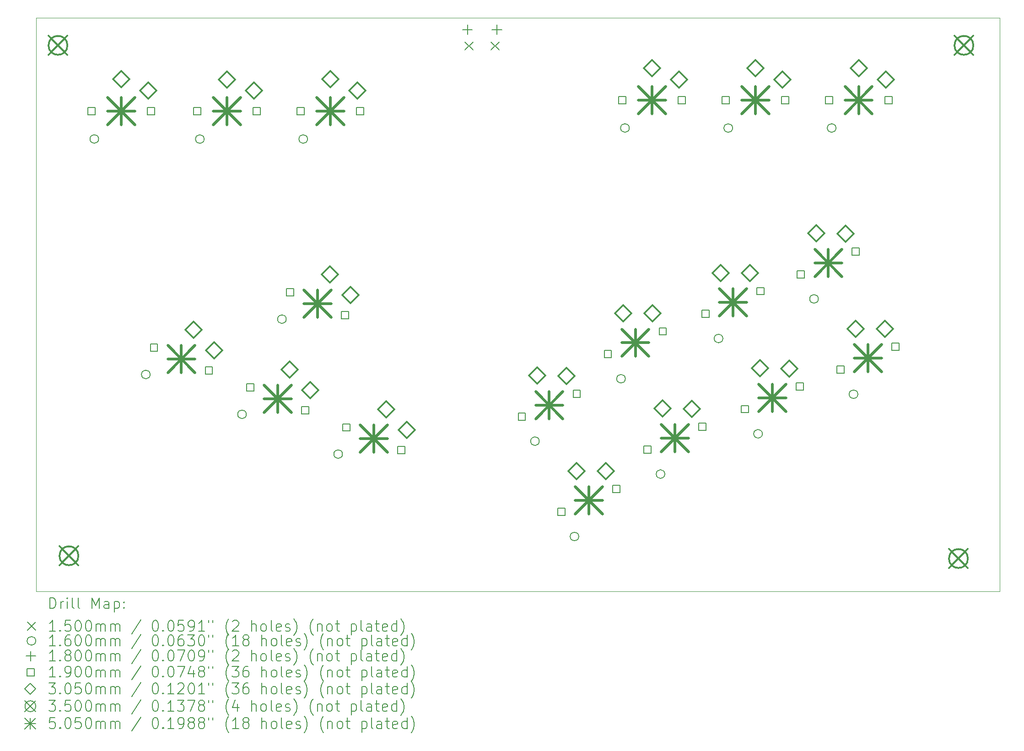
<source format=gbr>
%TF.GenerationSoftware,KiCad,Pcbnew,7.0.5*%
%TF.CreationDate,2023-08-06T16:06:25-05:00*%
%TF.ProjectId,NanoSwap,4e616e6f-5377-4617-902e-6b696361645f,rev?*%
%TF.SameCoordinates,Original*%
%TF.FileFunction,Drillmap*%
%TF.FilePolarity,Positive*%
%FSLAX45Y45*%
G04 Gerber Fmt 4.5, Leading zero omitted, Abs format (unit mm)*
G04 Created by KiCad (PCBNEW 7.0.5) date 2023-08-06 16:06:25*
%MOMM*%
%LPD*%
G01*
G04 APERTURE LIST*
%ADD10C,0.100000*%
%ADD11C,0.200000*%
%ADD12C,0.150000*%
%ADD13C,0.160000*%
%ADD14C,0.180000*%
%ADD15C,0.190000*%
%ADD16C,0.305000*%
%ADD17C,0.350000*%
%ADD18C,0.505000*%
G04 APERTURE END LIST*
D10*
X4521200Y-3606800D02*
X22352000Y-3606800D01*
X22352000Y-14224000D01*
X4521200Y-14224000D01*
X4521200Y-3606800D01*
D11*
D12*
X12458700Y-4051000D02*
X12608700Y-4201000D01*
X12608700Y-4051000D02*
X12458700Y-4201000D01*
X12943700Y-4051000D02*
X13093700Y-4201000D01*
X13093700Y-4051000D02*
X12943700Y-4201000D01*
D13*
X5680100Y-5848000D02*
G75*
G03*
X5680100Y-5848000I-80000J0D01*
G01*
X6632776Y-10208018D02*
G75*
G03*
X6632776Y-10208018I-80000J0D01*
G01*
X7632600Y-5850000D02*
G75*
G03*
X7632600Y-5850000I-80000J0D01*
G01*
X8412445Y-10945180D02*
G75*
G03*
X8412445Y-10945180I-80000J0D01*
G01*
X9151845Y-9183107D02*
G75*
G03*
X9151845Y-9183107I-80000J0D01*
G01*
X9545600Y-5849000D02*
G75*
G03*
X9545600Y-5849000I-80000J0D01*
G01*
X10192161Y-11682230D02*
G75*
G03*
X10192161Y-11682230I-80000J0D01*
G01*
X13834218Y-11442448D02*
G75*
G03*
X13834218Y-11442448I-80000J0D01*
G01*
X14565067Y-13206874D02*
G75*
G03*
X14565067Y-13206874I-80000J0D01*
G01*
X15426254Y-10287053D02*
G75*
G03*
X15426254Y-10287053I-80000J0D01*
G01*
X15498581Y-5644800D02*
G75*
G03*
X15498581Y-5644800I-80000J0D01*
G01*
X16157103Y-12051479D02*
G75*
G03*
X16157103Y-12051479I-80000J0D01*
G01*
X17230894Y-9541712D02*
G75*
G03*
X17230894Y-9541712I-80000J0D01*
G01*
X17410800Y-5645800D02*
G75*
G03*
X17410800Y-5645800I-80000J0D01*
G01*
X17961743Y-11306137D02*
G75*
G03*
X17961743Y-11306137I-80000J0D01*
G01*
X18997893Y-8808715D02*
G75*
G03*
X18997893Y-8808715I-80000J0D01*
G01*
X19323800Y-5644800D02*
G75*
G03*
X19323800Y-5644800I-80000J0D01*
G01*
X19728742Y-10573140D02*
G75*
G03*
X19728742Y-10573140I-80000J0D01*
G01*
D14*
X12503700Y-3733000D02*
X12503700Y-3913000D01*
X12413700Y-3823000D02*
X12593700Y-3823000D01*
X13048700Y-3733000D02*
X13048700Y-3913000D01*
X12958700Y-3823000D02*
X13138700Y-3823000D01*
D15*
X5617276Y-5400176D02*
X5617276Y-5265824D01*
X5482924Y-5265824D01*
X5482924Y-5400176D01*
X5617276Y-5400176D01*
X6717276Y-5400176D02*
X6717276Y-5265824D01*
X6582924Y-5265824D01*
X6582924Y-5400176D01*
X6717276Y-5400176D01*
X6770839Y-9780261D02*
X6770839Y-9645910D01*
X6636488Y-9645910D01*
X6636488Y-9780261D01*
X6770839Y-9780261D01*
X7569776Y-5402176D02*
X7569776Y-5267824D01*
X7435424Y-5267824D01*
X7435424Y-5402176D01*
X7569776Y-5402176D01*
X7787107Y-10201213D02*
X7787107Y-10066861D01*
X7652755Y-10066861D01*
X7652755Y-10201213D01*
X7787107Y-10201213D01*
X8550508Y-10517424D02*
X8550508Y-10383072D01*
X8416157Y-10383072D01*
X8416157Y-10517424D01*
X8550508Y-10517424D01*
X8669776Y-5402176D02*
X8669776Y-5267824D01*
X8535424Y-5267824D01*
X8535424Y-5402176D01*
X8669776Y-5402176D01*
X9289908Y-8755350D02*
X9289908Y-8620999D01*
X9155557Y-8620999D01*
X9155557Y-8755350D01*
X9289908Y-8755350D01*
X9482776Y-5401176D02*
X9482776Y-5266824D01*
X9348424Y-5266824D01*
X9348424Y-5401176D01*
X9482776Y-5401176D01*
X9566776Y-10938376D02*
X9566776Y-10804024D01*
X9432424Y-10804024D01*
X9432424Y-10938376D01*
X9566776Y-10938376D01*
X10306176Y-9176302D02*
X10306176Y-9041951D01*
X10171824Y-9041951D01*
X10171824Y-9176302D01*
X10306176Y-9176302D01*
X10330225Y-11254474D02*
X10330225Y-11120122D01*
X10195873Y-11120122D01*
X10195873Y-11254474D01*
X10330225Y-11254474D01*
X10582776Y-5401176D02*
X10582776Y-5266824D01*
X10448424Y-5266824D01*
X10448424Y-5401176D01*
X10582776Y-5401176D01*
X11346492Y-11675426D02*
X11346492Y-11541074D01*
X11212141Y-11541074D01*
X11212141Y-11675426D01*
X11346492Y-11675426D01*
X13578118Y-11052961D02*
X13578118Y-10918609D01*
X13443767Y-10918609D01*
X13443767Y-11052961D01*
X13578118Y-11052961D01*
X14308967Y-12817386D02*
X14308967Y-12683034D01*
X14174615Y-12683034D01*
X14174615Y-12817386D01*
X14308967Y-12817386D01*
X14594386Y-10632009D02*
X14594386Y-10497657D01*
X14460034Y-10497657D01*
X14460034Y-10632009D01*
X14594386Y-10632009D01*
X15170154Y-9897565D02*
X15170154Y-9763214D01*
X15035803Y-9763214D01*
X15035803Y-9897565D01*
X15170154Y-9897565D01*
X15325234Y-12396434D02*
X15325234Y-12262082D01*
X15190883Y-12262082D01*
X15190883Y-12396434D01*
X15325234Y-12396434D01*
X15435757Y-5196976D02*
X15435757Y-5062624D01*
X15301405Y-5062624D01*
X15301405Y-5196976D01*
X15435757Y-5196976D01*
X15901003Y-11661991D02*
X15901003Y-11527639D01*
X15766651Y-11527639D01*
X15766651Y-11661991D01*
X15901003Y-11661991D01*
X16186422Y-9476614D02*
X16186422Y-9342262D01*
X16052070Y-9342262D01*
X16052070Y-9476614D01*
X16186422Y-9476614D01*
X16535757Y-5196976D02*
X16535757Y-5062624D01*
X16401405Y-5062624D01*
X16401405Y-5196976D01*
X16535757Y-5196976D01*
X16917270Y-11241039D02*
X16917270Y-11106687D01*
X16782919Y-11106687D01*
X16782919Y-11241039D01*
X16917270Y-11241039D01*
X16974794Y-9152224D02*
X16974794Y-9017873D01*
X16840443Y-9017873D01*
X16840443Y-9152224D01*
X16974794Y-9152224D01*
X17347976Y-5197976D02*
X17347976Y-5063624D01*
X17213624Y-5063624D01*
X17213624Y-5197976D01*
X17347976Y-5197976D01*
X17705643Y-10916649D02*
X17705643Y-10782297D01*
X17571292Y-10782297D01*
X17571292Y-10916649D01*
X17705643Y-10916649D01*
X17991062Y-8731272D02*
X17991062Y-8596921D01*
X17856710Y-8596921D01*
X17856710Y-8731272D01*
X17991062Y-8731272D01*
X18447976Y-5197976D02*
X18447976Y-5063624D01*
X18313624Y-5063624D01*
X18313624Y-5197976D01*
X18447976Y-5197976D01*
X18721911Y-10495697D02*
X18721911Y-10361346D01*
X18587559Y-10361346D01*
X18587559Y-10495697D01*
X18721911Y-10495697D01*
X18741793Y-8419227D02*
X18741793Y-8284875D01*
X18607442Y-8284875D01*
X18607442Y-8419227D01*
X18741793Y-8419227D01*
X19260976Y-5196976D02*
X19260976Y-5062624D01*
X19126624Y-5062624D01*
X19126624Y-5196976D01*
X19260976Y-5196976D01*
X19472642Y-10183652D02*
X19472642Y-10049300D01*
X19338291Y-10049300D01*
X19338291Y-10183652D01*
X19472642Y-10183652D01*
X19758061Y-7998275D02*
X19758061Y-7863923D01*
X19623709Y-7863923D01*
X19623709Y-7998275D01*
X19758061Y-7998275D01*
X20360976Y-5196976D02*
X20360976Y-5062624D01*
X20226624Y-5062624D01*
X20226624Y-5196976D01*
X20360976Y-5196976D01*
X20488910Y-9762700D02*
X20488910Y-9628348D01*
X20354558Y-9628348D01*
X20354558Y-9762700D01*
X20488910Y-9762700D01*
D16*
X6100100Y-4895500D02*
X6252600Y-4743000D01*
X6100100Y-4590500D01*
X5947600Y-4743000D01*
X6100100Y-4895500D01*
X6600100Y-5105500D02*
X6752600Y-4953000D01*
X6600100Y-4800500D01*
X6447600Y-4953000D01*
X6600100Y-5105500D01*
X7437580Y-9530972D02*
X7590080Y-9378472D01*
X7437580Y-9225972D01*
X7285080Y-9378472D01*
X7437580Y-9530972D01*
X7819157Y-9916329D02*
X7971657Y-9763829D01*
X7819157Y-9611329D01*
X7666657Y-9763829D01*
X7819157Y-9916329D01*
X8052600Y-4897500D02*
X8205100Y-4745000D01*
X8052600Y-4592500D01*
X7900100Y-4745000D01*
X8052600Y-4897500D01*
X8552600Y-5107500D02*
X8705100Y-4955000D01*
X8552600Y-4802500D01*
X8400100Y-4955000D01*
X8552600Y-5107500D01*
X9217250Y-10268135D02*
X9369750Y-10115635D01*
X9217250Y-9963135D01*
X9064750Y-10115635D01*
X9217250Y-10268135D01*
X9598826Y-10653492D02*
X9751326Y-10500992D01*
X9598826Y-10348492D01*
X9446326Y-10500992D01*
X9598826Y-10653492D01*
X9956650Y-8506062D02*
X10109150Y-8353561D01*
X9956650Y-8201061D01*
X9804150Y-8353561D01*
X9956650Y-8506062D01*
X9965600Y-4896500D02*
X10118100Y-4744000D01*
X9965600Y-4591500D01*
X9813100Y-4744000D01*
X9965600Y-4896500D01*
X10338226Y-8891418D02*
X10490726Y-8738918D01*
X10338226Y-8586418D01*
X10185726Y-8738918D01*
X10338226Y-8891418D01*
X10465600Y-5106500D02*
X10618100Y-4954000D01*
X10465600Y-4801500D01*
X10313100Y-4954000D01*
X10465600Y-5106500D01*
X10996966Y-11005185D02*
X11149466Y-10852685D01*
X10996966Y-10700185D01*
X10844466Y-10852685D01*
X10996966Y-11005185D01*
X11378542Y-11390541D02*
X11531042Y-11238041D01*
X11378542Y-11085542D01*
X11226042Y-11238041D01*
X11378542Y-11390541D01*
X13793293Y-10382720D02*
X13945793Y-10230220D01*
X13793293Y-10077720D01*
X13640793Y-10230220D01*
X13793293Y-10382720D01*
X14335596Y-10385393D02*
X14488096Y-10232893D01*
X14335596Y-10080393D01*
X14183096Y-10232893D01*
X14335596Y-10385393D01*
X14524142Y-12147145D02*
X14676642Y-11994645D01*
X14524142Y-11842145D01*
X14371642Y-11994645D01*
X14524142Y-12147145D01*
X15066445Y-12149818D02*
X15218945Y-11997318D01*
X15066445Y-11844818D01*
X14913945Y-11997318D01*
X15066445Y-12149818D01*
X15385329Y-9227325D02*
X15537829Y-9074825D01*
X15385329Y-8922325D01*
X15232829Y-9074825D01*
X15385329Y-9227325D01*
X15918581Y-4692300D02*
X16071081Y-4539800D01*
X15918581Y-4387300D01*
X15766081Y-4539800D01*
X15918581Y-4692300D01*
X15927632Y-9229998D02*
X16080132Y-9077498D01*
X15927632Y-8924998D01*
X15775132Y-9077498D01*
X15927632Y-9229998D01*
X16116178Y-10991750D02*
X16268678Y-10839250D01*
X16116178Y-10686750D01*
X15963678Y-10839250D01*
X16116178Y-10991750D01*
X16418581Y-4902300D02*
X16571081Y-4749800D01*
X16418581Y-4597300D01*
X16266081Y-4749800D01*
X16418581Y-4902300D01*
X16658481Y-10994423D02*
X16810981Y-10841923D01*
X16658481Y-10689423D01*
X16505981Y-10841923D01*
X16658481Y-10994423D01*
X17189969Y-8481984D02*
X17342469Y-8329483D01*
X17189969Y-8176983D01*
X17037469Y-8329483D01*
X17189969Y-8481984D01*
X17732272Y-8484657D02*
X17884772Y-8332156D01*
X17732272Y-8179656D01*
X17579772Y-8332156D01*
X17732272Y-8484657D01*
X17830800Y-4693300D02*
X17983300Y-4540800D01*
X17830800Y-4388300D01*
X17678300Y-4540800D01*
X17830800Y-4693300D01*
X17920818Y-10246408D02*
X18073318Y-10093908D01*
X17920818Y-9941408D01*
X17768318Y-10093908D01*
X17920818Y-10246408D01*
X18330800Y-4903300D02*
X18483300Y-4750800D01*
X18330800Y-4598300D01*
X18178300Y-4750800D01*
X18330800Y-4903300D01*
X18463121Y-10249081D02*
X18615621Y-10096581D01*
X18463121Y-9944081D01*
X18310621Y-10096581D01*
X18463121Y-10249081D01*
X18956968Y-7748986D02*
X19109468Y-7596486D01*
X18956968Y-7443986D01*
X18804468Y-7596486D01*
X18956968Y-7748986D01*
X19499271Y-7751659D02*
X19651771Y-7599159D01*
X19499271Y-7446659D01*
X19346771Y-7599159D01*
X19499271Y-7751659D01*
X19687817Y-9513411D02*
X19840317Y-9360911D01*
X19687817Y-9208411D01*
X19535317Y-9360911D01*
X19687817Y-9513411D01*
X19743800Y-4692300D02*
X19896300Y-4539800D01*
X19743800Y-4387300D01*
X19591300Y-4539800D01*
X19743800Y-4692300D01*
X20230120Y-9516084D02*
X20382620Y-9363584D01*
X20230120Y-9211084D01*
X20077620Y-9363584D01*
X20230120Y-9516084D01*
X20243800Y-4902300D02*
X20396300Y-4749800D01*
X20243800Y-4597300D01*
X20091300Y-4749800D01*
X20243800Y-4902300D01*
D17*
X4752600Y-3939800D02*
X5102600Y-4289800D01*
X5102600Y-3939800D02*
X4752600Y-4289800D01*
X5102600Y-4114800D02*
G75*
G03*
X5102600Y-4114800I-175000J0D01*
G01*
X4955800Y-13388600D02*
X5305800Y-13738600D01*
X5305800Y-13388600D02*
X4955800Y-13738600D01*
X5305800Y-13563600D02*
G75*
G03*
X5305800Y-13563600I-175000J0D01*
G01*
X21415000Y-13439400D02*
X21765000Y-13789400D01*
X21765000Y-13439400D02*
X21415000Y-13789400D01*
X21765000Y-13614400D02*
G75*
G03*
X21765000Y-13614400I-175000J0D01*
G01*
X21516600Y-3939800D02*
X21866600Y-4289800D01*
X21866600Y-3939800D02*
X21516600Y-4289800D01*
X21866600Y-4114800D02*
G75*
G03*
X21866600Y-4114800I-175000J0D01*
G01*
D18*
X5847600Y-5080500D02*
X6352600Y-5585500D01*
X6352600Y-5080500D02*
X5847600Y-5585500D01*
X6100100Y-5080500D02*
X6100100Y-5585500D01*
X5847600Y-5333000D02*
X6352600Y-5333000D01*
X6959297Y-9671061D02*
X7464297Y-10176061D01*
X7464297Y-9671061D02*
X6959297Y-10176061D01*
X7211797Y-9671061D02*
X7211797Y-10176061D01*
X6959297Y-9923561D02*
X7464297Y-9923561D01*
X7800100Y-5082500D02*
X8305100Y-5587500D01*
X8305100Y-5082500D02*
X7800100Y-5587500D01*
X8052600Y-5082500D02*
X8052600Y-5587500D01*
X7800100Y-5335000D02*
X8305100Y-5335000D01*
X8738966Y-10408224D02*
X9243966Y-10913224D01*
X9243966Y-10408224D02*
X8738966Y-10913224D01*
X8991466Y-10408224D02*
X8991466Y-10913224D01*
X8738966Y-10660724D02*
X9243966Y-10660724D01*
X9478366Y-8646150D02*
X9983366Y-9151150D01*
X9983366Y-8646150D02*
X9478366Y-9151150D01*
X9730866Y-8646150D02*
X9730866Y-9151150D01*
X9478366Y-8898650D02*
X9983366Y-8898650D01*
X9713100Y-5081500D02*
X10218100Y-5586500D01*
X10218100Y-5081500D02*
X9713100Y-5586500D01*
X9965600Y-5081500D02*
X9965600Y-5586500D01*
X9713100Y-5334000D02*
X10218100Y-5334000D01*
X10518683Y-11145274D02*
X11023683Y-11650274D01*
X11023683Y-11145274D02*
X10518683Y-11650274D01*
X10771183Y-11145274D02*
X10771183Y-11650274D01*
X10518683Y-11397774D02*
X11023683Y-11397774D01*
X13766576Y-10522809D02*
X14271576Y-11027809D01*
X14271576Y-10522809D02*
X13766576Y-11027809D01*
X14019076Y-10522809D02*
X14019076Y-11027809D01*
X13766576Y-10775309D02*
X14271576Y-10775309D01*
X14497425Y-12287234D02*
X15002425Y-12792234D01*
X15002425Y-12287234D02*
X14497425Y-12792234D01*
X14749925Y-12287234D02*
X14749925Y-12792234D01*
X14497425Y-12539734D02*
X15002425Y-12539734D01*
X15358612Y-9367414D02*
X15863612Y-9872414D01*
X15863612Y-9367414D02*
X15358612Y-9872414D01*
X15611112Y-9367414D02*
X15611112Y-9872414D01*
X15358612Y-9619914D02*
X15863612Y-9619914D01*
X15666081Y-4877300D02*
X16171081Y-5382300D01*
X16171081Y-4877300D02*
X15666081Y-5382300D01*
X15918581Y-4877300D02*
X15918581Y-5382300D01*
X15666081Y-5129800D02*
X16171081Y-5129800D01*
X16089461Y-11131839D02*
X16594461Y-11636839D01*
X16594461Y-11131839D02*
X16089461Y-11636839D01*
X16341961Y-11131839D02*
X16341961Y-11636839D01*
X16089461Y-11384339D02*
X16594461Y-11384339D01*
X17163252Y-8622072D02*
X17668252Y-9127072D01*
X17668252Y-8622072D02*
X17163252Y-9127072D01*
X17415752Y-8622072D02*
X17415752Y-9127072D01*
X17163252Y-8874572D02*
X17668252Y-8874572D01*
X17578300Y-4878300D02*
X18083300Y-5383300D01*
X18083300Y-4878300D02*
X17578300Y-5383300D01*
X17830800Y-4878300D02*
X17830800Y-5383300D01*
X17578300Y-5130800D02*
X18083300Y-5130800D01*
X17894101Y-10386497D02*
X18399101Y-10891497D01*
X18399101Y-10386497D02*
X17894101Y-10891497D01*
X18146601Y-10386497D02*
X18146601Y-10891497D01*
X17894101Y-10638997D02*
X18399101Y-10638997D01*
X18930251Y-7889075D02*
X19435251Y-8394075D01*
X19435251Y-7889075D02*
X18930251Y-8394075D01*
X19182751Y-7889075D02*
X19182751Y-8394075D01*
X18930251Y-8141575D02*
X19435251Y-8141575D01*
X19491300Y-4877300D02*
X19996300Y-5382300D01*
X19996300Y-4877300D02*
X19491300Y-5382300D01*
X19743800Y-4877300D02*
X19743800Y-5382300D01*
X19491300Y-5129800D02*
X19996300Y-5129800D01*
X19661100Y-9653500D02*
X20166100Y-10158500D01*
X20166100Y-9653500D02*
X19661100Y-10158500D01*
X19913600Y-9653500D02*
X19913600Y-10158500D01*
X19661100Y-9906000D02*
X20166100Y-9906000D01*
D11*
X4776977Y-14540484D02*
X4776977Y-14340484D01*
X4776977Y-14340484D02*
X4824596Y-14340484D01*
X4824596Y-14340484D02*
X4853167Y-14350008D01*
X4853167Y-14350008D02*
X4872215Y-14369055D01*
X4872215Y-14369055D02*
X4881739Y-14388103D01*
X4881739Y-14388103D02*
X4891263Y-14426198D01*
X4891263Y-14426198D02*
X4891263Y-14454769D01*
X4891263Y-14454769D02*
X4881739Y-14492865D01*
X4881739Y-14492865D02*
X4872215Y-14511912D01*
X4872215Y-14511912D02*
X4853167Y-14530960D01*
X4853167Y-14530960D02*
X4824596Y-14540484D01*
X4824596Y-14540484D02*
X4776977Y-14540484D01*
X4976977Y-14540484D02*
X4976977Y-14407150D01*
X4976977Y-14445246D02*
X4986501Y-14426198D01*
X4986501Y-14426198D02*
X4996024Y-14416674D01*
X4996024Y-14416674D02*
X5015072Y-14407150D01*
X5015072Y-14407150D02*
X5034120Y-14407150D01*
X5100786Y-14540484D02*
X5100786Y-14407150D01*
X5100786Y-14340484D02*
X5091263Y-14350008D01*
X5091263Y-14350008D02*
X5100786Y-14359531D01*
X5100786Y-14359531D02*
X5110310Y-14350008D01*
X5110310Y-14350008D02*
X5100786Y-14340484D01*
X5100786Y-14340484D02*
X5100786Y-14359531D01*
X5224596Y-14540484D02*
X5205548Y-14530960D01*
X5205548Y-14530960D02*
X5196024Y-14511912D01*
X5196024Y-14511912D02*
X5196024Y-14340484D01*
X5329358Y-14540484D02*
X5310310Y-14530960D01*
X5310310Y-14530960D02*
X5300786Y-14511912D01*
X5300786Y-14511912D02*
X5300786Y-14340484D01*
X5557929Y-14540484D02*
X5557929Y-14340484D01*
X5557929Y-14340484D02*
X5624596Y-14483341D01*
X5624596Y-14483341D02*
X5691262Y-14340484D01*
X5691262Y-14340484D02*
X5691262Y-14540484D01*
X5872215Y-14540484D02*
X5872215Y-14435722D01*
X5872215Y-14435722D02*
X5862691Y-14416674D01*
X5862691Y-14416674D02*
X5843643Y-14407150D01*
X5843643Y-14407150D02*
X5805548Y-14407150D01*
X5805548Y-14407150D02*
X5786501Y-14416674D01*
X5872215Y-14530960D02*
X5853167Y-14540484D01*
X5853167Y-14540484D02*
X5805548Y-14540484D01*
X5805548Y-14540484D02*
X5786501Y-14530960D01*
X5786501Y-14530960D02*
X5776977Y-14511912D01*
X5776977Y-14511912D02*
X5776977Y-14492865D01*
X5776977Y-14492865D02*
X5786501Y-14473817D01*
X5786501Y-14473817D02*
X5805548Y-14464293D01*
X5805548Y-14464293D02*
X5853167Y-14464293D01*
X5853167Y-14464293D02*
X5872215Y-14454769D01*
X5967453Y-14407150D02*
X5967453Y-14607150D01*
X5967453Y-14416674D02*
X5986501Y-14407150D01*
X5986501Y-14407150D02*
X6024596Y-14407150D01*
X6024596Y-14407150D02*
X6043643Y-14416674D01*
X6043643Y-14416674D02*
X6053167Y-14426198D01*
X6053167Y-14426198D02*
X6062691Y-14445246D01*
X6062691Y-14445246D02*
X6062691Y-14502388D01*
X6062691Y-14502388D02*
X6053167Y-14521436D01*
X6053167Y-14521436D02*
X6043643Y-14530960D01*
X6043643Y-14530960D02*
X6024596Y-14540484D01*
X6024596Y-14540484D02*
X5986501Y-14540484D01*
X5986501Y-14540484D02*
X5967453Y-14530960D01*
X6148405Y-14521436D02*
X6157929Y-14530960D01*
X6157929Y-14530960D02*
X6148405Y-14540484D01*
X6148405Y-14540484D02*
X6138882Y-14530960D01*
X6138882Y-14530960D02*
X6148405Y-14521436D01*
X6148405Y-14521436D02*
X6148405Y-14540484D01*
X6148405Y-14416674D02*
X6157929Y-14426198D01*
X6157929Y-14426198D02*
X6148405Y-14435722D01*
X6148405Y-14435722D02*
X6138882Y-14426198D01*
X6138882Y-14426198D02*
X6148405Y-14416674D01*
X6148405Y-14416674D02*
X6148405Y-14435722D01*
D12*
X4366200Y-14794000D02*
X4516200Y-14944000D01*
X4516200Y-14794000D02*
X4366200Y-14944000D01*
D11*
X4881739Y-14960484D02*
X4767453Y-14960484D01*
X4824596Y-14960484D02*
X4824596Y-14760484D01*
X4824596Y-14760484D02*
X4805548Y-14789055D01*
X4805548Y-14789055D02*
X4786501Y-14808103D01*
X4786501Y-14808103D02*
X4767453Y-14817627D01*
X4967453Y-14941436D02*
X4976977Y-14950960D01*
X4976977Y-14950960D02*
X4967453Y-14960484D01*
X4967453Y-14960484D02*
X4957929Y-14950960D01*
X4957929Y-14950960D02*
X4967453Y-14941436D01*
X4967453Y-14941436D02*
X4967453Y-14960484D01*
X5157929Y-14760484D02*
X5062691Y-14760484D01*
X5062691Y-14760484D02*
X5053167Y-14855722D01*
X5053167Y-14855722D02*
X5062691Y-14846198D01*
X5062691Y-14846198D02*
X5081739Y-14836674D01*
X5081739Y-14836674D02*
X5129358Y-14836674D01*
X5129358Y-14836674D02*
X5148405Y-14846198D01*
X5148405Y-14846198D02*
X5157929Y-14855722D01*
X5157929Y-14855722D02*
X5167453Y-14874769D01*
X5167453Y-14874769D02*
X5167453Y-14922388D01*
X5167453Y-14922388D02*
X5157929Y-14941436D01*
X5157929Y-14941436D02*
X5148405Y-14950960D01*
X5148405Y-14950960D02*
X5129358Y-14960484D01*
X5129358Y-14960484D02*
X5081739Y-14960484D01*
X5081739Y-14960484D02*
X5062691Y-14950960D01*
X5062691Y-14950960D02*
X5053167Y-14941436D01*
X5291263Y-14760484D02*
X5310310Y-14760484D01*
X5310310Y-14760484D02*
X5329358Y-14770008D01*
X5329358Y-14770008D02*
X5338882Y-14779531D01*
X5338882Y-14779531D02*
X5348405Y-14798579D01*
X5348405Y-14798579D02*
X5357929Y-14836674D01*
X5357929Y-14836674D02*
X5357929Y-14884293D01*
X5357929Y-14884293D02*
X5348405Y-14922388D01*
X5348405Y-14922388D02*
X5338882Y-14941436D01*
X5338882Y-14941436D02*
X5329358Y-14950960D01*
X5329358Y-14950960D02*
X5310310Y-14960484D01*
X5310310Y-14960484D02*
X5291263Y-14960484D01*
X5291263Y-14960484D02*
X5272215Y-14950960D01*
X5272215Y-14950960D02*
X5262691Y-14941436D01*
X5262691Y-14941436D02*
X5253167Y-14922388D01*
X5253167Y-14922388D02*
X5243644Y-14884293D01*
X5243644Y-14884293D02*
X5243644Y-14836674D01*
X5243644Y-14836674D02*
X5253167Y-14798579D01*
X5253167Y-14798579D02*
X5262691Y-14779531D01*
X5262691Y-14779531D02*
X5272215Y-14770008D01*
X5272215Y-14770008D02*
X5291263Y-14760484D01*
X5481739Y-14760484D02*
X5500786Y-14760484D01*
X5500786Y-14760484D02*
X5519834Y-14770008D01*
X5519834Y-14770008D02*
X5529358Y-14779531D01*
X5529358Y-14779531D02*
X5538882Y-14798579D01*
X5538882Y-14798579D02*
X5548405Y-14836674D01*
X5548405Y-14836674D02*
X5548405Y-14884293D01*
X5548405Y-14884293D02*
X5538882Y-14922388D01*
X5538882Y-14922388D02*
X5529358Y-14941436D01*
X5529358Y-14941436D02*
X5519834Y-14950960D01*
X5519834Y-14950960D02*
X5500786Y-14960484D01*
X5500786Y-14960484D02*
X5481739Y-14960484D01*
X5481739Y-14960484D02*
X5462691Y-14950960D01*
X5462691Y-14950960D02*
X5453167Y-14941436D01*
X5453167Y-14941436D02*
X5443644Y-14922388D01*
X5443644Y-14922388D02*
X5434120Y-14884293D01*
X5434120Y-14884293D02*
X5434120Y-14836674D01*
X5434120Y-14836674D02*
X5443644Y-14798579D01*
X5443644Y-14798579D02*
X5453167Y-14779531D01*
X5453167Y-14779531D02*
X5462691Y-14770008D01*
X5462691Y-14770008D02*
X5481739Y-14760484D01*
X5634120Y-14960484D02*
X5634120Y-14827150D01*
X5634120Y-14846198D02*
X5643643Y-14836674D01*
X5643643Y-14836674D02*
X5662691Y-14827150D01*
X5662691Y-14827150D02*
X5691263Y-14827150D01*
X5691263Y-14827150D02*
X5710310Y-14836674D01*
X5710310Y-14836674D02*
X5719834Y-14855722D01*
X5719834Y-14855722D02*
X5719834Y-14960484D01*
X5719834Y-14855722D02*
X5729358Y-14836674D01*
X5729358Y-14836674D02*
X5748405Y-14827150D01*
X5748405Y-14827150D02*
X5776977Y-14827150D01*
X5776977Y-14827150D02*
X5796024Y-14836674D01*
X5796024Y-14836674D02*
X5805548Y-14855722D01*
X5805548Y-14855722D02*
X5805548Y-14960484D01*
X5900786Y-14960484D02*
X5900786Y-14827150D01*
X5900786Y-14846198D02*
X5910310Y-14836674D01*
X5910310Y-14836674D02*
X5929358Y-14827150D01*
X5929358Y-14827150D02*
X5957929Y-14827150D01*
X5957929Y-14827150D02*
X5976977Y-14836674D01*
X5976977Y-14836674D02*
X5986501Y-14855722D01*
X5986501Y-14855722D02*
X5986501Y-14960484D01*
X5986501Y-14855722D02*
X5996024Y-14836674D01*
X5996024Y-14836674D02*
X6015072Y-14827150D01*
X6015072Y-14827150D02*
X6043643Y-14827150D01*
X6043643Y-14827150D02*
X6062691Y-14836674D01*
X6062691Y-14836674D02*
X6072215Y-14855722D01*
X6072215Y-14855722D02*
X6072215Y-14960484D01*
X6462691Y-14750960D02*
X6291263Y-15008103D01*
X6719834Y-14760484D02*
X6738882Y-14760484D01*
X6738882Y-14760484D02*
X6757929Y-14770008D01*
X6757929Y-14770008D02*
X6767453Y-14779531D01*
X6767453Y-14779531D02*
X6776977Y-14798579D01*
X6776977Y-14798579D02*
X6786501Y-14836674D01*
X6786501Y-14836674D02*
X6786501Y-14884293D01*
X6786501Y-14884293D02*
X6776977Y-14922388D01*
X6776977Y-14922388D02*
X6767453Y-14941436D01*
X6767453Y-14941436D02*
X6757929Y-14950960D01*
X6757929Y-14950960D02*
X6738882Y-14960484D01*
X6738882Y-14960484D02*
X6719834Y-14960484D01*
X6719834Y-14960484D02*
X6700786Y-14950960D01*
X6700786Y-14950960D02*
X6691263Y-14941436D01*
X6691263Y-14941436D02*
X6681739Y-14922388D01*
X6681739Y-14922388D02*
X6672215Y-14884293D01*
X6672215Y-14884293D02*
X6672215Y-14836674D01*
X6672215Y-14836674D02*
X6681739Y-14798579D01*
X6681739Y-14798579D02*
X6691263Y-14779531D01*
X6691263Y-14779531D02*
X6700786Y-14770008D01*
X6700786Y-14770008D02*
X6719834Y-14760484D01*
X6872215Y-14941436D02*
X6881739Y-14950960D01*
X6881739Y-14950960D02*
X6872215Y-14960484D01*
X6872215Y-14960484D02*
X6862691Y-14950960D01*
X6862691Y-14950960D02*
X6872215Y-14941436D01*
X6872215Y-14941436D02*
X6872215Y-14960484D01*
X7005548Y-14760484D02*
X7024596Y-14760484D01*
X7024596Y-14760484D02*
X7043644Y-14770008D01*
X7043644Y-14770008D02*
X7053167Y-14779531D01*
X7053167Y-14779531D02*
X7062691Y-14798579D01*
X7062691Y-14798579D02*
X7072215Y-14836674D01*
X7072215Y-14836674D02*
X7072215Y-14884293D01*
X7072215Y-14884293D02*
X7062691Y-14922388D01*
X7062691Y-14922388D02*
X7053167Y-14941436D01*
X7053167Y-14941436D02*
X7043644Y-14950960D01*
X7043644Y-14950960D02*
X7024596Y-14960484D01*
X7024596Y-14960484D02*
X7005548Y-14960484D01*
X7005548Y-14960484D02*
X6986501Y-14950960D01*
X6986501Y-14950960D02*
X6976977Y-14941436D01*
X6976977Y-14941436D02*
X6967453Y-14922388D01*
X6967453Y-14922388D02*
X6957929Y-14884293D01*
X6957929Y-14884293D02*
X6957929Y-14836674D01*
X6957929Y-14836674D02*
X6967453Y-14798579D01*
X6967453Y-14798579D02*
X6976977Y-14779531D01*
X6976977Y-14779531D02*
X6986501Y-14770008D01*
X6986501Y-14770008D02*
X7005548Y-14760484D01*
X7253167Y-14760484D02*
X7157929Y-14760484D01*
X7157929Y-14760484D02*
X7148406Y-14855722D01*
X7148406Y-14855722D02*
X7157929Y-14846198D01*
X7157929Y-14846198D02*
X7176977Y-14836674D01*
X7176977Y-14836674D02*
X7224596Y-14836674D01*
X7224596Y-14836674D02*
X7243644Y-14846198D01*
X7243644Y-14846198D02*
X7253167Y-14855722D01*
X7253167Y-14855722D02*
X7262691Y-14874769D01*
X7262691Y-14874769D02*
X7262691Y-14922388D01*
X7262691Y-14922388D02*
X7253167Y-14941436D01*
X7253167Y-14941436D02*
X7243644Y-14950960D01*
X7243644Y-14950960D02*
X7224596Y-14960484D01*
X7224596Y-14960484D02*
X7176977Y-14960484D01*
X7176977Y-14960484D02*
X7157929Y-14950960D01*
X7157929Y-14950960D02*
X7148406Y-14941436D01*
X7357929Y-14960484D02*
X7396025Y-14960484D01*
X7396025Y-14960484D02*
X7415072Y-14950960D01*
X7415072Y-14950960D02*
X7424596Y-14941436D01*
X7424596Y-14941436D02*
X7443644Y-14912865D01*
X7443644Y-14912865D02*
X7453167Y-14874769D01*
X7453167Y-14874769D02*
X7453167Y-14798579D01*
X7453167Y-14798579D02*
X7443644Y-14779531D01*
X7443644Y-14779531D02*
X7434120Y-14770008D01*
X7434120Y-14770008D02*
X7415072Y-14760484D01*
X7415072Y-14760484D02*
X7376977Y-14760484D01*
X7376977Y-14760484D02*
X7357929Y-14770008D01*
X7357929Y-14770008D02*
X7348406Y-14779531D01*
X7348406Y-14779531D02*
X7338882Y-14798579D01*
X7338882Y-14798579D02*
X7338882Y-14846198D01*
X7338882Y-14846198D02*
X7348406Y-14865246D01*
X7348406Y-14865246D02*
X7357929Y-14874769D01*
X7357929Y-14874769D02*
X7376977Y-14884293D01*
X7376977Y-14884293D02*
X7415072Y-14884293D01*
X7415072Y-14884293D02*
X7434120Y-14874769D01*
X7434120Y-14874769D02*
X7443644Y-14865246D01*
X7443644Y-14865246D02*
X7453167Y-14846198D01*
X7643644Y-14960484D02*
X7529358Y-14960484D01*
X7586501Y-14960484D02*
X7586501Y-14760484D01*
X7586501Y-14760484D02*
X7567453Y-14789055D01*
X7567453Y-14789055D02*
X7548406Y-14808103D01*
X7548406Y-14808103D02*
X7529358Y-14817627D01*
X7719834Y-14760484D02*
X7719834Y-14798579D01*
X7796025Y-14760484D02*
X7796025Y-14798579D01*
X8091263Y-15036674D02*
X8081739Y-15027150D01*
X8081739Y-15027150D02*
X8062691Y-14998579D01*
X8062691Y-14998579D02*
X8053168Y-14979531D01*
X8053168Y-14979531D02*
X8043644Y-14950960D01*
X8043644Y-14950960D02*
X8034120Y-14903341D01*
X8034120Y-14903341D02*
X8034120Y-14865246D01*
X8034120Y-14865246D02*
X8043644Y-14817627D01*
X8043644Y-14817627D02*
X8053168Y-14789055D01*
X8053168Y-14789055D02*
X8062691Y-14770008D01*
X8062691Y-14770008D02*
X8081739Y-14741436D01*
X8081739Y-14741436D02*
X8091263Y-14731912D01*
X8157929Y-14779531D02*
X8167453Y-14770008D01*
X8167453Y-14770008D02*
X8186501Y-14760484D01*
X8186501Y-14760484D02*
X8234120Y-14760484D01*
X8234120Y-14760484D02*
X8253168Y-14770008D01*
X8253168Y-14770008D02*
X8262691Y-14779531D01*
X8262691Y-14779531D02*
X8272215Y-14798579D01*
X8272215Y-14798579D02*
X8272215Y-14817627D01*
X8272215Y-14817627D02*
X8262691Y-14846198D01*
X8262691Y-14846198D02*
X8148406Y-14960484D01*
X8148406Y-14960484D02*
X8272215Y-14960484D01*
X8510311Y-14960484D02*
X8510311Y-14760484D01*
X8596025Y-14960484D02*
X8596025Y-14855722D01*
X8596025Y-14855722D02*
X8586501Y-14836674D01*
X8586501Y-14836674D02*
X8567453Y-14827150D01*
X8567453Y-14827150D02*
X8538882Y-14827150D01*
X8538882Y-14827150D02*
X8519834Y-14836674D01*
X8519834Y-14836674D02*
X8510311Y-14846198D01*
X8719834Y-14960484D02*
X8700787Y-14950960D01*
X8700787Y-14950960D02*
X8691263Y-14941436D01*
X8691263Y-14941436D02*
X8681739Y-14922388D01*
X8681739Y-14922388D02*
X8681739Y-14865246D01*
X8681739Y-14865246D02*
X8691263Y-14846198D01*
X8691263Y-14846198D02*
X8700787Y-14836674D01*
X8700787Y-14836674D02*
X8719834Y-14827150D01*
X8719834Y-14827150D02*
X8748406Y-14827150D01*
X8748406Y-14827150D02*
X8767453Y-14836674D01*
X8767453Y-14836674D02*
X8776977Y-14846198D01*
X8776977Y-14846198D02*
X8786501Y-14865246D01*
X8786501Y-14865246D02*
X8786501Y-14922388D01*
X8786501Y-14922388D02*
X8776977Y-14941436D01*
X8776977Y-14941436D02*
X8767453Y-14950960D01*
X8767453Y-14950960D02*
X8748406Y-14960484D01*
X8748406Y-14960484D02*
X8719834Y-14960484D01*
X8900787Y-14960484D02*
X8881739Y-14950960D01*
X8881739Y-14950960D02*
X8872215Y-14931912D01*
X8872215Y-14931912D02*
X8872215Y-14760484D01*
X9053168Y-14950960D02*
X9034120Y-14960484D01*
X9034120Y-14960484D02*
X8996025Y-14960484D01*
X8996025Y-14960484D02*
X8976977Y-14950960D01*
X8976977Y-14950960D02*
X8967453Y-14931912D01*
X8967453Y-14931912D02*
X8967453Y-14855722D01*
X8967453Y-14855722D02*
X8976977Y-14836674D01*
X8976977Y-14836674D02*
X8996025Y-14827150D01*
X8996025Y-14827150D02*
X9034120Y-14827150D01*
X9034120Y-14827150D02*
X9053168Y-14836674D01*
X9053168Y-14836674D02*
X9062692Y-14855722D01*
X9062692Y-14855722D02*
X9062692Y-14874769D01*
X9062692Y-14874769D02*
X8967453Y-14893817D01*
X9138882Y-14950960D02*
X9157930Y-14960484D01*
X9157930Y-14960484D02*
X9196025Y-14960484D01*
X9196025Y-14960484D02*
X9215073Y-14950960D01*
X9215073Y-14950960D02*
X9224596Y-14931912D01*
X9224596Y-14931912D02*
X9224596Y-14922388D01*
X9224596Y-14922388D02*
X9215073Y-14903341D01*
X9215073Y-14903341D02*
X9196025Y-14893817D01*
X9196025Y-14893817D02*
X9167453Y-14893817D01*
X9167453Y-14893817D02*
X9148406Y-14884293D01*
X9148406Y-14884293D02*
X9138882Y-14865246D01*
X9138882Y-14865246D02*
X9138882Y-14855722D01*
X9138882Y-14855722D02*
X9148406Y-14836674D01*
X9148406Y-14836674D02*
X9167453Y-14827150D01*
X9167453Y-14827150D02*
X9196025Y-14827150D01*
X9196025Y-14827150D02*
X9215073Y-14836674D01*
X9291263Y-15036674D02*
X9300787Y-15027150D01*
X9300787Y-15027150D02*
X9319834Y-14998579D01*
X9319834Y-14998579D02*
X9329358Y-14979531D01*
X9329358Y-14979531D02*
X9338882Y-14950960D01*
X9338882Y-14950960D02*
X9348406Y-14903341D01*
X9348406Y-14903341D02*
X9348406Y-14865246D01*
X9348406Y-14865246D02*
X9338882Y-14817627D01*
X9338882Y-14817627D02*
X9329358Y-14789055D01*
X9329358Y-14789055D02*
X9319834Y-14770008D01*
X9319834Y-14770008D02*
X9300787Y-14741436D01*
X9300787Y-14741436D02*
X9291263Y-14731912D01*
X9653168Y-15036674D02*
X9643644Y-15027150D01*
X9643644Y-15027150D02*
X9624596Y-14998579D01*
X9624596Y-14998579D02*
X9615073Y-14979531D01*
X9615073Y-14979531D02*
X9605549Y-14950960D01*
X9605549Y-14950960D02*
X9596025Y-14903341D01*
X9596025Y-14903341D02*
X9596025Y-14865246D01*
X9596025Y-14865246D02*
X9605549Y-14817627D01*
X9605549Y-14817627D02*
X9615073Y-14789055D01*
X9615073Y-14789055D02*
X9624596Y-14770008D01*
X9624596Y-14770008D02*
X9643644Y-14741436D01*
X9643644Y-14741436D02*
X9653168Y-14731912D01*
X9729358Y-14827150D02*
X9729358Y-14960484D01*
X9729358Y-14846198D02*
X9738882Y-14836674D01*
X9738882Y-14836674D02*
X9757930Y-14827150D01*
X9757930Y-14827150D02*
X9786501Y-14827150D01*
X9786501Y-14827150D02*
X9805549Y-14836674D01*
X9805549Y-14836674D02*
X9815073Y-14855722D01*
X9815073Y-14855722D02*
X9815073Y-14960484D01*
X9938882Y-14960484D02*
X9919834Y-14950960D01*
X9919834Y-14950960D02*
X9910311Y-14941436D01*
X9910311Y-14941436D02*
X9900787Y-14922388D01*
X9900787Y-14922388D02*
X9900787Y-14865246D01*
X9900787Y-14865246D02*
X9910311Y-14846198D01*
X9910311Y-14846198D02*
X9919834Y-14836674D01*
X9919834Y-14836674D02*
X9938882Y-14827150D01*
X9938882Y-14827150D02*
X9967454Y-14827150D01*
X9967454Y-14827150D02*
X9986501Y-14836674D01*
X9986501Y-14836674D02*
X9996025Y-14846198D01*
X9996025Y-14846198D02*
X10005549Y-14865246D01*
X10005549Y-14865246D02*
X10005549Y-14922388D01*
X10005549Y-14922388D02*
X9996025Y-14941436D01*
X9996025Y-14941436D02*
X9986501Y-14950960D01*
X9986501Y-14950960D02*
X9967454Y-14960484D01*
X9967454Y-14960484D02*
X9938882Y-14960484D01*
X10062692Y-14827150D02*
X10138882Y-14827150D01*
X10091263Y-14760484D02*
X10091263Y-14931912D01*
X10091263Y-14931912D02*
X10100787Y-14950960D01*
X10100787Y-14950960D02*
X10119834Y-14960484D01*
X10119834Y-14960484D02*
X10138882Y-14960484D01*
X10357930Y-14827150D02*
X10357930Y-15027150D01*
X10357930Y-14836674D02*
X10376977Y-14827150D01*
X10376977Y-14827150D02*
X10415073Y-14827150D01*
X10415073Y-14827150D02*
X10434120Y-14836674D01*
X10434120Y-14836674D02*
X10443644Y-14846198D01*
X10443644Y-14846198D02*
X10453168Y-14865246D01*
X10453168Y-14865246D02*
X10453168Y-14922388D01*
X10453168Y-14922388D02*
X10443644Y-14941436D01*
X10443644Y-14941436D02*
X10434120Y-14950960D01*
X10434120Y-14950960D02*
X10415073Y-14960484D01*
X10415073Y-14960484D02*
X10376977Y-14960484D01*
X10376977Y-14960484D02*
X10357930Y-14950960D01*
X10567454Y-14960484D02*
X10548406Y-14950960D01*
X10548406Y-14950960D02*
X10538882Y-14931912D01*
X10538882Y-14931912D02*
X10538882Y-14760484D01*
X10729358Y-14960484D02*
X10729358Y-14855722D01*
X10729358Y-14855722D02*
X10719835Y-14836674D01*
X10719835Y-14836674D02*
X10700787Y-14827150D01*
X10700787Y-14827150D02*
X10662692Y-14827150D01*
X10662692Y-14827150D02*
X10643644Y-14836674D01*
X10729358Y-14950960D02*
X10710311Y-14960484D01*
X10710311Y-14960484D02*
X10662692Y-14960484D01*
X10662692Y-14960484D02*
X10643644Y-14950960D01*
X10643644Y-14950960D02*
X10634120Y-14931912D01*
X10634120Y-14931912D02*
X10634120Y-14912865D01*
X10634120Y-14912865D02*
X10643644Y-14893817D01*
X10643644Y-14893817D02*
X10662692Y-14884293D01*
X10662692Y-14884293D02*
X10710311Y-14884293D01*
X10710311Y-14884293D02*
X10729358Y-14874769D01*
X10796025Y-14827150D02*
X10872215Y-14827150D01*
X10824596Y-14760484D02*
X10824596Y-14931912D01*
X10824596Y-14931912D02*
X10834120Y-14950960D01*
X10834120Y-14950960D02*
X10853168Y-14960484D01*
X10853168Y-14960484D02*
X10872215Y-14960484D01*
X11015073Y-14950960D02*
X10996025Y-14960484D01*
X10996025Y-14960484D02*
X10957930Y-14960484D01*
X10957930Y-14960484D02*
X10938882Y-14950960D01*
X10938882Y-14950960D02*
X10929358Y-14931912D01*
X10929358Y-14931912D02*
X10929358Y-14855722D01*
X10929358Y-14855722D02*
X10938882Y-14836674D01*
X10938882Y-14836674D02*
X10957930Y-14827150D01*
X10957930Y-14827150D02*
X10996025Y-14827150D01*
X10996025Y-14827150D02*
X11015073Y-14836674D01*
X11015073Y-14836674D02*
X11024596Y-14855722D01*
X11024596Y-14855722D02*
X11024596Y-14874769D01*
X11024596Y-14874769D02*
X10929358Y-14893817D01*
X11196025Y-14960484D02*
X11196025Y-14760484D01*
X11196025Y-14950960D02*
X11176977Y-14960484D01*
X11176977Y-14960484D02*
X11138882Y-14960484D01*
X11138882Y-14960484D02*
X11119835Y-14950960D01*
X11119835Y-14950960D02*
X11110311Y-14941436D01*
X11110311Y-14941436D02*
X11100787Y-14922388D01*
X11100787Y-14922388D02*
X11100787Y-14865246D01*
X11100787Y-14865246D02*
X11110311Y-14846198D01*
X11110311Y-14846198D02*
X11119835Y-14836674D01*
X11119835Y-14836674D02*
X11138882Y-14827150D01*
X11138882Y-14827150D02*
X11176977Y-14827150D01*
X11176977Y-14827150D02*
X11196025Y-14836674D01*
X11272215Y-15036674D02*
X11281739Y-15027150D01*
X11281739Y-15027150D02*
X11300787Y-14998579D01*
X11300787Y-14998579D02*
X11310311Y-14979531D01*
X11310311Y-14979531D02*
X11319834Y-14950960D01*
X11319834Y-14950960D02*
X11329358Y-14903341D01*
X11329358Y-14903341D02*
X11329358Y-14865246D01*
X11329358Y-14865246D02*
X11319834Y-14817627D01*
X11319834Y-14817627D02*
X11310311Y-14789055D01*
X11310311Y-14789055D02*
X11300787Y-14770008D01*
X11300787Y-14770008D02*
X11281739Y-14741436D01*
X11281739Y-14741436D02*
X11272215Y-14731912D01*
D13*
X4516200Y-15139000D02*
G75*
G03*
X4516200Y-15139000I-80000J0D01*
G01*
D11*
X4881739Y-15230484D02*
X4767453Y-15230484D01*
X4824596Y-15230484D02*
X4824596Y-15030484D01*
X4824596Y-15030484D02*
X4805548Y-15059055D01*
X4805548Y-15059055D02*
X4786501Y-15078103D01*
X4786501Y-15078103D02*
X4767453Y-15087627D01*
X4967453Y-15211436D02*
X4976977Y-15220960D01*
X4976977Y-15220960D02*
X4967453Y-15230484D01*
X4967453Y-15230484D02*
X4957929Y-15220960D01*
X4957929Y-15220960D02*
X4967453Y-15211436D01*
X4967453Y-15211436D02*
X4967453Y-15230484D01*
X5148405Y-15030484D02*
X5110310Y-15030484D01*
X5110310Y-15030484D02*
X5091263Y-15040008D01*
X5091263Y-15040008D02*
X5081739Y-15049531D01*
X5081739Y-15049531D02*
X5062691Y-15078103D01*
X5062691Y-15078103D02*
X5053167Y-15116198D01*
X5053167Y-15116198D02*
X5053167Y-15192388D01*
X5053167Y-15192388D02*
X5062691Y-15211436D01*
X5062691Y-15211436D02*
X5072215Y-15220960D01*
X5072215Y-15220960D02*
X5091263Y-15230484D01*
X5091263Y-15230484D02*
X5129358Y-15230484D01*
X5129358Y-15230484D02*
X5148405Y-15220960D01*
X5148405Y-15220960D02*
X5157929Y-15211436D01*
X5157929Y-15211436D02*
X5167453Y-15192388D01*
X5167453Y-15192388D02*
X5167453Y-15144769D01*
X5167453Y-15144769D02*
X5157929Y-15125722D01*
X5157929Y-15125722D02*
X5148405Y-15116198D01*
X5148405Y-15116198D02*
X5129358Y-15106674D01*
X5129358Y-15106674D02*
X5091263Y-15106674D01*
X5091263Y-15106674D02*
X5072215Y-15116198D01*
X5072215Y-15116198D02*
X5062691Y-15125722D01*
X5062691Y-15125722D02*
X5053167Y-15144769D01*
X5291263Y-15030484D02*
X5310310Y-15030484D01*
X5310310Y-15030484D02*
X5329358Y-15040008D01*
X5329358Y-15040008D02*
X5338882Y-15049531D01*
X5338882Y-15049531D02*
X5348405Y-15068579D01*
X5348405Y-15068579D02*
X5357929Y-15106674D01*
X5357929Y-15106674D02*
X5357929Y-15154293D01*
X5357929Y-15154293D02*
X5348405Y-15192388D01*
X5348405Y-15192388D02*
X5338882Y-15211436D01*
X5338882Y-15211436D02*
X5329358Y-15220960D01*
X5329358Y-15220960D02*
X5310310Y-15230484D01*
X5310310Y-15230484D02*
X5291263Y-15230484D01*
X5291263Y-15230484D02*
X5272215Y-15220960D01*
X5272215Y-15220960D02*
X5262691Y-15211436D01*
X5262691Y-15211436D02*
X5253167Y-15192388D01*
X5253167Y-15192388D02*
X5243644Y-15154293D01*
X5243644Y-15154293D02*
X5243644Y-15106674D01*
X5243644Y-15106674D02*
X5253167Y-15068579D01*
X5253167Y-15068579D02*
X5262691Y-15049531D01*
X5262691Y-15049531D02*
X5272215Y-15040008D01*
X5272215Y-15040008D02*
X5291263Y-15030484D01*
X5481739Y-15030484D02*
X5500786Y-15030484D01*
X5500786Y-15030484D02*
X5519834Y-15040008D01*
X5519834Y-15040008D02*
X5529358Y-15049531D01*
X5529358Y-15049531D02*
X5538882Y-15068579D01*
X5538882Y-15068579D02*
X5548405Y-15106674D01*
X5548405Y-15106674D02*
X5548405Y-15154293D01*
X5548405Y-15154293D02*
X5538882Y-15192388D01*
X5538882Y-15192388D02*
X5529358Y-15211436D01*
X5529358Y-15211436D02*
X5519834Y-15220960D01*
X5519834Y-15220960D02*
X5500786Y-15230484D01*
X5500786Y-15230484D02*
X5481739Y-15230484D01*
X5481739Y-15230484D02*
X5462691Y-15220960D01*
X5462691Y-15220960D02*
X5453167Y-15211436D01*
X5453167Y-15211436D02*
X5443644Y-15192388D01*
X5443644Y-15192388D02*
X5434120Y-15154293D01*
X5434120Y-15154293D02*
X5434120Y-15106674D01*
X5434120Y-15106674D02*
X5443644Y-15068579D01*
X5443644Y-15068579D02*
X5453167Y-15049531D01*
X5453167Y-15049531D02*
X5462691Y-15040008D01*
X5462691Y-15040008D02*
X5481739Y-15030484D01*
X5634120Y-15230484D02*
X5634120Y-15097150D01*
X5634120Y-15116198D02*
X5643643Y-15106674D01*
X5643643Y-15106674D02*
X5662691Y-15097150D01*
X5662691Y-15097150D02*
X5691263Y-15097150D01*
X5691263Y-15097150D02*
X5710310Y-15106674D01*
X5710310Y-15106674D02*
X5719834Y-15125722D01*
X5719834Y-15125722D02*
X5719834Y-15230484D01*
X5719834Y-15125722D02*
X5729358Y-15106674D01*
X5729358Y-15106674D02*
X5748405Y-15097150D01*
X5748405Y-15097150D02*
X5776977Y-15097150D01*
X5776977Y-15097150D02*
X5796024Y-15106674D01*
X5796024Y-15106674D02*
X5805548Y-15125722D01*
X5805548Y-15125722D02*
X5805548Y-15230484D01*
X5900786Y-15230484D02*
X5900786Y-15097150D01*
X5900786Y-15116198D02*
X5910310Y-15106674D01*
X5910310Y-15106674D02*
X5929358Y-15097150D01*
X5929358Y-15097150D02*
X5957929Y-15097150D01*
X5957929Y-15097150D02*
X5976977Y-15106674D01*
X5976977Y-15106674D02*
X5986501Y-15125722D01*
X5986501Y-15125722D02*
X5986501Y-15230484D01*
X5986501Y-15125722D02*
X5996024Y-15106674D01*
X5996024Y-15106674D02*
X6015072Y-15097150D01*
X6015072Y-15097150D02*
X6043643Y-15097150D01*
X6043643Y-15097150D02*
X6062691Y-15106674D01*
X6062691Y-15106674D02*
X6072215Y-15125722D01*
X6072215Y-15125722D02*
X6072215Y-15230484D01*
X6462691Y-15020960D02*
X6291263Y-15278103D01*
X6719834Y-15030484D02*
X6738882Y-15030484D01*
X6738882Y-15030484D02*
X6757929Y-15040008D01*
X6757929Y-15040008D02*
X6767453Y-15049531D01*
X6767453Y-15049531D02*
X6776977Y-15068579D01*
X6776977Y-15068579D02*
X6786501Y-15106674D01*
X6786501Y-15106674D02*
X6786501Y-15154293D01*
X6786501Y-15154293D02*
X6776977Y-15192388D01*
X6776977Y-15192388D02*
X6767453Y-15211436D01*
X6767453Y-15211436D02*
X6757929Y-15220960D01*
X6757929Y-15220960D02*
X6738882Y-15230484D01*
X6738882Y-15230484D02*
X6719834Y-15230484D01*
X6719834Y-15230484D02*
X6700786Y-15220960D01*
X6700786Y-15220960D02*
X6691263Y-15211436D01*
X6691263Y-15211436D02*
X6681739Y-15192388D01*
X6681739Y-15192388D02*
X6672215Y-15154293D01*
X6672215Y-15154293D02*
X6672215Y-15106674D01*
X6672215Y-15106674D02*
X6681739Y-15068579D01*
X6681739Y-15068579D02*
X6691263Y-15049531D01*
X6691263Y-15049531D02*
X6700786Y-15040008D01*
X6700786Y-15040008D02*
X6719834Y-15030484D01*
X6872215Y-15211436D02*
X6881739Y-15220960D01*
X6881739Y-15220960D02*
X6872215Y-15230484D01*
X6872215Y-15230484D02*
X6862691Y-15220960D01*
X6862691Y-15220960D02*
X6872215Y-15211436D01*
X6872215Y-15211436D02*
X6872215Y-15230484D01*
X7005548Y-15030484D02*
X7024596Y-15030484D01*
X7024596Y-15030484D02*
X7043644Y-15040008D01*
X7043644Y-15040008D02*
X7053167Y-15049531D01*
X7053167Y-15049531D02*
X7062691Y-15068579D01*
X7062691Y-15068579D02*
X7072215Y-15106674D01*
X7072215Y-15106674D02*
X7072215Y-15154293D01*
X7072215Y-15154293D02*
X7062691Y-15192388D01*
X7062691Y-15192388D02*
X7053167Y-15211436D01*
X7053167Y-15211436D02*
X7043644Y-15220960D01*
X7043644Y-15220960D02*
X7024596Y-15230484D01*
X7024596Y-15230484D02*
X7005548Y-15230484D01*
X7005548Y-15230484D02*
X6986501Y-15220960D01*
X6986501Y-15220960D02*
X6976977Y-15211436D01*
X6976977Y-15211436D02*
X6967453Y-15192388D01*
X6967453Y-15192388D02*
X6957929Y-15154293D01*
X6957929Y-15154293D02*
X6957929Y-15106674D01*
X6957929Y-15106674D02*
X6967453Y-15068579D01*
X6967453Y-15068579D02*
X6976977Y-15049531D01*
X6976977Y-15049531D02*
X6986501Y-15040008D01*
X6986501Y-15040008D02*
X7005548Y-15030484D01*
X7243644Y-15030484D02*
X7205548Y-15030484D01*
X7205548Y-15030484D02*
X7186501Y-15040008D01*
X7186501Y-15040008D02*
X7176977Y-15049531D01*
X7176977Y-15049531D02*
X7157929Y-15078103D01*
X7157929Y-15078103D02*
X7148406Y-15116198D01*
X7148406Y-15116198D02*
X7148406Y-15192388D01*
X7148406Y-15192388D02*
X7157929Y-15211436D01*
X7157929Y-15211436D02*
X7167453Y-15220960D01*
X7167453Y-15220960D02*
X7186501Y-15230484D01*
X7186501Y-15230484D02*
X7224596Y-15230484D01*
X7224596Y-15230484D02*
X7243644Y-15220960D01*
X7243644Y-15220960D02*
X7253167Y-15211436D01*
X7253167Y-15211436D02*
X7262691Y-15192388D01*
X7262691Y-15192388D02*
X7262691Y-15144769D01*
X7262691Y-15144769D02*
X7253167Y-15125722D01*
X7253167Y-15125722D02*
X7243644Y-15116198D01*
X7243644Y-15116198D02*
X7224596Y-15106674D01*
X7224596Y-15106674D02*
X7186501Y-15106674D01*
X7186501Y-15106674D02*
X7167453Y-15116198D01*
X7167453Y-15116198D02*
X7157929Y-15125722D01*
X7157929Y-15125722D02*
X7148406Y-15144769D01*
X7329358Y-15030484D02*
X7453167Y-15030484D01*
X7453167Y-15030484D02*
X7386501Y-15106674D01*
X7386501Y-15106674D02*
X7415072Y-15106674D01*
X7415072Y-15106674D02*
X7434120Y-15116198D01*
X7434120Y-15116198D02*
X7443644Y-15125722D01*
X7443644Y-15125722D02*
X7453167Y-15144769D01*
X7453167Y-15144769D02*
X7453167Y-15192388D01*
X7453167Y-15192388D02*
X7443644Y-15211436D01*
X7443644Y-15211436D02*
X7434120Y-15220960D01*
X7434120Y-15220960D02*
X7415072Y-15230484D01*
X7415072Y-15230484D02*
X7357929Y-15230484D01*
X7357929Y-15230484D02*
X7338882Y-15220960D01*
X7338882Y-15220960D02*
X7329358Y-15211436D01*
X7576977Y-15030484D02*
X7596025Y-15030484D01*
X7596025Y-15030484D02*
X7615072Y-15040008D01*
X7615072Y-15040008D02*
X7624596Y-15049531D01*
X7624596Y-15049531D02*
X7634120Y-15068579D01*
X7634120Y-15068579D02*
X7643644Y-15106674D01*
X7643644Y-15106674D02*
X7643644Y-15154293D01*
X7643644Y-15154293D02*
X7634120Y-15192388D01*
X7634120Y-15192388D02*
X7624596Y-15211436D01*
X7624596Y-15211436D02*
X7615072Y-15220960D01*
X7615072Y-15220960D02*
X7596025Y-15230484D01*
X7596025Y-15230484D02*
X7576977Y-15230484D01*
X7576977Y-15230484D02*
X7557929Y-15220960D01*
X7557929Y-15220960D02*
X7548406Y-15211436D01*
X7548406Y-15211436D02*
X7538882Y-15192388D01*
X7538882Y-15192388D02*
X7529358Y-15154293D01*
X7529358Y-15154293D02*
X7529358Y-15106674D01*
X7529358Y-15106674D02*
X7538882Y-15068579D01*
X7538882Y-15068579D02*
X7548406Y-15049531D01*
X7548406Y-15049531D02*
X7557929Y-15040008D01*
X7557929Y-15040008D02*
X7576977Y-15030484D01*
X7719834Y-15030484D02*
X7719834Y-15068579D01*
X7796025Y-15030484D02*
X7796025Y-15068579D01*
X8091263Y-15306674D02*
X8081739Y-15297150D01*
X8081739Y-15297150D02*
X8062691Y-15268579D01*
X8062691Y-15268579D02*
X8053168Y-15249531D01*
X8053168Y-15249531D02*
X8043644Y-15220960D01*
X8043644Y-15220960D02*
X8034120Y-15173341D01*
X8034120Y-15173341D02*
X8034120Y-15135246D01*
X8034120Y-15135246D02*
X8043644Y-15087627D01*
X8043644Y-15087627D02*
X8053168Y-15059055D01*
X8053168Y-15059055D02*
X8062691Y-15040008D01*
X8062691Y-15040008D02*
X8081739Y-15011436D01*
X8081739Y-15011436D02*
X8091263Y-15001912D01*
X8272215Y-15230484D02*
X8157929Y-15230484D01*
X8215072Y-15230484D02*
X8215072Y-15030484D01*
X8215072Y-15030484D02*
X8196025Y-15059055D01*
X8196025Y-15059055D02*
X8176977Y-15078103D01*
X8176977Y-15078103D02*
X8157929Y-15087627D01*
X8386501Y-15116198D02*
X8367453Y-15106674D01*
X8367453Y-15106674D02*
X8357929Y-15097150D01*
X8357929Y-15097150D02*
X8348406Y-15078103D01*
X8348406Y-15078103D02*
X8348406Y-15068579D01*
X8348406Y-15068579D02*
X8357929Y-15049531D01*
X8357929Y-15049531D02*
X8367453Y-15040008D01*
X8367453Y-15040008D02*
X8386501Y-15030484D01*
X8386501Y-15030484D02*
X8424596Y-15030484D01*
X8424596Y-15030484D02*
X8443644Y-15040008D01*
X8443644Y-15040008D02*
X8453168Y-15049531D01*
X8453168Y-15049531D02*
X8462691Y-15068579D01*
X8462691Y-15068579D02*
X8462691Y-15078103D01*
X8462691Y-15078103D02*
X8453168Y-15097150D01*
X8453168Y-15097150D02*
X8443644Y-15106674D01*
X8443644Y-15106674D02*
X8424596Y-15116198D01*
X8424596Y-15116198D02*
X8386501Y-15116198D01*
X8386501Y-15116198D02*
X8367453Y-15125722D01*
X8367453Y-15125722D02*
X8357929Y-15135246D01*
X8357929Y-15135246D02*
X8348406Y-15154293D01*
X8348406Y-15154293D02*
X8348406Y-15192388D01*
X8348406Y-15192388D02*
X8357929Y-15211436D01*
X8357929Y-15211436D02*
X8367453Y-15220960D01*
X8367453Y-15220960D02*
X8386501Y-15230484D01*
X8386501Y-15230484D02*
X8424596Y-15230484D01*
X8424596Y-15230484D02*
X8443644Y-15220960D01*
X8443644Y-15220960D02*
X8453168Y-15211436D01*
X8453168Y-15211436D02*
X8462691Y-15192388D01*
X8462691Y-15192388D02*
X8462691Y-15154293D01*
X8462691Y-15154293D02*
X8453168Y-15135246D01*
X8453168Y-15135246D02*
X8443644Y-15125722D01*
X8443644Y-15125722D02*
X8424596Y-15116198D01*
X8700787Y-15230484D02*
X8700787Y-15030484D01*
X8786501Y-15230484D02*
X8786501Y-15125722D01*
X8786501Y-15125722D02*
X8776977Y-15106674D01*
X8776977Y-15106674D02*
X8757930Y-15097150D01*
X8757930Y-15097150D02*
X8729358Y-15097150D01*
X8729358Y-15097150D02*
X8710311Y-15106674D01*
X8710311Y-15106674D02*
X8700787Y-15116198D01*
X8910311Y-15230484D02*
X8891263Y-15220960D01*
X8891263Y-15220960D02*
X8881739Y-15211436D01*
X8881739Y-15211436D02*
X8872215Y-15192388D01*
X8872215Y-15192388D02*
X8872215Y-15135246D01*
X8872215Y-15135246D02*
X8881739Y-15116198D01*
X8881739Y-15116198D02*
X8891263Y-15106674D01*
X8891263Y-15106674D02*
X8910311Y-15097150D01*
X8910311Y-15097150D02*
X8938882Y-15097150D01*
X8938882Y-15097150D02*
X8957930Y-15106674D01*
X8957930Y-15106674D02*
X8967453Y-15116198D01*
X8967453Y-15116198D02*
X8976977Y-15135246D01*
X8976977Y-15135246D02*
X8976977Y-15192388D01*
X8976977Y-15192388D02*
X8967453Y-15211436D01*
X8967453Y-15211436D02*
X8957930Y-15220960D01*
X8957930Y-15220960D02*
X8938882Y-15230484D01*
X8938882Y-15230484D02*
X8910311Y-15230484D01*
X9091263Y-15230484D02*
X9072215Y-15220960D01*
X9072215Y-15220960D02*
X9062692Y-15201912D01*
X9062692Y-15201912D02*
X9062692Y-15030484D01*
X9243644Y-15220960D02*
X9224596Y-15230484D01*
X9224596Y-15230484D02*
X9186501Y-15230484D01*
X9186501Y-15230484D02*
X9167453Y-15220960D01*
X9167453Y-15220960D02*
X9157930Y-15201912D01*
X9157930Y-15201912D02*
X9157930Y-15125722D01*
X9157930Y-15125722D02*
X9167453Y-15106674D01*
X9167453Y-15106674D02*
X9186501Y-15097150D01*
X9186501Y-15097150D02*
X9224596Y-15097150D01*
X9224596Y-15097150D02*
X9243644Y-15106674D01*
X9243644Y-15106674D02*
X9253168Y-15125722D01*
X9253168Y-15125722D02*
X9253168Y-15144769D01*
X9253168Y-15144769D02*
X9157930Y-15163817D01*
X9329358Y-15220960D02*
X9348406Y-15230484D01*
X9348406Y-15230484D02*
X9386501Y-15230484D01*
X9386501Y-15230484D02*
X9405549Y-15220960D01*
X9405549Y-15220960D02*
X9415073Y-15201912D01*
X9415073Y-15201912D02*
X9415073Y-15192388D01*
X9415073Y-15192388D02*
X9405549Y-15173341D01*
X9405549Y-15173341D02*
X9386501Y-15163817D01*
X9386501Y-15163817D02*
X9357930Y-15163817D01*
X9357930Y-15163817D02*
X9338882Y-15154293D01*
X9338882Y-15154293D02*
X9329358Y-15135246D01*
X9329358Y-15135246D02*
X9329358Y-15125722D01*
X9329358Y-15125722D02*
X9338882Y-15106674D01*
X9338882Y-15106674D02*
X9357930Y-15097150D01*
X9357930Y-15097150D02*
X9386501Y-15097150D01*
X9386501Y-15097150D02*
X9405549Y-15106674D01*
X9481739Y-15306674D02*
X9491263Y-15297150D01*
X9491263Y-15297150D02*
X9510311Y-15268579D01*
X9510311Y-15268579D02*
X9519834Y-15249531D01*
X9519834Y-15249531D02*
X9529358Y-15220960D01*
X9529358Y-15220960D02*
X9538882Y-15173341D01*
X9538882Y-15173341D02*
X9538882Y-15135246D01*
X9538882Y-15135246D02*
X9529358Y-15087627D01*
X9529358Y-15087627D02*
X9519834Y-15059055D01*
X9519834Y-15059055D02*
X9510311Y-15040008D01*
X9510311Y-15040008D02*
X9491263Y-15011436D01*
X9491263Y-15011436D02*
X9481739Y-15001912D01*
X9843644Y-15306674D02*
X9834120Y-15297150D01*
X9834120Y-15297150D02*
X9815073Y-15268579D01*
X9815073Y-15268579D02*
X9805549Y-15249531D01*
X9805549Y-15249531D02*
X9796025Y-15220960D01*
X9796025Y-15220960D02*
X9786501Y-15173341D01*
X9786501Y-15173341D02*
X9786501Y-15135246D01*
X9786501Y-15135246D02*
X9796025Y-15087627D01*
X9796025Y-15087627D02*
X9805549Y-15059055D01*
X9805549Y-15059055D02*
X9815073Y-15040008D01*
X9815073Y-15040008D02*
X9834120Y-15011436D01*
X9834120Y-15011436D02*
X9843644Y-15001912D01*
X9919834Y-15097150D02*
X9919834Y-15230484D01*
X9919834Y-15116198D02*
X9929358Y-15106674D01*
X9929358Y-15106674D02*
X9948406Y-15097150D01*
X9948406Y-15097150D02*
X9976977Y-15097150D01*
X9976977Y-15097150D02*
X9996025Y-15106674D01*
X9996025Y-15106674D02*
X10005549Y-15125722D01*
X10005549Y-15125722D02*
X10005549Y-15230484D01*
X10129358Y-15230484D02*
X10110311Y-15220960D01*
X10110311Y-15220960D02*
X10100787Y-15211436D01*
X10100787Y-15211436D02*
X10091263Y-15192388D01*
X10091263Y-15192388D02*
X10091263Y-15135246D01*
X10091263Y-15135246D02*
X10100787Y-15116198D01*
X10100787Y-15116198D02*
X10110311Y-15106674D01*
X10110311Y-15106674D02*
X10129358Y-15097150D01*
X10129358Y-15097150D02*
X10157930Y-15097150D01*
X10157930Y-15097150D02*
X10176977Y-15106674D01*
X10176977Y-15106674D02*
X10186501Y-15116198D01*
X10186501Y-15116198D02*
X10196025Y-15135246D01*
X10196025Y-15135246D02*
X10196025Y-15192388D01*
X10196025Y-15192388D02*
X10186501Y-15211436D01*
X10186501Y-15211436D02*
X10176977Y-15220960D01*
X10176977Y-15220960D02*
X10157930Y-15230484D01*
X10157930Y-15230484D02*
X10129358Y-15230484D01*
X10253168Y-15097150D02*
X10329358Y-15097150D01*
X10281739Y-15030484D02*
X10281739Y-15201912D01*
X10281739Y-15201912D02*
X10291263Y-15220960D01*
X10291263Y-15220960D02*
X10310311Y-15230484D01*
X10310311Y-15230484D02*
X10329358Y-15230484D01*
X10548406Y-15097150D02*
X10548406Y-15297150D01*
X10548406Y-15106674D02*
X10567454Y-15097150D01*
X10567454Y-15097150D02*
X10605549Y-15097150D01*
X10605549Y-15097150D02*
X10624596Y-15106674D01*
X10624596Y-15106674D02*
X10634120Y-15116198D01*
X10634120Y-15116198D02*
X10643644Y-15135246D01*
X10643644Y-15135246D02*
X10643644Y-15192388D01*
X10643644Y-15192388D02*
X10634120Y-15211436D01*
X10634120Y-15211436D02*
X10624596Y-15220960D01*
X10624596Y-15220960D02*
X10605549Y-15230484D01*
X10605549Y-15230484D02*
X10567454Y-15230484D01*
X10567454Y-15230484D02*
X10548406Y-15220960D01*
X10757930Y-15230484D02*
X10738882Y-15220960D01*
X10738882Y-15220960D02*
X10729358Y-15201912D01*
X10729358Y-15201912D02*
X10729358Y-15030484D01*
X10919835Y-15230484D02*
X10919835Y-15125722D01*
X10919835Y-15125722D02*
X10910311Y-15106674D01*
X10910311Y-15106674D02*
X10891263Y-15097150D01*
X10891263Y-15097150D02*
X10853168Y-15097150D01*
X10853168Y-15097150D02*
X10834120Y-15106674D01*
X10919835Y-15220960D02*
X10900787Y-15230484D01*
X10900787Y-15230484D02*
X10853168Y-15230484D01*
X10853168Y-15230484D02*
X10834120Y-15220960D01*
X10834120Y-15220960D02*
X10824596Y-15201912D01*
X10824596Y-15201912D02*
X10824596Y-15182865D01*
X10824596Y-15182865D02*
X10834120Y-15163817D01*
X10834120Y-15163817D02*
X10853168Y-15154293D01*
X10853168Y-15154293D02*
X10900787Y-15154293D01*
X10900787Y-15154293D02*
X10919835Y-15144769D01*
X10986501Y-15097150D02*
X11062692Y-15097150D01*
X11015073Y-15030484D02*
X11015073Y-15201912D01*
X11015073Y-15201912D02*
X11024596Y-15220960D01*
X11024596Y-15220960D02*
X11043644Y-15230484D01*
X11043644Y-15230484D02*
X11062692Y-15230484D01*
X11205549Y-15220960D02*
X11186501Y-15230484D01*
X11186501Y-15230484D02*
X11148406Y-15230484D01*
X11148406Y-15230484D02*
X11129358Y-15220960D01*
X11129358Y-15220960D02*
X11119835Y-15201912D01*
X11119835Y-15201912D02*
X11119835Y-15125722D01*
X11119835Y-15125722D02*
X11129358Y-15106674D01*
X11129358Y-15106674D02*
X11148406Y-15097150D01*
X11148406Y-15097150D02*
X11186501Y-15097150D01*
X11186501Y-15097150D02*
X11205549Y-15106674D01*
X11205549Y-15106674D02*
X11215073Y-15125722D01*
X11215073Y-15125722D02*
X11215073Y-15144769D01*
X11215073Y-15144769D02*
X11119835Y-15163817D01*
X11386501Y-15230484D02*
X11386501Y-15030484D01*
X11386501Y-15220960D02*
X11367454Y-15230484D01*
X11367454Y-15230484D02*
X11329358Y-15230484D01*
X11329358Y-15230484D02*
X11310311Y-15220960D01*
X11310311Y-15220960D02*
X11300787Y-15211436D01*
X11300787Y-15211436D02*
X11291263Y-15192388D01*
X11291263Y-15192388D02*
X11291263Y-15135246D01*
X11291263Y-15135246D02*
X11300787Y-15116198D01*
X11300787Y-15116198D02*
X11310311Y-15106674D01*
X11310311Y-15106674D02*
X11329358Y-15097150D01*
X11329358Y-15097150D02*
X11367454Y-15097150D01*
X11367454Y-15097150D02*
X11386501Y-15106674D01*
X11462692Y-15306674D02*
X11472215Y-15297150D01*
X11472215Y-15297150D02*
X11491263Y-15268579D01*
X11491263Y-15268579D02*
X11500787Y-15249531D01*
X11500787Y-15249531D02*
X11510311Y-15220960D01*
X11510311Y-15220960D02*
X11519834Y-15173341D01*
X11519834Y-15173341D02*
X11519834Y-15135246D01*
X11519834Y-15135246D02*
X11510311Y-15087627D01*
X11510311Y-15087627D02*
X11500787Y-15059055D01*
X11500787Y-15059055D02*
X11491263Y-15040008D01*
X11491263Y-15040008D02*
X11472215Y-15011436D01*
X11472215Y-15011436D02*
X11462692Y-15001912D01*
D14*
X4426200Y-15329000D02*
X4426200Y-15509000D01*
X4336200Y-15419000D02*
X4516200Y-15419000D01*
D11*
X4881739Y-15510484D02*
X4767453Y-15510484D01*
X4824596Y-15510484D02*
X4824596Y-15310484D01*
X4824596Y-15310484D02*
X4805548Y-15339055D01*
X4805548Y-15339055D02*
X4786501Y-15358103D01*
X4786501Y-15358103D02*
X4767453Y-15367627D01*
X4967453Y-15491436D02*
X4976977Y-15500960D01*
X4976977Y-15500960D02*
X4967453Y-15510484D01*
X4967453Y-15510484D02*
X4957929Y-15500960D01*
X4957929Y-15500960D02*
X4967453Y-15491436D01*
X4967453Y-15491436D02*
X4967453Y-15510484D01*
X5091263Y-15396198D02*
X5072215Y-15386674D01*
X5072215Y-15386674D02*
X5062691Y-15377150D01*
X5062691Y-15377150D02*
X5053167Y-15358103D01*
X5053167Y-15358103D02*
X5053167Y-15348579D01*
X5053167Y-15348579D02*
X5062691Y-15329531D01*
X5062691Y-15329531D02*
X5072215Y-15320008D01*
X5072215Y-15320008D02*
X5091263Y-15310484D01*
X5091263Y-15310484D02*
X5129358Y-15310484D01*
X5129358Y-15310484D02*
X5148405Y-15320008D01*
X5148405Y-15320008D02*
X5157929Y-15329531D01*
X5157929Y-15329531D02*
X5167453Y-15348579D01*
X5167453Y-15348579D02*
X5167453Y-15358103D01*
X5167453Y-15358103D02*
X5157929Y-15377150D01*
X5157929Y-15377150D02*
X5148405Y-15386674D01*
X5148405Y-15386674D02*
X5129358Y-15396198D01*
X5129358Y-15396198D02*
X5091263Y-15396198D01*
X5091263Y-15396198D02*
X5072215Y-15405722D01*
X5072215Y-15405722D02*
X5062691Y-15415246D01*
X5062691Y-15415246D02*
X5053167Y-15434293D01*
X5053167Y-15434293D02*
X5053167Y-15472388D01*
X5053167Y-15472388D02*
X5062691Y-15491436D01*
X5062691Y-15491436D02*
X5072215Y-15500960D01*
X5072215Y-15500960D02*
X5091263Y-15510484D01*
X5091263Y-15510484D02*
X5129358Y-15510484D01*
X5129358Y-15510484D02*
X5148405Y-15500960D01*
X5148405Y-15500960D02*
X5157929Y-15491436D01*
X5157929Y-15491436D02*
X5167453Y-15472388D01*
X5167453Y-15472388D02*
X5167453Y-15434293D01*
X5167453Y-15434293D02*
X5157929Y-15415246D01*
X5157929Y-15415246D02*
X5148405Y-15405722D01*
X5148405Y-15405722D02*
X5129358Y-15396198D01*
X5291263Y-15310484D02*
X5310310Y-15310484D01*
X5310310Y-15310484D02*
X5329358Y-15320008D01*
X5329358Y-15320008D02*
X5338882Y-15329531D01*
X5338882Y-15329531D02*
X5348405Y-15348579D01*
X5348405Y-15348579D02*
X5357929Y-15386674D01*
X5357929Y-15386674D02*
X5357929Y-15434293D01*
X5357929Y-15434293D02*
X5348405Y-15472388D01*
X5348405Y-15472388D02*
X5338882Y-15491436D01*
X5338882Y-15491436D02*
X5329358Y-15500960D01*
X5329358Y-15500960D02*
X5310310Y-15510484D01*
X5310310Y-15510484D02*
X5291263Y-15510484D01*
X5291263Y-15510484D02*
X5272215Y-15500960D01*
X5272215Y-15500960D02*
X5262691Y-15491436D01*
X5262691Y-15491436D02*
X5253167Y-15472388D01*
X5253167Y-15472388D02*
X5243644Y-15434293D01*
X5243644Y-15434293D02*
X5243644Y-15386674D01*
X5243644Y-15386674D02*
X5253167Y-15348579D01*
X5253167Y-15348579D02*
X5262691Y-15329531D01*
X5262691Y-15329531D02*
X5272215Y-15320008D01*
X5272215Y-15320008D02*
X5291263Y-15310484D01*
X5481739Y-15310484D02*
X5500786Y-15310484D01*
X5500786Y-15310484D02*
X5519834Y-15320008D01*
X5519834Y-15320008D02*
X5529358Y-15329531D01*
X5529358Y-15329531D02*
X5538882Y-15348579D01*
X5538882Y-15348579D02*
X5548405Y-15386674D01*
X5548405Y-15386674D02*
X5548405Y-15434293D01*
X5548405Y-15434293D02*
X5538882Y-15472388D01*
X5538882Y-15472388D02*
X5529358Y-15491436D01*
X5529358Y-15491436D02*
X5519834Y-15500960D01*
X5519834Y-15500960D02*
X5500786Y-15510484D01*
X5500786Y-15510484D02*
X5481739Y-15510484D01*
X5481739Y-15510484D02*
X5462691Y-15500960D01*
X5462691Y-15500960D02*
X5453167Y-15491436D01*
X5453167Y-15491436D02*
X5443644Y-15472388D01*
X5443644Y-15472388D02*
X5434120Y-15434293D01*
X5434120Y-15434293D02*
X5434120Y-15386674D01*
X5434120Y-15386674D02*
X5443644Y-15348579D01*
X5443644Y-15348579D02*
X5453167Y-15329531D01*
X5453167Y-15329531D02*
X5462691Y-15320008D01*
X5462691Y-15320008D02*
X5481739Y-15310484D01*
X5634120Y-15510484D02*
X5634120Y-15377150D01*
X5634120Y-15396198D02*
X5643643Y-15386674D01*
X5643643Y-15386674D02*
X5662691Y-15377150D01*
X5662691Y-15377150D02*
X5691263Y-15377150D01*
X5691263Y-15377150D02*
X5710310Y-15386674D01*
X5710310Y-15386674D02*
X5719834Y-15405722D01*
X5719834Y-15405722D02*
X5719834Y-15510484D01*
X5719834Y-15405722D02*
X5729358Y-15386674D01*
X5729358Y-15386674D02*
X5748405Y-15377150D01*
X5748405Y-15377150D02*
X5776977Y-15377150D01*
X5776977Y-15377150D02*
X5796024Y-15386674D01*
X5796024Y-15386674D02*
X5805548Y-15405722D01*
X5805548Y-15405722D02*
X5805548Y-15510484D01*
X5900786Y-15510484D02*
X5900786Y-15377150D01*
X5900786Y-15396198D02*
X5910310Y-15386674D01*
X5910310Y-15386674D02*
X5929358Y-15377150D01*
X5929358Y-15377150D02*
X5957929Y-15377150D01*
X5957929Y-15377150D02*
X5976977Y-15386674D01*
X5976977Y-15386674D02*
X5986501Y-15405722D01*
X5986501Y-15405722D02*
X5986501Y-15510484D01*
X5986501Y-15405722D02*
X5996024Y-15386674D01*
X5996024Y-15386674D02*
X6015072Y-15377150D01*
X6015072Y-15377150D02*
X6043643Y-15377150D01*
X6043643Y-15377150D02*
X6062691Y-15386674D01*
X6062691Y-15386674D02*
X6072215Y-15405722D01*
X6072215Y-15405722D02*
X6072215Y-15510484D01*
X6462691Y-15300960D02*
X6291263Y-15558103D01*
X6719834Y-15310484D02*
X6738882Y-15310484D01*
X6738882Y-15310484D02*
X6757929Y-15320008D01*
X6757929Y-15320008D02*
X6767453Y-15329531D01*
X6767453Y-15329531D02*
X6776977Y-15348579D01*
X6776977Y-15348579D02*
X6786501Y-15386674D01*
X6786501Y-15386674D02*
X6786501Y-15434293D01*
X6786501Y-15434293D02*
X6776977Y-15472388D01*
X6776977Y-15472388D02*
X6767453Y-15491436D01*
X6767453Y-15491436D02*
X6757929Y-15500960D01*
X6757929Y-15500960D02*
X6738882Y-15510484D01*
X6738882Y-15510484D02*
X6719834Y-15510484D01*
X6719834Y-15510484D02*
X6700786Y-15500960D01*
X6700786Y-15500960D02*
X6691263Y-15491436D01*
X6691263Y-15491436D02*
X6681739Y-15472388D01*
X6681739Y-15472388D02*
X6672215Y-15434293D01*
X6672215Y-15434293D02*
X6672215Y-15386674D01*
X6672215Y-15386674D02*
X6681739Y-15348579D01*
X6681739Y-15348579D02*
X6691263Y-15329531D01*
X6691263Y-15329531D02*
X6700786Y-15320008D01*
X6700786Y-15320008D02*
X6719834Y-15310484D01*
X6872215Y-15491436D02*
X6881739Y-15500960D01*
X6881739Y-15500960D02*
X6872215Y-15510484D01*
X6872215Y-15510484D02*
X6862691Y-15500960D01*
X6862691Y-15500960D02*
X6872215Y-15491436D01*
X6872215Y-15491436D02*
X6872215Y-15510484D01*
X7005548Y-15310484D02*
X7024596Y-15310484D01*
X7024596Y-15310484D02*
X7043644Y-15320008D01*
X7043644Y-15320008D02*
X7053167Y-15329531D01*
X7053167Y-15329531D02*
X7062691Y-15348579D01*
X7062691Y-15348579D02*
X7072215Y-15386674D01*
X7072215Y-15386674D02*
X7072215Y-15434293D01*
X7072215Y-15434293D02*
X7062691Y-15472388D01*
X7062691Y-15472388D02*
X7053167Y-15491436D01*
X7053167Y-15491436D02*
X7043644Y-15500960D01*
X7043644Y-15500960D02*
X7024596Y-15510484D01*
X7024596Y-15510484D02*
X7005548Y-15510484D01*
X7005548Y-15510484D02*
X6986501Y-15500960D01*
X6986501Y-15500960D02*
X6976977Y-15491436D01*
X6976977Y-15491436D02*
X6967453Y-15472388D01*
X6967453Y-15472388D02*
X6957929Y-15434293D01*
X6957929Y-15434293D02*
X6957929Y-15386674D01*
X6957929Y-15386674D02*
X6967453Y-15348579D01*
X6967453Y-15348579D02*
X6976977Y-15329531D01*
X6976977Y-15329531D02*
X6986501Y-15320008D01*
X6986501Y-15320008D02*
X7005548Y-15310484D01*
X7138882Y-15310484D02*
X7272215Y-15310484D01*
X7272215Y-15310484D02*
X7186501Y-15510484D01*
X7386501Y-15310484D02*
X7405548Y-15310484D01*
X7405548Y-15310484D02*
X7424596Y-15320008D01*
X7424596Y-15320008D02*
X7434120Y-15329531D01*
X7434120Y-15329531D02*
X7443644Y-15348579D01*
X7443644Y-15348579D02*
X7453167Y-15386674D01*
X7453167Y-15386674D02*
X7453167Y-15434293D01*
X7453167Y-15434293D02*
X7443644Y-15472388D01*
X7443644Y-15472388D02*
X7434120Y-15491436D01*
X7434120Y-15491436D02*
X7424596Y-15500960D01*
X7424596Y-15500960D02*
X7405548Y-15510484D01*
X7405548Y-15510484D02*
X7386501Y-15510484D01*
X7386501Y-15510484D02*
X7367453Y-15500960D01*
X7367453Y-15500960D02*
X7357929Y-15491436D01*
X7357929Y-15491436D02*
X7348406Y-15472388D01*
X7348406Y-15472388D02*
X7338882Y-15434293D01*
X7338882Y-15434293D02*
X7338882Y-15386674D01*
X7338882Y-15386674D02*
X7348406Y-15348579D01*
X7348406Y-15348579D02*
X7357929Y-15329531D01*
X7357929Y-15329531D02*
X7367453Y-15320008D01*
X7367453Y-15320008D02*
X7386501Y-15310484D01*
X7548406Y-15510484D02*
X7586501Y-15510484D01*
X7586501Y-15510484D02*
X7605548Y-15500960D01*
X7605548Y-15500960D02*
X7615072Y-15491436D01*
X7615072Y-15491436D02*
X7634120Y-15462865D01*
X7634120Y-15462865D02*
X7643644Y-15424769D01*
X7643644Y-15424769D02*
X7643644Y-15348579D01*
X7643644Y-15348579D02*
X7634120Y-15329531D01*
X7634120Y-15329531D02*
X7624596Y-15320008D01*
X7624596Y-15320008D02*
X7605548Y-15310484D01*
X7605548Y-15310484D02*
X7567453Y-15310484D01*
X7567453Y-15310484D02*
X7548406Y-15320008D01*
X7548406Y-15320008D02*
X7538882Y-15329531D01*
X7538882Y-15329531D02*
X7529358Y-15348579D01*
X7529358Y-15348579D02*
X7529358Y-15396198D01*
X7529358Y-15396198D02*
X7538882Y-15415246D01*
X7538882Y-15415246D02*
X7548406Y-15424769D01*
X7548406Y-15424769D02*
X7567453Y-15434293D01*
X7567453Y-15434293D02*
X7605548Y-15434293D01*
X7605548Y-15434293D02*
X7624596Y-15424769D01*
X7624596Y-15424769D02*
X7634120Y-15415246D01*
X7634120Y-15415246D02*
X7643644Y-15396198D01*
X7719834Y-15310484D02*
X7719834Y-15348579D01*
X7796025Y-15310484D02*
X7796025Y-15348579D01*
X8091263Y-15586674D02*
X8081739Y-15577150D01*
X8081739Y-15577150D02*
X8062691Y-15548579D01*
X8062691Y-15548579D02*
X8053168Y-15529531D01*
X8053168Y-15529531D02*
X8043644Y-15500960D01*
X8043644Y-15500960D02*
X8034120Y-15453341D01*
X8034120Y-15453341D02*
X8034120Y-15415246D01*
X8034120Y-15415246D02*
X8043644Y-15367627D01*
X8043644Y-15367627D02*
X8053168Y-15339055D01*
X8053168Y-15339055D02*
X8062691Y-15320008D01*
X8062691Y-15320008D02*
X8081739Y-15291436D01*
X8081739Y-15291436D02*
X8091263Y-15281912D01*
X8157929Y-15329531D02*
X8167453Y-15320008D01*
X8167453Y-15320008D02*
X8186501Y-15310484D01*
X8186501Y-15310484D02*
X8234120Y-15310484D01*
X8234120Y-15310484D02*
X8253168Y-15320008D01*
X8253168Y-15320008D02*
X8262691Y-15329531D01*
X8262691Y-15329531D02*
X8272215Y-15348579D01*
X8272215Y-15348579D02*
X8272215Y-15367627D01*
X8272215Y-15367627D02*
X8262691Y-15396198D01*
X8262691Y-15396198D02*
X8148406Y-15510484D01*
X8148406Y-15510484D02*
X8272215Y-15510484D01*
X8510311Y-15510484D02*
X8510311Y-15310484D01*
X8596025Y-15510484D02*
X8596025Y-15405722D01*
X8596025Y-15405722D02*
X8586501Y-15386674D01*
X8586501Y-15386674D02*
X8567453Y-15377150D01*
X8567453Y-15377150D02*
X8538882Y-15377150D01*
X8538882Y-15377150D02*
X8519834Y-15386674D01*
X8519834Y-15386674D02*
X8510311Y-15396198D01*
X8719834Y-15510484D02*
X8700787Y-15500960D01*
X8700787Y-15500960D02*
X8691263Y-15491436D01*
X8691263Y-15491436D02*
X8681739Y-15472388D01*
X8681739Y-15472388D02*
X8681739Y-15415246D01*
X8681739Y-15415246D02*
X8691263Y-15396198D01*
X8691263Y-15396198D02*
X8700787Y-15386674D01*
X8700787Y-15386674D02*
X8719834Y-15377150D01*
X8719834Y-15377150D02*
X8748406Y-15377150D01*
X8748406Y-15377150D02*
X8767453Y-15386674D01*
X8767453Y-15386674D02*
X8776977Y-15396198D01*
X8776977Y-15396198D02*
X8786501Y-15415246D01*
X8786501Y-15415246D02*
X8786501Y-15472388D01*
X8786501Y-15472388D02*
X8776977Y-15491436D01*
X8776977Y-15491436D02*
X8767453Y-15500960D01*
X8767453Y-15500960D02*
X8748406Y-15510484D01*
X8748406Y-15510484D02*
X8719834Y-15510484D01*
X8900787Y-15510484D02*
X8881739Y-15500960D01*
X8881739Y-15500960D02*
X8872215Y-15481912D01*
X8872215Y-15481912D02*
X8872215Y-15310484D01*
X9053168Y-15500960D02*
X9034120Y-15510484D01*
X9034120Y-15510484D02*
X8996025Y-15510484D01*
X8996025Y-15510484D02*
X8976977Y-15500960D01*
X8976977Y-15500960D02*
X8967453Y-15481912D01*
X8967453Y-15481912D02*
X8967453Y-15405722D01*
X8967453Y-15405722D02*
X8976977Y-15386674D01*
X8976977Y-15386674D02*
X8996025Y-15377150D01*
X8996025Y-15377150D02*
X9034120Y-15377150D01*
X9034120Y-15377150D02*
X9053168Y-15386674D01*
X9053168Y-15386674D02*
X9062692Y-15405722D01*
X9062692Y-15405722D02*
X9062692Y-15424769D01*
X9062692Y-15424769D02*
X8967453Y-15443817D01*
X9138882Y-15500960D02*
X9157930Y-15510484D01*
X9157930Y-15510484D02*
X9196025Y-15510484D01*
X9196025Y-15510484D02*
X9215073Y-15500960D01*
X9215073Y-15500960D02*
X9224596Y-15481912D01*
X9224596Y-15481912D02*
X9224596Y-15472388D01*
X9224596Y-15472388D02*
X9215073Y-15453341D01*
X9215073Y-15453341D02*
X9196025Y-15443817D01*
X9196025Y-15443817D02*
X9167453Y-15443817D01*
X9167453Y-15443817D02*
X9148406Y-15434293D01*
X9148406Y-15434293D02*
X9138882Y-15415246D01*
X9138882Y-15415246D02*
X9138882Y-15405722D01*
X9138882Y-15405722D02*
X9148406Y-15386674D01*
X9148406Y-15386674D02*
X9167453Y-15377150D01*
X9167453Y-15377150D02*
X9196025Y-15377150D01*
X9196025Y-15377150D02*
X9215073Y-15386674D01*
X9291263Y-15586674D02*
X9300787Y-15577150D01*
X9300787Y-15577150D02*
X9319834Y-15548579D01*
X9319834Y-15548579D02*
X9329358Y-15529531D01*
X9329358Y-15529531D02*
X9338882Y-15500960D01*
X9338882Y-15500960D02*
X9348406Y-15453341D01*
X9348406Y-15453341D02*
X9348406Y-15415246D01*
X9348406Y-15415246D02*
X9338882Y-15367627D01*
X9338882Y-15367627D02*
X9329358Y-15339055D01*
X9329358Y-15339055D02*
X9319834Y-15320008D01*
X9319834Y-15320008D02*
X9300787Y-15291436D01*
X9300787Y-15291436D02*
X9291263Y-15281912D01*
X9653168Y-15586674D02*
X9643644Y-15577150D01*
X9643644Y-15577150D02*
X9624596Y-15548579D01*
X9624596Y-15548579D02*
X9615073Y-15529531D01*
X9615073Y-15529531D02*
X9605549Y-15500960D01*
X9605549Y-15500960D02*
X9596025Y-15453341D01*
X9596025Y-15453341D02*
X9596025Y-15415246D01*
X9596025Y-15415246D02*
X9605549Y-15367627D01*
X9605549Y-15367627D02*
X9615073Y-15339055D01*
X9615073Y-15339055D02*
X9624596Y-15320008D01*
X9624596Y-15320008D02*
X9643644Y-15291436D01*
X9643644Y-15291436D02*
X9653168Y-15281912D01*
X9729358Y-15377150D02*
X9729358Y-15510484D01*
X9729358Y-15396198D02*
X9738882Y-15386674D01*
X9738882Y-15386674D02*
X9757930Y-15377150D01*
X9757930Y-15377150D02*
X9786501Y-15377150D01*
X9786501Y-15377150D02*
X9805549Y-15386674D01*
X9805549Y-15386674D02*
X9815073Y-15405722D01*
X9815073Y-15405722D02*
X9815073Y-15510484D01*
X9938882Y-15510484D02*
X9919834Y-15500960D01*
X9919834Y-15500960D02*
X9910311Y-15491436D01*
X9910311Y-15491436D02*
X9900787Y-15472388D01*
X9900787Y-15472388D02*
X9900787Y-15415246D01*
X9900787Y-15415246D02*
X9910311Y-15396198D01*
X9910311Y-15396198D02*
X9919834Y-15386674D01*
X9919834Y-15386674D02*
X9938882Y-15377150D01*
X9938882Y-15377150D02*
X9967454Y-15377150D01*
X9967454Y-15377150D02*
X9986501Y-15386674D01*
X9986501Y-15386674D02*
X9996025Y-15396198D01*
X9996025Y-15396198D02*
X10005549Y-15415246D01*
X10005549Y-15415246D02*
X10005549Y-15472388D01*
X10005549Y-15472388D02*
X9996025Y-15491436D01*
X9996025Y-15491436D02*
X9986501Y-15500960D01*
X9986501Y-15500960D02*
X9967454Y-15510484D01*
X9967454Y-15510484D02*
X9938882Y-15510484D01*
X10062692Y-15377150D02*
X10138882Y-15377150D01*
X10091263Y-15310484D02*
X10091263Y-15481912D01*
X10091263Y-15481912D02*
X10100787Y-15500960D01*
X10100787Y-15500960D02*
X10119834Y-15510484D01*
X10119834Y-15510484D02*
X10138882Y-15510484D01*
X10357930Y-15377150D02*
X10357930Y-15577150D01*
X10357930Y-15386674D02*
X10376977Y-15377150D01*
X10376977Y-15377150D02*
X10415073Y-15377150D01*
X10415073Y-15377150D02*
X10434120Y-15386674D01*
X10434120Y-15386674D02*
X10443644Y-15396198D01*
X10443644Y-15396198D02*
X10453168Y-15415246D01*
X10453168Y-15415246D02*
X10453168Y-15472388D01*
X10453168Y-15472388D02*
X10443644Y-15491436D01*
X10443644Y-15491436D02*
X10434120Y-15500960D01*
X10434120Y-15500960D02*
X10415073Y-15510484D01*
X10415073Y-15510484D02*
X10376977Y-15510484D01*
X10376977Y-15510484D02*
X10357930Y-15500960D01*
X10567454Y-15510484D02*
X10548406Y-15500960D01*
X10548406Y-15500960D02*
X10538882Y-15481912D01*
X10538882Y-15481912D02*
X10538882Y-15310484D01*
X10729358Y-15510484D02*
X10729358Y-15405722D01*
X10729358Y-15405722D02*
X10719835Y-15386674D01*
X10719835Y-15386674D02*
X10700787Y-15377150D01*
X10700787Y-15377150D02*
X10662692Y-15377150D01*
X10662692Y-15377150D02*
X10643644Y-15386674D01*
X10729358Y-15500960D02*
X10710311Y-15510484D01*
X10710311Y-15510484D02*
X10662692Y-15510484D01*
X10662692Y-15510484D02*
X10643644Y-15500960D01*
X10643644Y-15500960D02*
X10634120Y-15481912D01*
X10634120Y-15481912D02*
X10634120Y-15462865D01*
X10634120Y-15462865D02*
X10643644Y-15443817D01*
X10643644Y-15443817D02*
X10662692Y-15434293D01*
X10662692Y-15434293D02*
X10710311Y-15434293D01*
X10710311Y-15434293D02*
X10729358Y-15424769D01*
X10796025Y-15377150D02*
X10872215Y-15377150D01*
X10824596Y-15310484D02*
X10824596Y-15481912D01*
X10824596Y-15481912D02*
X10834120Y-15500960D01*
X10834120Y-15500960D02*
X10853168Y-15510484D01*
X10853168Y-15510484D02*
X10872215Y-15510484D01*
X11015073Y-15500960D02*
X10996025Y-15510484D01*
X10996025Y-15510484D02*
X10957930Y-15510484D01*
X10957930Y-15510484D02*
X10938882Y-15500960D01*
X10938882Y-15500960D02*
X10929358Y-15481912D01*
X10929358Y-15481912D02*
X10929358Y-15405722D01*
X10929358Y-15405722D02*
X10938882Y-15386674D01*
X10938882Y-15386674D02*
X10957930Y-15377150D01*
X10957930Y-15377150D02*
X10996025Y-15377150D01*
X10996025Y-15377150D02*
X11015073Y-15386674D01*
X11015073Y-15386674D02*
X11024596Y-15405722D01*
X11024596Y-15405722D02*
X11024596Y-15424769D01*
X11024596Y-15424769D02*
X10929358Y-15443817D01*
X11196025Y-15510484D02*
X11196025Y-15310484D01*
X11196025Y-15500960D02*
X11176977Y-15510484D01*
X11176977Y-15510484D02*
X11138882Y-15510484D01*
X11138882Y-15510484D02*
X11119835Y-15500960D01*
X11119835Y-15500960D02*
X11110311Y-15491436D01*
X11110311Y-15491436D02*
X11100787Y-15472388D01*
X11100787Y-15472388D02*
X11100787Y-15415246D01*
X11100787Y-15415246D02*
X11110311Y-15396198D01*
X11110311Y-15396198D02*
X11119835Y-15386674D01*
X11119835Y-15386674D02*
X11138882Y-15377150D01*
X11138882Y-15377150D02*
X11176977Y-15377150D01*
X11176977Y-15377150D02*
X11196025Y-15386674D01*
X11272215Y-15586674D02*
X11281739Y-15577150D01*
X11281739Y-15577150D02*
X11300787Y-15548579D01*
X11300787Y-15548579D02*
X11310311Y-15529531D01*
X11310311Y-15529531D02*
X11319834Y-15500960D01*
X11319834Y-15500960D02*
X11329358Y-15453341D01*
X11329358Y-15453341D02*
X11329358Y-15415246D01*
X11329358Y-15415246D02*
X11319834Y-15367627D01*
X11319834Y-15367627D02*
X11310311Y-15339055D01*
X11310311Y-15339055D02*
X11300787Y-15320008D01*
X11300787Y-15320008D02*
X11281739Y-15291436D01*
X11281739Y-15291436D02*
X11272215Y-15281912D01*
D15*
X4488376Y-15786176D02*
X4488376Y-15651824D01*
X4354024Y-15651824D01*
X4354024Y-15786176D01*
X4488376Y-15786176D01*
D11*
X4881739Y-15810484D02*
X4767453Y-15810484D01*
X4824596Y-15810484D02*
X4824596Y-15610484D01*
X4824596Y-15610484D02*
X4805548Y-15639055D01*
X4805548Y-15639055D02*
X4786501Y-15658103D01*
X4786501Y-15658103D02*
X4767453Y-15667627D01*
X4967453Y-15791436D02*
X4976977Y-15800960D01*
X4976977Y-15800960D02*
X4967453Y-15810484D01*
X4967453Y-15810484D02*
X4957929Y-15800960D01*
X4957929Y-15800960D02*
X4967453Y-15791436D01*
X4967453Y-15791436D02*
X4967453Y-15810484D01*
X5072215Y-15810484D02*
X5110310Y-15810484D01*
X5110310Y-15810484D02*
X5129358Y-15800960D01*
X5129358Y-15800960D02*
X5138882Y-15791436D01*
X5138882Y-15791436D02*
X5157929Y-15762865D01*
X5157929Y-15762865D02*
X5167453Y-15724769D01*
X5167453Y-15724769D02*
X5167453Y-15648579D01*
X5167453Y-15648579D02*
X5157929Y-15629531D01*
X5157929Y-15629531D02*
X5148405Y-15620008D01*
X5148405Y-15620008D02*
X5129358Y-15610484D01*
X5129358Y-15610484D02*
X5091263Y-15610484D01*
X5091263Y-15610484D02*
X5072215Y-15620008D01*
X5072215Y-15620008D02*
X5062691Y-15629531D01*
X5062691Y-15629531D02*
X5053167Y-15648579D01*
X5053167Y-15648579D02*
X5053167Y-15696198D01*
X5053167Y-15696198D02*
X5062691Y-15715246D01*
X5062691Y-15715246D02*
X5072215Y-15724769D01*
X5072215Y-15724769D02*
X5091263Y-15734293D01*
X5091263Y-15734293D02*
X5129358Y-15734293D01*
X5129358Y-15734293D02*
X5148405Y-15724769D01*
X5148405Y-15724769D02*
X5157929Y-15715246D01*
X5157929Y-15715246D02*
X5167453Y-15696198D01*
X5291263Y-15610484D02*
X5310310Y-15610484D01*
X5310310Y-15610484D02*
X5329358Y-15620008D01*
X5329358Y-15620008D02*
X5338882Y-15629531D01*
X5338882Y-15629531D02*
X5348405Y-15648579D01*
X5348405Y-15648579D02*
X5357929Y-15686674D01*
X5357929Y-15686674D02*
X5357929Y-15734293D01*
X5357929Y-15734293D02*
X5348405Y-15772388D01*
X5348405Y-15772388D02*
X5338882Y-15791436D01*
X5338882Y-15791436D02*
X5329358Y-15800960D01*
X5329358Y-15800960D02*
X5310310Y-15810484D01*
X5310310Y-15810484D02*
X5291263Y-15810484D01*
X5291263Y-15810484D02*
X5272215Y-15800960D01*
X5272215Y-15800960D02*
X5262691Y-15791436D01*
X5262691Y-15791436D02*
X5253167Y-15772388D01*
X5253167Y-15772388D02*
X5243644Y-15734293D01*
X5243644Y-15734293D02*
X5243644Y-15686674D01*
X5243644Y-15686674D02*
X5253167Y-15648579D01*
X5253167Y-15648579D02*
X5262691Y-15629531D01*
X5262691Y-15629531D02*
X5272215Y-15620008D01*
X5272215Y-15620008D02*
X5291263Y-15610484D01*
X5481739Y-15610484D02*
X5500786Y-15610484D01*
X5500786Y-15610484D02*
X5519834Y-15620008D01*
X5519834Y-15620008D02*
X5529358Y-15629531D01*
X5529358Y-15629531D02*
X5538882Y-15648579D01*
X5538882Y-15648579D02*
X5548405Y-15686674D01*
X5548405Y-15686674D02*
X5548405Y-15734293D01*
X5548405Y-15734293D02*
X5538882Y-15772388D01*
X5538882Y-15772388D02*
X5529358Y-15791436D01*
X5529358Y-15791436D02*
X5519834Y-15800960D01*
X5519834Y-15800960D02*
X5500786Y-15810484D01*
X5500786Y-15810484D02*
X5481739Y-15810484D01*
X5481739Y-15810484D02*
X5462691Y-15800960D01*
X5462691Y-15800960D02*
X5453167Y-15791436D01*
X5453167Y-15791436D02*
X5443644Y-15772388D01*
X5443644Y-15772388D02*
X5434120Y-15734293D01*
X5434120Y-15734293D02*
X5434120Y-15686674D01*
X5434120Y-15686674D02*
X5443644Y-15648579D01*
X5443644Y-15648579D02*
X5453167Y-15629531D01*
X5453167Y-15629531D02*
X5462691Y-15620008D01*
X5462691Y-15620008D02*
X5481739Y-15610484D01*
X5634120Y-15810484D02*
X5634120Y-15677150D01*
X5634120Y-15696198D02*
X5643643Y-15686674D01*
X5643643Y-15686674D02*
X5662691Y-15677150D01*
X5662691Y-15677150D02*
X5691263Y-15677150D01*
X5691263Y-15677150D02*
X5710310Y-15686674D01*
X5710310Y-15686674D02*
X5719834Y-15705722D01*
X5719834Y-15705722D02*
X5719834Y-15810484D01*
X5719834Y-15705722D02*
X5729358Y-15686674D01*
X5729358Y-15686674D02*
X5748405Y-15677150D01*
X5748405Y-15677150D02*
X5776977Y-15677150D01*
X5776977Y-15677150D02*
X5796024Y-15686674D01*
X5796024Y-15686674D02*
X5805548Y-15705722D01*
X5805548Y-15705722D02*
X5805548Y-15810484D01*
X5900786Y-15810484D02*
X5900786Y-15677150D01*
X5900786Y-15696198D02*
X5910310Y-15686674D01*
X5910310Y-15686674D02*
X5929358Y-15677150D01*
X5929358Y-15677150D02*
X5957929Y-15677150D01*
X5957929Y-15677150D02*
X5976977Y-15686674D01*
X5976977Y-15686674D02*
X5986501Y-15705722D01*
X5986501Y-15705722D02*
X5986501Y-15810484D01*
X5986501Y-15705722D02*
X5996024Y-15686674D01*
X5996024Y-15686674D02*
X6015072Y-15677150D01*
X6015072Y-15677150D02*
X6043643Y-15677150D01*
X6043643Y-15677150D02*
X6062691Y-15686674D01*
X6062691Y-15686674D02*
X6072215Y-15705722D01*
X6072215Y-15705722D02*
X6072215Y-15810484D01*
X6462691Y-15600960D02*
X6291263Y-15858103D01*
X6719834Y-15610484D02*
X6738882Y-15610484D01*
X6738882Y-15610484D02*
X6757929Y-15620008D01*
X6757929Y-15620008D02*
X6767453Y-15629531D01*
X6767453Y-15629531D02*
X6776977Y-15648579D01*
X6776977Y-15648579D02*
X6786501Y-15686674D01*
X6786501Y-15686674D02*
X6786501Y-15734293D01*
X6786501Y-15734293D02*
X6776977Y-15772388D01*
X6776977Y-15772388D02*
X6767453Y-15791436D01*
X6767453Y-15791436D02*
X6757929Y-15800960D01*
X6757929Y-15800960D02*
X6738882Y-15810484D01*
X6738882Y-15810484D02*
X6719834Y-15810484D01*
X6719834Y-15810484D02*
X6700786Y-15800960D01*
X6700786Y-15800960D02*
X6691263Y-15791436D01*
X6691263Y-15791436D02*
X6681739Y-15772388D01*
X6681739Y-15772388D02*
X6672215Y-15734293D01*
X6672215Y-15734293D02*
X6672215Y-15686674D01*
X6672215Y-15686674D02*
X6681739Y-15648579D01*
X6681739Y-15648579D02*
X6691263Y-15629531D01*
X6691263Y-15629531D02*
X6700786Y-15620008D01*
X6700786Y-15620008D02*
X6719834Y-15610484D01*
X6872215Y-15791436D02*
X6881739Y-15800960D01*
X6881739Y-15800960D02*
X6872215Y-15810484D01*
X6872215Y-15810484D02*
X6862691Y-15800960D01*
X6862691Y-15800960D02*
X6872215Y-15791436D01*
X6872215Y-15791436D02*
X6872215Y-15810484D01*
X7005548Y-15610484D02*
X7024596Y-15610484D01*
X7024596Y-15610484D02*
X7043644Y-15620008D01*
X7043644Y-15620008D02*
X7053167Y-15629531D01*
X7053167Y-15629531D02*
X7062691Y-15648579D01*
X7062691Y-15648579D02*
X7072215Y-15686674D01*
X7072215Y-15686674D02*
X7072215Y-15734293D01*
X7072215Y-15734293D02*
X7062691Y-15772388D01*
X7062691Y-15772388D02*
X7053167Y-15791436D01*
X7053167Y-15791436D02*
X7043644Y-15800960D01*
X7043644Y-15800960D02*
X7024596Y-15810484D01*
X7024596Y-15810484D02*
X7005548Y-15810484D01*
X7005548Y-15810484D02*
X6986501Y-15800960D01*
X6986501Y-15800960D02*
X6976977Y-15791436D01*
X6976977Y-15791436D02*
X6967453Y-15772388D01*
X6967453Y-15772388D02*
X6957929Y-15734293D01*
X6957929Y-15734293D02*
X6957929Y-15686674D01*
X6957929Y-15686674D02*
X6967453Y-15648579D01*
X6967453Y-15648579D02*
X6976977Y-15629531D01*
X6976977Y-15629531D02*
X6986501Y-15620008D01*
X6986501Y-15620008D02*
X7005548Y-15610484D01*
X7138882Y-15610484D02*
X7272215Y-15610484D01*
X7272215Y-15610484D02*
X7186501Y-15810484D01*
X7434120Y-15677150D02*
X7434120Y-15810484D01*
X7386501Y-15600960D02*
X7338882Y-15743817D01*
X7338882Y-15743817D02*
X7462691Y-15743817D01*
X7567453Y-15696198D02*
X7548406Y-15686674D01*
X7548406Y-15686674D02*
X7538882Y-15677150D01*
X7538882Y-15677150D02*
X7529358Y-15658103D01*
X7529358Y-15658103D02*
X7529358Y-15648579D01*
X7529358Y-15648579D02*
X7538882Y-15629531D01*
X7538882Y-15629531D02*
X7548406Y-15620008D01*
X7548406Y-15620008D02*
X7567453Y-15610484D01*
X7567453Y-15610484D02*
X7605548Y-15610484D01*
X7605548Y-15610484D02*
X7624596Y-15620008D01*
X7624596Y-15620008D02*
X7634120Y-15629531D01*
X7634120Y-15629531D02*
X7643644Y-15648579D01*
X7643644Y-15648579D02*
X7643644Y-15658103D01*
X7643644Y-15658103D02*
X7634120Y-15677150D01*
X7634120Y-15677150D02*
X7624596Y-15686674D01*
X7624596Y-15686674D02*
X7605548Y-15696198D01*
X7605548Y-15696198D02*
X7567453Y-15696198D01*
X7567453Y-15696198D02*
X7548406Y-15705722D01*
X7548406Y-15705722D02*
X7538882Y-15715246D01*
X7538882Y-15715246D02*
X7529358Y-15734293D01*
X7529358Y-15734293D02*
X7529358Y-15772388D01*
X7529358Y-15772388D02*
X7538882Y-15791436D01*
X7538882Y-15791436D02*
X7548406Y-15800960D01*
X7548406Y-15800960D02*
X7567453Y-15810484D01*
X7567453Y-15810484D02*
X7605548Y-15810484D01*
X7605548Y-15810484D02*
X7624596Y-15800960D01*
X7624596Y-15800960D02*
X7634120Y-15791436D01*
X7634120Y-15791436D02*
X7643644Y-15772388D01*
X7643644Y-15772388D02*
X7643644Y-15734293D01*
X7643644Y-15734293D02*
X7634120Y-15715246D01*
X7634120Y-15715246D02*
X7624596Y-15705722D01*
X7624596Y-15705722D02*
X7605548Y-15696198D01*
X7719834Y-15610484D02*
X7719834Y-15648579D01*
X7796025Y-15610484D02*
X7796025Y-15648579D01*
X8091263Y-15886674D02*
X8081739Y-15877150D01*
X8081739Y-15877150D02*
X8062691Y-15848579D01*
X8062691Y-15848579D02*
X8053168Y-15829531D01*
X8053168Y-15829531D02*
X8043644Y-15800960D01*
X8043644Y-15800960D02*
X8034120Y-15753341D01*
X8034120Y-15753341D02*
X8034120Y-15715246D01*
X8034120Y-15715246D02*
X8043644Y-15667627D01*
X8043644Y-15667627D02*
X8053168Y-15639055D01*
X8053168Y-15639055D02*
X8062691Y-15620008D01*
X8062691Y-15620008D02*
X8081739Y-15591436D01*
X8081739Y-15591436D02*
X8091263Y-15581912D01*
X8148406Y-15610484D02*
X8272215Y-15610484D01*
X8272215Y-15610484D02*
X8205548Y-15686674D01*
X8205548Y-15686674D02*
X8234120Y-15686674D01*
X8234120Y-15686674D02*
X8253168Y-15696198D01*
X8253168Y-15696198D02*
X8262691Y-15705722D01*
X8262691Y-15705722D02*
X8272215Y-15724769D01*
X8272215Y-15724769D02*
X8272215Y-15772388D01*
X8272215Y-15772388D02*
X8262691Y-15791436D01*
X8262691Y-15791436D02*
X8253168Y-15800960D01*
X8253168Y-15800960D02*
X8234120Y-15810484D01*
X8234120Y-15810484D02*
X8176977Y-15810484D01*
X8176977Y-15810484D02*
X8157929Y-15800960D01*
X8157929Y-15800960D02*
X8148406Y-15791436D01*
X8443644Y-15610484D02*
X8405549Y-15610484D01*
X8405549Y-15610484D02*
X8386501Y-15620008D01*
X8386501Y-15620008D02*
X8376977Y-15629531D01*
X8376977Y-15629531D02*
X8357929Y-15658103D01*
X8357929Y-15658103D02*
X8348406Y-15696198D01*
X8348406Y-15696198D02*
X8348406Y-15772388D01*
X8348406Y-15772388D02*
X8357929Y-15791436D01*
X8357929Y-15791436D02*
X8367453Y-15800960D01*
X8367453Y-15800960D02*
X8386501Y-15810484D01*
X8386501Y-15810484D02*
X8424596Y-15810484D01*
X8424596Y-15810484D02*
X8443644Y-15800960D01*
X8443644Y-15800960D02*
X8453168Y-15791436D01*
X8453168Y-15791436D02*
X8462691Y-15772388D01*
X8462691Y-15772388D02*
X8462691Y-15724769D01*
X8462691Y-15724769D02*
X8453168Y-15705722D01*
X8453168Y-15705722D02*
X8443644Y-15696198D01*
X8443644Y-15696198D02*
X8424596Y-15686674D01*
X8424596Y-15686674D02*
X8386501Y-15686674D01*
X8386501Y-15686674D02*
X8367453Y-15696198D01*
X8367453Y-15696198D02*
X8357929Y-15705722D01*
X8357929Y-15705722D02*
X8348406Y-15724769D01*
X8700787Y-15810484D02*
X8700787Y-15610484D01*
X8786501Y-15810484D02*
X8786501Y-15705722D01*
X8786501Y-15705722D02*
X8776977Y-15686674D01*
X8776977Y-15686674D02*
X8757930Y-15677150D01*
X8757930Y-15677150D02*
X8729358Y-15677150D01*
X8729358Y-15677150D02*
X8710311Y-15686674D01*
X8710311Y-15686674D02*
X8700787Y-15696198D01*
X8910311Y-15810484D02*
X8891263Y-15800960D01*
X8891263Y-15800960D02*
X8881739Y-15791436D01*
X8881739Y-15791436D02*
X8872215Y-15772388D01*
X8872215Y-15772388D02*
X8872215Y-15715246D01*
X8872215Y-15715246D02*
X8881739Y-15696198D01*
X8881739Y-15696198D02*
X8891263Y-15686674D01*
X8891263Y-15686674D02*
X8910311Y-15677150D01*
X8910311Y-15677150D02*
X8938882Y-15677150D01*
X8938882Y-15677150D02*
X8957930Y-15686674D01*
X8957930Y-15686674D02*
X8967453Y-15696198D01*
X8967453Y-15696198D02*
X8976977Y-15715246D01*
X8976977Y-15715246D02*
X8976977Y-15772388D01*
X8976977Y-15772388D02*
X8967453Y-15791436D01*
X8967453Y-15791436D02*
X8957930Y-15800960D01*
X8957930Y-15800960D02*
X8938882Y-15810484D01*
X8938882Y-15810484D02*
X8910311Y-15810484D01*
X9091263Y-15810484D02*
X9072215Y-15800960D01*
X9072215Y-15800960D02*
X9062692Y-15781912D01*
X9062692Y-15781912D02*
X9062692Y-15610484D01*
X9243644Y-15800960D02*
X9224596Y-15810484D01*
X9224596Y-15810484D02*
X9186501Y-15810484D01*
X9186501Y-15810484D02*
X9167453Y-15800960D01*
X9167453Y-15800960D02*
X9157930Y-15781912D01*
X9157930Y-15781912D02*
X9157930Y-15705722D01*
X9157930Y-15705722D02*
X9167453Y-15686674D01*
X9167453Y-15686674D02*
X9186501Y-15677150D01*
X9186501Y-15677150D02*
X9224596Y-15677150D01*
X9224596Y-15677150D02*
X9243644Y-15686674D01*
X9243644Y-15686674D02*
X9253168Y-15705722D01*
X9253168Y-15705722D02*
X9253168Y-15724769D01*
X9253168Y-15724769D02*
X9157930Y-15743817D01*
X9329358Y-15800960D02*
X9348406Y-15810484D01*
X9348406Y-15810484D02*
X9386501Y-15810484D01*
X9386501Y-15810484D02*
X9405549Y-15800960D01*
X9405549Y-15800960D02*
X9415073Y-15781912D01*
X9415073Y-15781912D02*
X9415073Y-15772388D01*
X9415073Y-15772388D02*
X9405549Y-15753341D01*
X9405549Y-15753341D02*
X9386501Y-15743817D01*
X9386501Y-15743817D02*
X9357930Y-15743817D01*
X9357930Y-15743817D02*
X9338882Y-15734293D01*
X9338882Y-15734293D02*
X9329358Y-15715246D01*
X9329358Y-15715246D02*
X9329358Y-15705722D01*
X9329358Y-15705722D02*
X9338882Y-15686674D01*
X9338882Y-15686674D02*
X9357930Y-15677150D01*
X9357930Y-15677150D02*
X9386501Y-15677150D01*
X9386501Y-15677150D02*
X9405549Y-15686674D01*
X9481739Y-15886674D02*
X9491263Y-15877150D01*
X9491263Y-15877150D02*
X9510311Y-15848579D01*
X9510311Y-15848579D02*
X9519834Y-15829531D01*
X9519834Y-15829531D02*
X9529358Y-15800960D01*
X9529358Y-15800960D02*
X9538882Y-15753341D01*
X9538882Y-15753341D02*
X9538882Y-15715246D01*
X9538882Y-15715246D02*
X9529358Y-15667627D01*
X9529358Y-15667627D02*
X9519834Y-15639055D01*
X9519834Y-15639055D02*
X9510311Y-15620008D01*
X9510311Y-15620008D02*
X9491263Y-15591436D01*
X9491263Y-15591436D02*
X9481739Y-15581912D01*
X9843644Y-15886674D02*
X9834120Y-15877150D01*
X9834120Y-15877150D02*
X9815073Y-15848579D01*
X9815073Y-15848579D02*
X9805549Y-15829531D01*
X9805549Y-15829531D02*
X9796025Y-15800960D01*
X9796025Y-15800960D02*
X9786501Y-15753341D01*
X9786501Y-15753341D02*
X9786501Y-15715246D01*
X9786501Y-15715246D02*
X9796025Y-15667627D01*
X9796025Y-15667627D02*
X9805549Y-15639055D01*
X9805549Y-15639055D02*
X9815073Y-15620008D01*
X9815073Y-15620008D02*
X9834120Y-15591436D01*
X9834120Y-15591436D02*
X9843644Y-15581912D01*
X9919834Y-15677150D02*
X9919834Y-15810484D01*
X9919834Y-15696198D02*
X9929358Y-15686674D01*
X9929358Y-15686674D02*
X9948406Y-15677150D01*
X9948406Y-15677150D02*
X9976977Y-15677150D01*
X9976977Y-15677150D02*
X9996025Y-15686674D01*
X9996025Y-15686674D02*
X10005549Y-15705722D01*
X10005549Y-15705722D02*
X10005549Y-15810484D01*
X10129358Y-15810484D02*
X10110311Y-15800960D01*
X10110311Y-15800960D02*
X10100787Y-15791436D01*
X10100787Y-15791436D02*
X10091263Y-15772388D01*
X10091263Y-15772388D02*
X10091263Y-15715246D01*
X10091263Y-15715246D02*
X10100787Y-15696198D01*
X10100787Y-15696198D02*
X10110311Y-15686674D01*
X10110311Y-15686674D02*
X10129358Y-15677150D01*
X10129358Y-15677150D02*
X10157930Y-15677150D01*
X10157930Y-15677150D02*
X10176977Y-15686674D01*
X10176977Y-15686674D02*
X10186501Y-15696198D01*
X10186501Y-15696198D02*
X10196025Y-15715246D01*
X10196025Y-15715246D02*
X10196025Y-15772388D01*
X10196025Y-15772388D02*
X10186501Y-15791436D01*
X10186501Y-15791436D02*
X10176977Y-15800960D01*
X10176977Y-15800960D02*
X10157930Y-15810484D01*
X10157930Y-15810484D02*
X10129358Y-15810484D01*
X10253168Y-15677150D02*
X10329358Y-15677150D01*
X10281739Y-15610484D02*
X10281739Y-15781912D01*
X10281739Y-15781912D02*
X10291263Y-15800960D01*
X10291263Y-15800960D02*
X10310311Y-15810484D01*
X10310311Y-15810484D02*
X10329358Y-15810484D01*
X10548406Y-15677150D02*
X10548406Y-15877150D01*
X10548406Y-15686674D02*
X10567454Y-15677150D01*
X10567454Y-15677150D02*
X10605549Y-15677150D01*
X10605549Y-15677150D02*
X10624596Y-15686674D01*
X10624596Y-15686674D02*
X10634120Y-15696198D01*
X10634120Y-15696198D02*
X10643644Y-15715246D01*
X10643644Y-15715246D02*
X10643644Y-15772388D01*
X10643644Y-15772388D02*
X10634120Y-15791436D01*
X10634120Y-15791436D02*
X10624596Y-15800960D01*
X10624596Y-15800960D02*
X10605549Y-15810484D01*
X10605549Y-15810484D02*
X10567454Y-15810484D01*
X10567454Y-15810484D02*
X10548406Y-15800960D01*
X10757930Y-15810484D02*
X10738882Y-15800960D01*
X10738882Y-15800960D02*
X10729358Y-15781912D01*
X10729358Y-15781912D02*
X10729358Y-15610484D01*
X10919835Y-15810484D02*
X10919835Y-15705722D01*
X10919835Y-15705722D02*
X10910311Y-15686674D01*
X10910311Y-15686674D02*
X10891263Y-15677150D01*
X10891263Y-15677150D02*
X10853168Y-15677150D01*
X10853168Y-15677150D02*
X10834120Y-15686674D01*
X10919835Y-15800960D02*
X10900787Y-15810484D01*
X10900787Y-15810484D02*
X10853168Y-15810484D01*
X10853168Y-15810484D02*
X10834120Y-15800960D01*
X10834120Y-15800960D02*
X10824596Y-15781912D01*
X10824596Y-15781912D02*
X10824596Y-15762865D01*
X10824596Y-15762865D02*
X10834120Y-15743817D01*
X10834120Y-15743817D02*
X10853168Y-15734293D01*
X10853168Y-15734293D02*
X10900787Y-15734293D01*
X10900787Y-15734293D02*
X10919835Y-15724769D01*
X10986501Y-15677150D02*
X11062692Y-15677150D01*
X11015073Y-15610484D02*
X11015073Y-15781912D01*
X11015073Y-15781912D02*
X11024596Y-15800960D01*
X11024596Y-15800960D02*
X11043644Y-15810484D01*
X11043644Y-15810484D02*
X11062692Y-15810484D01*
X11205549Y-15800960D02*
X11186501Y-15810484D01*
X11186501Y-15810484D02*
X11148406Y-15810484D01*
X11148406Y-15810484D02*
X11129358Y-15800960D01*
X11129358Y-15800960D02*
X11119835Y-15781912D01*
X11119835Y-15781912D02*
X11119835Y-15705722D01*
X11119835Y-15705722D02*
X11129358Y-15686674D01*
X11129358Y-15686674D02*
X11148406Y-15677150D01*
X11148406Y-15677150D02*
X11186501Y-15677150D01*
X11186501Y-15677150D02*
X11205549Y-15686674D01*
X11205549Y-15686674D02*
X11215073Y-15705722D01*
X11215073Y-15705722D02*
X11215073Y-15724769D01*
X11215073Y-15724769D02*
X11119835Y-15743817D01*
X11386501Y-15810484D02*
X11386501Y-15610484D01*
X11386501Y-15800960D02*
X11367454Y-15810484D01*
X11367454Y-15810484D02*
X11329358Y-15810484D01*
X11329358Y-15810484D02*
X11310311Y-15800960D01*
X11310311Y-15800960D02*
X11300787Y-15791436D01*
X11300787Y-15791436D02*
X11291263Y-15772388D01*
X11291263Y-15772388D02*
X11291263Y-15715246D01*
X11291263Y-15715246D02*
X11300787Y-15696198D01*
X11300787Y-15696198D02*
X11310311Y-15686674D01*
X11310311Y-15686674D02*
X11329358Y-15677150D01*
X11329358Y-15677150D02*
X11367454Y-15677150D01*
X11367454Y-15677150D02*
X11386501Y-15686674D01*
X11462692Y-15886674D02*
X11472215Y-15877150D01*
X11472215Y-15877150D02*
X11491263Y-15848579D01*
X11491263Y-15848579D02*
X11500787Y-15829531D01*
X11500787Y-15829531D02*
X11510311Y-15800960D01*
X11510311Y-15800960D02*
X11519834Y-15753341D01*
X11519834Y-15753341D02*
X11519834Y-15715246D01*
X11519834Y-15715246D02*
X11510311Y-15667627D01*
X11510311Y-15667627D02*
X11500787Y-15639055D01*
X11500787Y-15639055D02*
X11491263Y-15620008D01*
X11491263Y-15620008D02*
X11472215Y-15591436D01*
X11472215Y-15591436D02*
X11462692Y-15581912D01*
X4416200Y-16129000D02*
X4516200Y-16029000D01*
X4416200Y-15929000D01*
X4316200Y-16029000D01*
X4416200Y-16129000D01*
X4757929Y-15920484D02*
X4881739Y-15920484D01*
X4881739Y-15920484D02*
X4815072Y-15996674D01*
X4815072Y-15996674D02*
X4843644Y-15996674D01*
X4843644Y-15996674D02*
X4862691Y-16006198D01*
X4862691Y-16006198D02*
X4872215Y-16015722D01*
X4872215Y-16015722D02*
X4881739Y-16034769D01*
X4881739Y-16034769D02*
X4881739Y-16082388D01*
X4881739Y-16082388D02*
X4872215Y-16101436D01*
X4872215Y-16101436D02*
X4862691Y-16110960D01*
X4862691Y-16110960D02*
X4843644Y-16120484D01*
X4843644Y-16120484D02*
X4786501Y-16120484D01*
X4786501Y-16120484D02*
X4767453Y-16110960D01*
X4767453Y-16110960D02*
X4757929Y-16101436D01*
X4967453Y-16101436D02*
X4976977Y-16110960D01*
X4976977Y-16110960D02*
X4967453Y-16120484D01*
X4967453Y-16120484D02*
X4957929Y-16110960D01*
X4957929Y-16110960D02*
X4967453Y-16101436D01*
X4967453Y-16101436D02*
X4967453Y-16120484D01*
X5100786Y-15920484D02*
X5119834Y-15920484D01*
X5119834Y-15920484D02*
X5138882Y-15930008D01*
X5138882Y-15930008D02*
X5148405Y-15939531D01*
X5148405Y-15939531D02*
X5157929Y-15958579D01*
X5157929Y-15958579D02*
X5167453Y-15996674D01*
X5167453Y-15996674D02*
X5167453Y-16044293D01*
X5167453Y-16044293D02*
X5157929Y-16082388D01*
X5157929Y-16082388D02*
X5148405Y-16101436D01*
X5148405Y-16101436D02*
X5138882Y-16110960D01*
X5138882Y-16110960D02*
X5119834Y-16120484D01*
X5119834Y-16120484D02*
X5100786Y-16120484D01*
X5100786Y-16120484D02*
X5081739Y-16110960D01*
X5081739Y-16110960D02*
X5072215Y-16101436D01*
X5072215Y-16101436D02*
X5062691Y-16082388D01*
X5062691Y-16082388D02*
X5053167Y-16044293D01*
X5053167Y-16044293D02*
X5053167Y-15996674D01*
X5053167Y-15996674D02*
X5062691Y-15958579D01*
X5062691Y-15958579D02*
X5072215Y-15939531D01*
X5072215Y-15939531D02*
X5081739Y-15930008D01*
X5081739Y-15930008D02*
X5100786Y-15920484D01*
X5348405Y-15920484D02*
X5253167Y-15920484D01*
X5253167Y-15920484D02*
X5243644Y-16015722D01*
X5243644Y-16015722D02*
X5253167Y-16006198D01*
X5253167Y-16006198D02*
X5272215Y-15996674D01*
X5272215Y-15996674D02*
X5319834Y-15996674D01*
X5319834Y-15996674D02*
X5338882Y-16006198D01*
X5338882Y-16006198D02*
X5348405Y-16015722D01*
X5348405Y-16015722D02*
X5357929Y-16034769D01*
X5357929Y-16034769D02*
X5357929Y-16082388D01*
X5357929Y-16082388D02*
X5348405Y-16101436D01*
X5348405Y-16101436D02*
X5338882Y-16110960D01*
X5338882Y-16110960D02*
X5319834Y-16120484D01*
X5319834Y-16120484D02*
X5272215Y-16120484D01*
X5272215Y-16120484D02*
X5253167Y-16110960D01*
X5253167Y-16110960D02*
X5243644Y-16101436D01*
X5481739Y-15920484D02*
X5500786Y-15920484D01*
X5500786Y-15920484D02*
X5519834Y-15930008D01*
X5519834Y-15930008D02*
X5529358Y-15939531D01*
X5529358Y-15939531D02*
X5538882Y-15958579D01*
X5538882Y-15958579D02*
X5548405Y-15996674D01*
X5548405Y-15996674D02*
X5548405Y-16044293D01*
X5548405Y-16044293D02*
X5538882Y-16082388D01*
X5538882Y-16082388D02*
X5529358Y-16101436D01*
X5529358Y-16101436D02*
X5519834Y-16110960D01*
X5519834Y-16110960D02*
X5500786Y-16120484D01*
X5500786Y-16120484D02*
X5481739Y-16120484D01*
X5481739Y-16120484D02*
X5462691Y-16110960D01*
X5462691Y-16110960D02*
X5453167Y-16101436D01*
X5453167Y-16101436D02*
X5443644Y-16082388D01*
X5443644Y-16082388D02*
X5434120Y-16044293D01*
X5434120Y-16044293D02*
X5434120Y-15996674D01*
X5434120Y-15996674D02*
X5443644Y-15958579D01*
X5443644Y-15958579D02*
X5453167Y-15939531D01*
X5453167Y-15939531D02*
X5462691Y-15930008D01*
X5462691Y-15930008D02*
X5481739Y-15920484D01*
X5634120Y-16120484D02*
X5634120Y-15987150D01*
X5634120Y-16006198D02*
X5643643Y-15996674D01*
X5643643Y-15996674D02*
X5662691Y-15987150D01*
X5662691Y-15987150D02*
X5691263Y-15987150D01*
X5691263Y-15987150D02*
X5710310Y-15996674D01*
X5710310Y-15996674D02*
X5719834Y-16015722D01*
X5719834Y-16015722D02*
X5719834Y-16120484D01*
X5719834Y-16015722D02*
X5729358Y-15996674D01*
X5729358Y-15996674D02*
X5748405Y-15987150D01*
X5748405Y-15987150D02*
X5776977Y-15987150D01*
X5776977Y-15987150D02*
X5796024Y-15996674D01*
X5796024Y-15996674D02*
X5805548Y-16015722D01*
X5805548Y-16015722D02*
X5805548Y-16120484D01*
X5900786Y-16120484D02*
X5900786Y-15987150D01*
X5900786Y-16006198D02*
X5910310Y-15996674D01*
X5910310Y-15996674D02*
X5929358Y-15987150D01*
X5929358Y-15987150D02*
X5957929Y-15987150D01*
X5957929Y-15987150D02*
X5976977Y-15996674D01*
X5976977Y-15996674D02*
X5986501Y-16015722D01*
X5986501Y-16015722D02*
X5986501Y-16120484D01*
X5986501Y-16015722D02*
X5996024Y-15996674D01*
X5996024Y-15996674D02*
X6015072Y-15987150D01*
X6015072Y-15987150D02*
X6043643Y-15987150D01*
X6043643Y-15987150D02*
X6062691Y-15996674D01*
X6062691Y-15996674D02*
X6072215Y-16015722D01*
X6072215Y-16015722D02*
X6072215Y-16120484D01*
X6462691Y-15910960D02*
X6291263Y-16168103D01*
X6719834Y-15920484D02*
X6738882Y-15920484D01*
X6738882Y-15920484D02*
X6757929Y-15930008D01*
X6757929Y-15930008D02*
X6767453Y-15939531D01*
X6767453Y-15939531D02*
X6776977Y-15958579D01*
X6776977Y-15958579D02*
X6786501Y-15996674D01*
X6786501Y-15996674D02*
X6786501Y-16044293D01*
X6786501Y-16044293D02*
X6776977Y-16082388D01*
X6776977Y-16082388D02*
X6767453Y-16101436D01*
X6767453Y-16101436D02*
X6757929Y-16110960D01*
X6757929Y-16110960D02*
X6738882Y-16120484D01*
X6738882Y-16120484D02*
X6719834Y-16120484D01*
X6719834Y-16120484D02*
X6700786Y-16110960D01*
X6700786Y-16110960D02*
X6691263Y-16101436D01*
X6691263Y-16101436D02*
X6681739Y-16082388D01*
X6681739Y-16082388D02*
X6672215Y-16044293D01*
X6672215Y-16044293D02*
X6672215Y-15996674D01*
X6672215Y-15996674D02*
X6681739Y-15958579D01*
X6681739Y-15958579D02*
X6691263Y-15939531D01*
X6691263Y-15939531D02*
X6700786Y-15930008D01*
X6700786Y-15930008D02*
X6719834Y-15920484D01*
X6872215Y-16101436D02*
X6881739Y-16110960D01*
X6881739Y-16110960D02*
X6872215Y-16120484D01*
X6872215Y-16120484D02*
X6862691Y-16110960D01*
X6862691Y-16110960D02*
X6872215Y-16101436D01*
X6872215Y-16101436D02*
X6872215Y-16120484D01*
X7072215Y-16120484D02*
X6957929Y-16120484D01*
X7015072Y-16120484D02*
X7015072Y-15920484D01*
X7015072Y-15920484D02*
X6996025Y-15949055D01*
X6996025Y-15949055D02*
X6976977Y-15968103D01*
X6976977Y-15968103D02*
X6957929Y-15977627D01*
X7148406Y-15939531D02*
X7157929Y-15930008D01*
X7157929Y-15930008D02*
X7176977Y-15920484D01*
X7176977Y-15920484D02*
X7224596Y-15920484D01*
X7224596Y-15920484D02*
X7243644Y-15930008D01*
X7243644Y-15930008D02*
X7253167Y-15939531D01*
X7253167Y-15939531D02*
X7262691Y-15958579D01*
X7262691Y-15958579D02*
X7262691Y-15977627D01*
X7262691Y-15977627D02*
X7253167Y-16006198D01*
X7253167Y-16006198D02*
X7138882Y-16120484D01*
X7138882Y-16120484D02*
X7262691Y-16120484D01*
X7386501Y-15920484D02*
X7405548Y-15920484D01*
X7405548Y-15920484D02*
X7424596Y-15930008D01*
X7424596Y-15930008D02*
X7434120Y-15939531D01*
X7434120Y-15939531D02*
X7443644Y-15958579D01*
X7443644Y-15958579D02*
X7453167Y-15996674D01*
X7453167Y-15996674D02*
X7453167Y-16044293D01*
X7453167Y-16044293D02*
X7443644Y-16082388D01*
X7443644Y-16082388D02*
X7434120Y-16101436D01*
X7434120Y-16101436D02*
X7424596Y-16110960D01*
X7424596Y-16110960D02*
X7405548Y-16120484D01*
X7405548Y-16120484D02*
X7386501Y-16120484D01*
X7386501Y-16120484D02*
X7367453Y-16110960D01*
X7367453Y-16110960D02*
X7357929Y-16101436D01*
X7357929Y-16101436D02*
X7348406Y-16082388D01*
X7348406Y-16082388D02*
X7338882Y-16044293D01*
X7338882Y-16044293D02*
X7338882Y-15996674D01*
X7338882Y-15996674D02*
X7348406Y-15958579D01*
X7348406Y-15958579D02*
X7357929Y-15939531D01*
X7357929Y-15939531D02*
X7367453Y-15930008D01*
X7367453Y-15930008D02*
X7386501Y-15920484D01*
X7643644Y-16120484D02*
X7529358Y-16120484D01*
X7586501Y-16120484D02*
X7586501Y-15920484D01*
X7586501Y-15920484D02*
X7567453Y-15949055D01*
X7567453Y-15949055D02*
X7548406Y-15968103D01*
X7548406Y-15968103D02*
X7529358Y-15977627D01*
X7719834Y-15920484D02*
X7719834Y-15958579D01*
X7796025Y-15920484D02*
X7796025Y-15958579D01*
X8091263Y-16196674D02*
X8081739Y-16187150D01*
X8081739Y-16187150D02*
X8062691Y-16158579D01*
X8062691Y-16158579D02*
X8053168Y-16139531D01*
X8053168Y-16139531D02*
X8043644Y-16110960D01*
X8043644Y-16110960D02*
X8034120Y-16063341D01*
X8034120Y-16063341D02*
X8034120Y-16025246D01*
X8034120Y-16025246D02*
X8043644Y-15977627D01*
X8043644Y-15977627D02*
X8053168Y-15949055D01*
X8053168Y-15949055D02*
X8062691Y-15930008D01*
X8062691Y-15930008D02*
X8081739Y-15901436D01*
X8081739Y-15901436D02*
X8091263Y-15891912D01*
X8148406Y-15920484D02*
X8272215Y-15920484D01*
X8272215Y-15920484D02*
X8205548Y-15996674D01*
X8205548Y-15996674D02*
X8234120Y-15996674D01*
X8234120Y-15996674D02*
X8253168Y-16006198D01*
X8253168Y-16006198D02*
X8262691Y-16015722D01*
X8262691Y-16015722D02*
X8272215Y-16034769D01*
X8272215Y-16034769D02*
X8272215Y-16082388D01*
X8272215Y-16082388D02*
X8262691Y-16101436D01*
X8262691Y-16101436D02*
X8253168Y-16110960D01*
X8253168Y-16110960D02*
X8234120Y-16120484D01*
X8234120Y-16120484D02*
X8176977Y-16120484D01*
X8176977Y-16120484D02*
X8157929Y-16110960D01*
X8157929Y-16110960D02*
X8148406Y-16101436D01*
X8443644Y-15920484D02*
X8405549Y-15920484D01*
X8405549Y-15920484D02*
X8386501Y-15930008D01*
X8386501Y-15930008D02*
X8376977Y-15939531D01*
X8376977Y-15939531D02*
X8357929Y-15968103D01*
X8357929Y-15968103D02*
X8348406Y-16006198D01*
X8348406Y-16006198D02*
X8348406Y-16082388D01*
X8348406Y-16082388D02*
X8357929Y-16101436D01*
X8357929Y-16101436D02*
X8367453Y-16110960D01*
X8367453Y-16110960D02*
X8386501Y-16120484D01*
X8386501Y-16120484D02*
X8424596Y-16120484D01*
X8424596Y-16120484D02*
X8443644Y-16110960D01*
X8443644Y-16110960D02*
X8453168Y-16101436D01*
X8453168Y-16101436D02*
X8462691Y-16082388D01*
X8462691Y-16082388D02*
X8462691Y-16034769D01*
X8462691Y-16034769D02*
X8453168Y-16015722D01*
X8453168Y-16015722D02*
X8443644Y-16006198D01*
X8443644Y-16006198D02*
X8424596Y-15996674D01*
X8424596Y-15996674D02*
X8386501Y-15996674D01*
X8386501Y-15996674D02*
X8367453Y-16006198D01*
X8367453Y-16006198D02*
X8357929Y-16015722D01*
X8357929Y-16015722D02*
X8348406Y-16034769D01*
X8700787Y-16120484D02*
X8700787Y-15920484D01*
X8786501Y-16120484D02*
X8786501Y-16015722D01*
X8786501Y-16015722D02*
X8776977Y-15996674D01*
X8776977Y-15996674D02*
X8757930Y-15987150D01*
X8757930Y-15987150D02*
X8729358Y-15987150D01*
X8729358Y-15987150D02*
X8710311Y-15996674D01*
X8710311Y-15996674D02*
X8700787Y-16006198D01*
X8910311Y-16120484D02*
X8891263Y-16110960D01*
X8891263Y-16110960D02*
X8881739Y-16101436D01*
X8881739Y-16101436D02*
X8872215Y-16082388D01*
X8872215Y-16082388D02*
X8872215Y-16025246D01*
X8872215Y-16025246D02*
X8881739Y-16006198D01*
X8881739Y-16006198D02*
X8891263Y-15996674D01*
X8891263Y-15996674D02*
X8910311Y-15987150D01*
X8910311Y-15987150D02*
X8938882Y-15987150D01*
X8938882Y-15987150D02*
X8957930Y-15996674D01*
X8957930Y-15996674D02*
X8967453Y-16006198D01*
X8967453Y-16006198D02*
X8976977Y-16025246D01*
X8976977Y-16025246D02*
X8976977Y-16082388D01*
X8976977Y-16082388D02*
X8967453Y-16101436D01*
X8967453Y-16101436D02*
X8957930Y-16110960D01*
X8957930Y-16110960D02*
X8938882Y-16120484D01*
X8938882Y-16120484D02*
X8910311Y-16120484D01*
X9091263Y-16120484D02*
X9072215Y-16110960D01*
X9072215Y-16110960D02*
X9062692Y-16091912D01*
X9062692Y-16091912D02*
X9062692Y-15920484D01*
X9243644Y-16110960D02*
X9224596Y-16120484D01*
X9224596Y-16120484D02*
X9186501Y-16120484D01*
X9186501Y-16120484D02*
X9167453Y-16110960D01*
X9167453Y-16110960D02*
X9157930Y-16091912D01*
X9157930Y-16091912D02*
X9157930Y-16015722D01*
X9157930Y-16015722D02*
X9167453Y-15996674D01*
X9167453Y-15996674D02*
X9186501Y-15987150D01*
X9186501Y-15987150D02*
X9224596Y-15987150D01*
X9224596Y-15987150D02*
X9243644Y-15996674D01*
X9243644Y-15996674D02*
X9253168Y-16015722D01*
X9253168Y-16015722D02*
X9253168Y-16034769D01*
X9253168Y-16034769D02*
X9157930Y-16053817D01*
X9329358Y-16110960D02*
X9348406Y-16120484D01*
X9348406Y-16120484D02*
X9386501Y-16120484D01*
X9386501Y-16120484D02*
X9405549Y-16110960D01*
X9405549Y-16110960D02*
X9415073Y-16091912D01*
X9415073Y-16091912D02*
X9415073Y-16082388D01*
X9415073Y-16082388D02*
X9405549Y-16063341D01*
X9405549Y-16063341D02*
X9386501Y-16053817D01*
X9386501Y-16053817D02*
X9357930Y-16053817D01*
X9357930Y-16053817D02*
X9338882Y-16044293D01*
X9338882Y-16044293D02*
X9329358Y-16025246D01*
X9329358Y-16025246D02*
X9329358Y-16015722D01*
X9329358Y-16015722D02*
X9338882Y-15996674D01*
X9338882Y-15996674D02*
X9357930Y-15987150D01*
X9357930Y-15987150D02*
X9386501Y-15987150D01*
X9386501Y-15987150D02*
X9405549Y-15996674D01*
X9481739Y-16196674D02*
X9491263Y-16187150D01*
X9491263Y-16187150D02*
X9510311Y-16158579D01*
X9510311Y-16158579D02*
X9519834Y-16139531D01*
X9519834Y-16139531D02*
X9529358Y-16110960D01*
X9529358Y-16110960D02*
X9538882Y-16063341D01*
X9538882Y-16063341D02*
X9538882Y-16025246D01*
X9538882Y-16025246D02*
X9529358Y-15977627D01*
X9529358Y-15977627D02*
X9519834Y-15949055D01*
X9519834Y-15949055D02*
X9510311Y-15930008D01*
X9510311Y-15930008D02*
X9491263Y-15901436D01*
X9491263Y-15901436D02*
X9481739Y-15891912D01*
X9843644Y-16196674D02*
X9834120Y-16187150D01*
X9834120Y-16187150D02*
X9815073Y-16158579D01*
X9815073Y-16158579D02*
X9805549Y-16139531D01*
X9805549Y-16139531D02*
X9796025Y-16110960D01*
X9796025Y-16110960D02*
X9786501Y-16063341D01*
X9786501Y-16063341D02*
X9786501Y-16025246D01*
X9786501Y-16025246D02*
X9796025Y-15977627D01*
X9796025Y-15977627D02*
X9805549Y-15949055D01*
X9805549Y-15949055D02*
X9815073Y-15930008D01*
X9815073Y-15930008D02*
X9834120Y-15901436D01*
X9834120Y-15901436D02*
X9843644Y-15891912D01*
X9919834Y-15987150D02*
X9919834Y-16120484D01*
X9919834Y-16006198D02*
X9929358Y-15996674D01*
X9929358Y-15996674D02*
X9948406Y-15987150D01*
X9948406Y-15987150D02*
X9976977Y-15987150D01*
X9976977Y-15987150D02*
X9996025Y-15996674D01*
X9996025Y-15996674D02*
X10005549Y-16015722D01*
X10005549Y-16015722D02*
X10005549Y-16120484D01*
X10129358Y-16120484D02*
X10110311Y-16110960D01*
X10110311Y-16110960D02*
X10100787Y-16101436D01*
X10100787Y-16101436D02*
X10091263Y-16082388D01*
X10091263Y-16082388D02*
X10091263Y-16025246D01*
X10091263Y-16025246D02*
X10100787Y-16006198D01*
X10100787Y-16006198D02*
X10110311Y-15996674D01*
X10110311Y-15996674D02*
X10129358Y-15987150D01*
X10129358Y-15987150D02*
X10157930Y-15987150D01*
X10157930Y-15987150D02*
X10176977Y-15996674D01*
X10176977Y-15996674D02*
X10186501Y-16006198D01*
X10186501Y-16006198D02*
X10196025Y-16025246D01*
X10196025Y-16025246D02*
X10196025Y-16082388D01*
X10196025Y-16082388D02*
X10186501Y-16101436D01*
X10186501Y-16101436D02*
X10176977Y-16110960D01*
X10176977Y-16110960D02*
X10157930Y-16120484D01*
X10157930Y-16120484D02*
X10129358Y-16120484D01*
X10253168Y-15987150D02*
X10329358Y-15987150D01*
X10281739Y-15920484D02*
X10281739Y-16091912D01*
X10281739Y-16091912D02*
X10291263Y-16110960D01*
X10291263Y-16110960D02*
X10310311Y-16120484D01*
X10310311Y-16120484D02*
X10329358Y-16120484D01*
X10548406Y-15987150D02*
X10548406Y-16187150D01*
X10548406Y-15996674D02*
X10567454Y-15987150D01*
X10567454Y-15987150D02*
X10605549Y-15987150D01*
X10605549Y-15987150D02*
X10624596Y-15996674D01*
X10624596Y-15996674D02*
X10634120Y-16006198D01*
X10634120Y-16006198D02*
X10643644Y-16025246D01*
X10643644Y-16025246D02*
X10643644Y-16082388D01*
X10643644Y-16082388D02*
X10634120Y-16101436D01*
X10634120Y-16101436D02*
X10624596Y-16110960D01*
X10624596Y-16110960D02*
X10605549Y-16120484D01*
X10605549Y-16120484D02*
X10567454Y-16120484D01*
X10567454Y-16120484D02*
X10548406Y-16110960D01*
X10757930Y-16120484D02*
X10738882Y-16110960D01*
X10738882Y-16110960D02*
X10729358Y-16091912D01*
X10729358Y-16091912D02*
X10729358Y-15920484D01*
X10919835Y-16120484D02*
X10919835Y-16015722D01*
X10919835Y-16015722D02*
X10910311Y-15996674D01*
X10910311Y-15996674D02*
X10891263Y-15987150D01*
X10891263Y-15987150D02*
X10853168Y-15987150D01*
X10853168Y-15987150D02*
X10834120Y-15996674D01*
X10919835Y-16110960D02*
X10900787Y-16120484D01*
X10900787Y-16120484D02*
X10853168Y-16120484D01*
X10853168Y-16120484D02*
X10834120Y-16110960D01*
X10834120Y-16110960D02*
X10824596Y-16091912D01*
X10824596Y-16091912D02*
X10824596Y-16072865D01*
X10824596Y-16072865D02*
X10834120Y-16053817D01*
X10834120Y-16053817D02*
X10853168Y-16044293D01*
X10853168Y-16044293D02*
X10900787Y-16044293D01*
X10900787Y-16044293D02*
X10919835Y-16034769D01*
X10986501Y-15987150D02*
X11062692Y-15987150D01*
X11015073Y-15920484D02*
X11015073Y-16091912D01*
X11015073Y-16091912D02*
X11024596Y-16110960D01*
X11024596Y-16110960D02*
X11043644Y-16120484D01*
X11043644Y-16120484D02*
X11062692Y-16120484D01*
X11205549Y-16110960D02*
X11186501Y-16120484D01*
X11186501Y-16120484D02*
X11148406Y-16120484D01*
X11148406Y-16120484D02*
X11129358Y-16110960D01*
X11129358Y-16110960D02*
X11119835Y-16091912D01*
X11119835Y-16091912D02*
X11119835Y-16015722D01*
X11119835Y-16015722D02*
X11129358Y-15996674D01*
X11129358Y-15996674D02*
X11148406Y-15987150D01*
X11148406Y-15987150D02*
X11186501Y-15987150D01*
X11186501Y-15987150D02*
X11205549Y-15996674D01*
X11205549Y-15996674D02*
X11215073Y-16015722D01*
X11215073Y-16015722D02*
X11215073Y-16034769D01*
X11215073Y-16034769D02*
X11119835Y-16053817D01*
X11386501Y-16120484D02*
X11386501Y-15920484D01*
X11386501Y-16110960D02*
X11367454Y-16120484D01*
X11367454Y-16120484D02*
X11329358Y-16120484D01*
X11329358Y-16120484D02*
X11310311Y-16110960D01*
X11310311Y-16110960D02*
X11300787Y-16101436D01*
X11300787Y-16101436D02*
X11291263Y-16082388D01*
X11291263Y-16082388D02*
X11291263Y-16025246D01*
X11291263Y-16025246D02*
X11300787Y-16006198D01*
X11300787Y-16006198D02*
X11310311Y-15996674D01*
X11310311Y-15996674D02*
X11329358Y-15987150D01*
X11329358Y-15987150D02*
X11367454Y-15987150D01*
X11367454Y-15987150D02*
X11386501Y-15996674D01*
X11462692Y-16196674D02*
X11472215Y-16187150D01*
X11472215Y-16187150D02*
X11491263Y-16158579D01*
X11491263Y-16158579D02*
X11500787Y-16139531D01*
X11500787Y-16139531D02*
X11510311Y-16110960D01*
X11510311Y-16110960D02*
X11519834Y-16063341D01*
X11519834Y-16063341D02*
X11519834Y-16025246D01*
X11519834Y-16025246D02*
X11510311Y-15977627D01*
X11510311Y-15977627D02*
X11500787Y-15949055D01*
X11500787Y-15949055D02*
X11491263Y-15930008D01*
X11491263Y-15930008D02*
X11472215Y-15901436D01*
X11472215Y-15901436D02*
X11462692Y-15891912D01*
X4316200Y-16249000D02*
X4516200Y-16449000D01*
X4516200Y-16249000D02*
X4316200Y-16449000D01*
X4516200Y-16349000D02*
G75*
G03*
X4516200Y-16349000I-100000J0D01*
G01*
X4757929Y-16240484D02*
X4881739Y-16240484D01*
X4881739Y-16240484D02*
X4815072Y-16316674D01*
X4815072Y-16316674D02*
X4843644Y-16316674D01*
X4843644Y-16316674D02*
X4862691Y-16326198D01*
X4862691Y-16326198D02*
X4872215Y-16335722D01*
X4872215Y-16335722D02*
X4881739Y-16354769D01*
X4881739Y-16354769D02*
X4881739Y-16402388D01*
X4881739Y-16402388D02*
X4872215Y-16421436D01*
X4872215Y-16421436D02*
X4862691Y-16430960D01*
X4862691Y-16430960D02*
X4843644Y-16440484D01*
X4843644Y-16440484D02*
X4786501Y-16440484D01*
X4786501Y-16440484D02*
X4767453Y-16430960D01*
X4767453Y-16430960D02*
X4757929Y-16421436D01*
X4967453Y-16421436D02*
X4976977Y-16430960D01*
X4976977Y-16430960D02*
X4967453Y-16440484D01*
X4967453Y-16440484D02*
X4957929Y-16430960D01*
X4957929Y-16430960D02*
X4967453Y-16421436D01*
X4967453Y-16421436D02*
X4967453Y-16440484D01*
X5157929Y-16240484D02*
X5062691Y-16240484D01*
X5062691Y-16240484D02*
X5053167Y-16335722D01*
X5053167Y-16335722D02*
X5062691Y-16326198D01*
X5062691Y-16326198D02*
X5081739Y-16316674D01*
X5081739Y-16316674D02*
X5129358Y-16316674D01*
X5129358Y-16316674D02*
X5148405Y-16326198D01*
X5148405Y-16326198D02*
X5157929Y-16335722D01*
X5157929Y-16335722D02*
X5167453Y-16354769D01*
X5167453Y-16354769D02*
X5167453Y-16402388D01*
X5167453Y-16402388D02*
X5157929Y-16421436D01*
X5157929Y-16421436D02*
X5148405Y-16430960D01*
X5148405Y-16430960D02*
X5129358Y-16440484D01*
X5129358Y-16440484D02*
X5081739Y-16440484D01*
X5081739Y-16440484D02*
X5062691Y-16430960D01*
X5062691Y-16430960D02*
X5053167Y-16421436D01*
X5291263Y-16240484D02*
X5310310Y-16240484D01*
X5310310Y-16240484D02*
X5329358Y-16250008D01*
X5329358Y-16250008D02*
X5338882Y-16259531D01*
X5338882Y-16259531D02*
X5348405Y-16278579D01*
X5348405Y-16278579D02*
X5357929Y-16316674D01*
X5357929Y-16316674D02*
X5357929Y-16364293D01*
X5357929Y-16364293D02*
X5348405Y-16402388D01*
X5348405Y-16402388D02*
X5338882Y-16421436D01*
X5338882Y-16421436D02*
X5329358Y-16430960D01*
X5329358Y-16430960D02*
X5310310Y-16440484D01*
X5310310Y-16440484D02*
X5291263Y-16440484D01*
X5291263Y-16440484D02*
X5272215Y-16430960D01*
X5272215Y-16430960D02*
X5262691Y-16421436D01*
X5262691Y-16421436D02*
X5253167Y-16402388D01*
X5253167Y-16402388D02*
X5243644Y-16364293D01*
X5243644Y-16364293D02*
X5243644Y-16316674D01*
X5243644Y-16316674D02*
X5253167Y-16278579D01*
X5253167Y-16278579D02*
X5262691Y-16259531D01*
X5262691Y-16259531D02*
X5272215Y-16250008D01*
X5272215Y-16250008D02*
X5291263Y-16240484D01*
X5481739Y-16240484D02*
X5500786Y-16240484D01*
X5500786Y-16240484D02*
X5519834Y-16250008D01*
X5519834Y-16250008D02*
X5529358Y-16259531D01*
X5529358Y-16259531D02*
X5538882Y-16278579D01*
X5538882Y-16278579D02*
X5548405Y-16316674D01*
X5548405Y-16316674D02*
X5548405Y-16364293D01*
X5548405Y-16364293D02*
X5538882Y-16402388D01*
X5538882Y-16402388D02*
X5529358Y-16421436D01*
X5529358Y-16421436D02*
X5519834Y-16430960D01*
X5519834Y-16430960D02*
X5500786Y-16440484D01*
X5500786Y-16440484D02*
X5481739Y-16440484D01*
X5481739Y-16440484D02*
X5462691Y-16430960D01*
X5462691Y-16430960D02*
X5453167Y-16421436D01*
X5453167Y-16421436D02*
X5443644Y-16402388D01*
X5443644Y-16402388D02*
X5434120Y-16364293D01*
X5434120Y-16364293D02*
X5434120Y-16316674D01*
X5434120Y-16316674D02*
X5443644Y-16278579D01*
X5443644Y-16278579D02*
X5453167Y-16259531D01*
X5453167Y-16259531D02*
X5462691Y-16250008D01*
X5462691Y-16250008D02*
X5481739Y-16240484D01*
X5634120Y-16440484D02*
X5634120Y-16307150D01*
X5634120Y-16326198D02*
X5643643Y-16316674D01*
X5643643Y-16316674D02*
X5662691Y-16307150D01*
X5662691Y-16307150D02*
X5691263Y-16307150D01*
X5691263Y-16307150D02*
X5710310Y-16316674D01*
X5710310Y-16316674D02*
X5719834Y-16335722D01*
X5719834Y-16335722D02*
X5719834Y-16440484D01*
X5719834Y-16335722D02*
X5729358Y-16316674D01*
X5729358Y-16316674D02*
X5748405Y-16307150D01*
X5748405Y-16307150D02*
X5776977Y-16307150D01*
X5776977Y-16307150D02*
X5796024Y-16316674D01*
X5796024Y-16316674D02*
X5805548Y-16335722D01*
X5805548Y-16335722D02*
X5805548Y-16440484D01*
X5900786Y-16440484D02*
X5900786Y-16307150D01*
X5900786Y-16326198D02*
X5910310Y-16316674D01*
X5910310Y-16316674D02*
X5929358Y-16307150D01*
X5929358Y-16307150D02*
X5957929Y-16307150D01*
X5957929Y-16307150D02*
X5976977Y-16316674D01*
X5976977Y-16316674D02*
X5986501Y-16335722D01*
X5986501Y-16335722D02*
X5986501Y-16440484D01*
X5986501Y-16335722D02*
X5996024Y-16316674D01*
X5996024Y-16316674D02*
X6015072Y-16307150D01*
X6015072Y-16307150D02*
X6043643Y-16307150D01*
X6043643Y-16307150D02*
X6062691Y-16316674D01*
X6062691Y-16316674D02*
X6072215Y-16335722D01*
X6072215Y-16335722D02*
X6072215Y-16440484D01*
X6462691Y-16230960D02*
X6291263Y-16488103D01*
X6719834Y-16240484D02*
X6738882Y-16240484D01*
X6738882Y-16240484D02*
X6757929Y-16250008D01*
X6757929Y-16250008D02*
X6767453Y-16259531D01*
X6767453Y-16259531D02*
X6776977Y-16278579D01*
X6776977Y-16278579D02*
X6786501Y-16316674D01*
X6786501Y-16316674D02*
X6786501Y-16364293D01*
X6786501Y-16364293D02*
X6776977Y-16402388D01*
X6776977Y-16402388D02*
X6767453Y-16421436D01*
X6767453Y-16421436D02*
X6757929Y-16430960D01*
X6757929Y-16430960D02*
X6738882Y-16440484D01*
X6738882Y-16440484D02*
X6719834Y-16440484D01*
X6719834Y-16440484D02*
X6700786Y-16430960D01*
X6700786Y-16430960D02*
X6691263Y-16421436D01*
X6691263Y-16421436D02*
X6681739Y-16402388D01*
X6681739Y-16402388D02*
X6672215Y-16364293D01*
X6672215Y-16364293D02*
X6672215Y-16316674D01*
X6672215Y-16316674D02*
X6681739Y-16278579D01*
X6681739Y-16278579D02*
X6691263Y-16259531D01*
X6691263Y-16259531D02*
X6700786Y-16250008D01*
X6700786Y-16250008D02*
X6719834Y-16240484D01*
X6872215Y-16421436D02*
X6881739Y-16430960D01*
X6881739Y-16430960D02*
X6872215Y-16440484D01*
X6872215Y-16440484D02*
X6862691Y-16430960D01*
X6862691Y-16430960D02*
X6872215Y-16421436D01*
X6872215Y-16421436D02*
X6872215Y-16440484D01*
X7072215Y-16440484D02*
X6957929Y-16440484D01*
X7015072Y-16440484D02*
X7015072Y-16240484D01*
X7015072Y-16240484D02*
X6996025Y-16269055D01*
X6996025Y-16269055D02*
X6976977Y-16288103D01*
X6976977Y-16288103D02*
X6957929Y-16297627D01*
X7138882Y-16240484D02*
X7262691Y-16240484D01*
X7262691Y-16240484D02*
X7196025Y-16316674D01*
X7196025Y-16316674D02*
X7224596Y-16316674D01*
X7224596Y-16316674D02*
X7243644Y-16326198D01*
X7243644Y-16326198D02*
X7253167Y-16335722D01*
X7253167Y-16335722D02*
X7262691Y-16354769D01*
X7262691Y-16354769D02*
X7262691Y-16402388D01*
X7262691Y-16402388D02*
X7253167Y-16421436D01*
X7253167Y-16421436D02*
X7243644Y-16430960D01*
X7243644Y-16430960D02*
X7224596Y-16440484D01*
X7224596Y-16440484D02*
X7167453Y-16440484D01*
X7167453Y-16440484D02*
X7148406Y-16430960D01*
X7148406Y-16430960D02*
X7138882Y-16421436D01*
X7329358Y-16240484D02*
X7462691Y-16240484D01*
X7462691Y-16240484D02*
X7376977Y-16440484D01*
X7567453Y-16326198D02*
X7548406Y-16316674D01*
X7548406Y-16316674D02*
X7538882Y-16307150D01*
X7538882Y-16307150D02*
X7529358Y-16288103D01*
X7529358Y-16288103D02*
X7529358Y-16278579D01*
X7529358Y-16278579D02*
X7538882Y-16259531D01*
X7538882Y-16259531D02*
X7548406Y-16250008D01*
X7548406Y-16250008D02*
X7567453Y-16240484D01*
X7567453Y-16240484D02*
X7605548Y-16240484D01*
X7605548Y-16240484D02*
X7624596Y-16250008D01*
X7624596Y-16250008D02*
X7634120Y-16259531D01*
X7634120Y-16259531D02*
X7643644Y-16278579D01*
X7643644Y-16278579D02*
X7643644Y-16288103D01*
X7643644Y-16288103D02*
X7634120Y-16307150D01*
X7634120Y-16307150D02*
X7624596Y-16316674D01*
X7624596Y-16316674D02*
X7605548Y-16326198D01*
X7605548Y-16326198D02*
X7567453Y-16326198D01*
X7567453Y-16326198D02*
X7548406Y-16335722D01*
X7548406Y-16335722D02*
X7538882Y-16345246D01*
X7538882Y-16345246D02*
X7529358Y-16364293D01*
X7529358Y-16364293D02*
X7529358Y-16402388D01*
X7529358Y-16402388D02*
X7538882Y-16421436D01*
X7538882Y-16421436D02*
X7548406Y-16430960D01*
X7548406Y-16430960D02*
X7567453Y-16440484D01*
X7567453Y-16440484D02*
X7605548Y-16440484D01*
X7605548Y-16440484D02*
X7624596Y-16430960D01*
X7624596Y-16430960D02*
X7634120Y-16421436D01*
X7634120Y-16421436D02*
X7643644Y-16402388D01*
X7643644Y-16402388D02*
X7643644Y-16364293D01*
X7643644Y-16364293D02*
X7634120Y-16345246D01*
X7634120Y-16345246D02*
X7624596Y-16335722D01*
X7624596Y-16335722D02*
X7605548Y-16326198D01*
X7719834Y-16240484D02*
X7719834Y-16278579D01*
X7796025Y-16240484D02*
X7796025Y-16278579D01*
X8091263Y-16516674D02*
X8081739Y-16507150D01*
X8081739Y-16507150D02*
X8062691Y-16478579D01*
X8062691Y-16478579D02*
X8053168Y-16459531D01*
X8053168Y-16459531D02*
X8043644Y-16430960D01*
X8043644Y-16430960D02*
X8034120Y-16383341D01*
X8034120Y-16383341D02*
X8034120Y-16345246D01*
X8034120Y-16345246D02*
X8043644Y-16297627D01*
X8043644Y-16297627D02*
X8053168Y-16269055D01*
X8053168Y-16269055D02*
X8062691Y-16250008D01*
X8062691Y-16250008D02*
X8081739Y-16221436D01*
X8081739Y-16221436D02*
X8091263Y-16211912D01*
X8253168Y-16307150D02*
X8253168Y-16440484D01*
X8205548Y-16230960D02*
X8157929Y-16373817D01*
X8157929Y-16373817D02*
X8281739Y-16373817D01*
X8510311Y-16440484D02*
X8510311Y-16240484D01*
X8596025Y-16440484D02*
X8596025Y-16335722D01*
X8596025Y-16335722D02*
X8586501Y-16316674D01*
X8586501Y-16316674D02*
X8567453Y-16307150D01*
X8567453Y-16307150D02*
X8538882Y-16307150D01*
X8538882Y-16307150D02*
X8519834Y-16316674D01*
X8519834Y-16316674D02*
X8510311Y-16326198D01*
X8719834Y-16440484D02*
X8700787Y-16430960D01*
X8700787Y-16430960D02*
X8691263Y-16421436D01*
X8691263Y-16421436D02*
X8681739Y-16402388D01*
X8681739Y-16402388D02*
X8681739Y-16345246D01*
X8681739Y-16345246D02*
X8691263Y-16326198D01*
X8691263Y-16326198D02*
X8700787Y-16316674D01*
X8700787Y-16316674D02*
X8719834Y-16307150D01*
X8719834Y-16307150D02*
X8748406Y-16307150D01*
X8748406Y-16307150D02*
X8767453Y-16316674D01*
X8767453Y-16316674D02*
X8776977Y-16326198D01*
X8776977Y-16326198D02*
X8786501Y-16345246D01*
X8786501Y-16345246D02*
X8786501Y-16402388D01*
X8786501Y-16402388D02*
X8776977Y-16421436D01*
X8776977Y-16421436D02*
X8767453Y-16430960D01*
X8767453Y-16430960D02*
X8748406Y-16440484D01*
X8748406Y-16440484D02*
X8719834Y-16440484D01*
X8900787Y-16440484D02*
X8881739Y-16430960D01*
X8881739Y-16430960D02*
X8872215Y-16411912D01*
X8872215Y-16411912D02*
X8872215Y-16240484D01*
X9053168Y-16430960D02*
X9034120Y-16440484D01*
X9034120Y-16440484D02*
X8996025Y-16440484D01*
X8996025Y-16440484D02*
X8976977Y-16430960D01*
X8976977Y-16430960D02*
X8967453Y-16411912D01*
X8967453Y-16411912D02*
X8967453Y-16335722D01*
X8967453Y-16335722D02*
X8976977Y-16316674D01*
X8976977Y-16316674D02*
X8996025Y-16307150D01*
X8996025Y-16307150D02*
X9034120Y-16307150D01*
X9034120Y-16307150D02*
X9053168Y-16316674D01*
X9053168Y-16316674D02*
X9062692Y-16335722D01*
X9062692Y-16335722D02*
X9062692Y-16354769D01*
X9062692Y-16354769D02*
X8967453Y-16373817D01*
X9138882Y-16430960D02*
X9157930Y-16440484D01*
X9157930Y-16440484D02*
X9196025Y-16440484D01*
X9196025Y-16440484D02*
X9215073Y-16430960D01*
X9215073Y-16430960D02*
X9224596Y-16411912D01*
X9224596Y-16411912D02*
X9224596Y-16402388D01*
X9224596Y-16402388D02*
X9215073Y-16383341D01*
X9215073Y-16383341D02*
X9196025Y-16373817D01*
X9196025Y-16373817D02*
X9167453Y-16373817D01*
X9167453Y-16373817D02*
X9148406Y-16364293D01*
X9148406Y-16364293D02*
X9138882Y-16345246D01*
X9138882Y-16345246D02*
X9138882Y-16335722D01*
X9138882Y-16335722D02*
X9148406Y-16316674D01*
X9148406Y-16316674D02*
X9167453Y-16307150D01*
X9167453Y-16307150D02*
X9196025Y-16307150D01*
X9196025Y-16307150D02*
X9215073Y-16316674D01*
X9291263Y-16516674D02*
X9300787Y-16507150D01*
X9300787Y-16507150D02*
X9319834Y-16478579D01*
X9319834Y-16478579D02*
X9329358Y-16459531D01*
X9329358Y-16459531D02*
X9338882Y-16430960D01*
X9338882Y-16430960D02*
X9348406Y-16383341D01*
X9348406Y-16383341D02*
X9348406Y-16345246D01*
X9348406Y-16345246D02*
X9338882Y-16297627D01*
X9338882Y-16297627D02*
X9329358Y-16269055D01*
X9329358Y-16269055D02*
X9319834Y-16250008D01*
X9319834Y-16250008D02*
X9300787Y-16221436D01*
X9300787Y-16221436D02*
X9291263Y-16211912D01*
X9653168Y-16516674D02*
X9643644Y-16507150D01*
X9643644Y-16507150D02*
X9624596Y-16478579D01*
X9624596Y-16478579D02*
X9615073Y-16459531D01*
X9615073Y-16459531D02*
X9605549Y-16430960D01*
X9605549Y-16430960D02*
X9596025Y-16383341D01*
X9596025Y-16383341D02*
X9596025Y-16345246D01*
X9596025Y-16345246D02*
X9605549Y-16297627D01*
X9605549Y-16297627D02*
X9615073Y-16269055D01*
X9615073Y-16269055D02*
X9624596Y-16250008D01*
X9624596Y-16250008D02*
X9643644Y-16221436D01*
X9643644Y-16221436D02*
X9653168Y-16211912D01*
X9729358Y-16307150D02*
X9729358Y-16440484D01*
X9729358Y-16326198D02*
X9738882Y-16316674D01*
X9738882Y-16316674D02*
X9757930Y-16307150D01*
X9757930Y-16307150D02*
X9786501Y-16307150D01*
X9786501Y-16307150D02*
X9805549Y-16316674D01*
X9805549Y-16316674D02*
X9815073Y-16335722D01*
X9815073Y-16335722D02*
X9815073Y-16440484D01*
X9938882Y-16440484D02*
X9919834Y-16430960D01*
X9919834Y-16430960D02*
X9910311Y-16421436D01*
X9910311Y-16421436D02*
X9900787Y-16402388D01*
X9900787Y-16402388D02*
X9900787Y-16345246D01*
X9900787Y-16345246D02*
X9910311Y-16326198D01*
X9910311Y-16326198D02*
X9919834Y-16316674D01*
X9919834Y-16316674D02*
X9938882Y-16307150D01*
X9938882Y-16307150D02*
X9967454Y-16307150D01*
X9967454Y-16307150D02*
X9986501Y-16316674D01*
X9986501Y-16316674D02*
X9996025Y-16326198D01*
X9996025Y-16326198D02*
X10005549Y-16345246D01*
X10005549Y-16345246D02*
X10005549Y-16402388D01*
X10005549Y-16402388D02*
X9996025Y-16421436D01*
X9996025Y-16421436D02*
X9986501Y-16430960D01*
X9986501Y-16430960D02*
X9967454Y-16440484D01*
X9967454Y-16440484D02*
X9938882Y-16440484D01*
X10062692Y-16307150D02*
X10138882Y-16307150D01*
X10091263Y-16240484D02*
X10091263Y-16411912D01*
X10091263Y-16411912D02*
X10100787Y-16430960D01*
X10100787Y-16430960D02*
X10119834Y-16440484D01*
X10119834Y-16440484D02*
X10138882Y-16440484D01*
X10357930Y-16307150D02*
X10357930Y-16507150D01*
X10357930Y-16316674D02*
X10376977Y-16307150D01*
X10376977Y-16307150D02*
X10415073Y-16307150D01*
X10415073Y-16307150D02*
X10434120Y-16316674D01*
X10434120Y-16316674D02*
X10443644Y-16326198D01*
X10443644Y-16326198D02*
X10453168Y-16345246D01*
X10453168Y-16345246D02*
X10453168Y-16402388D01*
X10453168Y-16402388D02*
X10443644Y-16421436D01*
X10443644Y-16421436D02*
X10434120Y-16430960D01*
X10434120Y-16430960D02*
X10415073Y-16440484D01*
X10415073Y-16440484D02*
X10376977Y-16440484D01*
X10376977Y-16440484D02*
X10357930Y-16430960D01*
X10567454Y-16440484D02*
X10548406Y-16430960D01*
X10548406Y-16430960D02*
X10538882Y-16411912D01*
X10538882Y-16411912D02*
X10538882Y-16240484D01*
X10729358Y-16440484D02*
X10729358Y-16335722D01*
X10729358Y-16335722D02*
X10719835Y-16316674D01*
X10719835Y-16316674D02*
X10700787Y-16307150D01*
X10700787Y-16307150D02*
X10662692Y-16307150D01*
X10662692Y-16307150D02*
X10643644Y-16316674D01*
X10729358Y-16430960D02*
X10710311Y-16440484D01*
X10710311Y-16440484D02*
X10662692Y-16440484D01*
X10662692Y-16440484D02*
X10643644Y-16430960D01*
X10643644Y-16430960D02*
X10634120Y-16411912D01*
X10634120Y-16411912D02*
X10634120Y-16392865D01*
X10634120Y-16392865D02*
X10643644Y-16373817D01*
X10643644Y-16373817D02*
X10662692Y-16364293D01*
X10662692Y-16364293D02*
X10710311Y-16364293D01*
X10710311Y-16364293D02*
X10729358Y-16354769D01*
X10796025Y-16307150D02*
X10872215Y-16307150D01*
X10824596Y-16240484D02*
X10824596Y-16411912D01*
X10824596Y-16411912D02*
X10834120Y-16430960D01*
X10834120Y-16430960D02*
X10853168Y-16440484D01*
X10853168Y-16440484D02*
X10872215Y-16440484D01*
X11015073Y-16430960D02*
X10996025Y-16440484D01*
X10996025Y-16440484D02*
X10957930Y-16440484D01*
X10957930Y-16440484D02*
X10938882Y-16430960D01*
X10938882Y-16430960D02*
X10929358Y-16411912D01*
X10929358Y-16411912D02*
X10929358Y-16335722D01*
X10929358Y-16335722D02*
X10938882Y-16316674D01*
X10938882Y-16316674D02*
X10957930Y-16307150D01*
X10957930Y-16307150D02*
X10996025Y-16307150D01*
X10996025Y-16307150D02*
X11015073Y-16316674D01*
X11015073Y-16316674D02*
X11024596Y-16335722D01*
X11024596Y-16335722D02*
X11024596Y-16354769D01*
X11024596Y-16354769D02*
X10929358Y-16373817D01*
X11196025Y-16440484D02*
X11196025Y-16240484D01*
X11196025Y-16430960D02*
X11176977Y-16440484D01*
X11176977Y-16440484D02*
X11138882Y-16440484D01*
X11138882Y-16440484D02*
X11119835Y-16430960D01*
X11119835Y-16430960D02*
X11110311Y-16421436D01*
X11110311Y-16421436D02*
X11100787Y-16402388D01*
X11100787Y-16402388D02*
X11100787Y-16345246D01*
X11100787Y-16345246D02*
X11110311Y-16326198D01*
X11110311Y-16326198D02*
X11119835Y-16316674D01*
X11119835Y-16316674D02*
X11138882Y-16307150D01*
X11138882Y-16307150D02*
X11176977Y-16307150D01*
X11176977Y-16307150D02*
X11196025Y-16316674D01*
X11272215Y-16516674D02*
X11281739Y-16507150D01*
X11281739Y-16507150D02*
X11300787Y-16478579D01*
X11300787Y-16478579D02*
X11310311Y-16459531D01*
X11310311Y-16459531D02*
X11319834Y-16430960D01*
X11319834Y-16430960D02*
X11329358Y-16383341D01*
X11329358Y-16383341D02*
X11329358Y-16345246D01*
X11329358Y-16345246D02*
X11319834Y-16297627D01*
X11319834Y-16297627D02*
X11310311Y-16269055D01*
X11310311Y-16269055D02*
X11300787Y-16250008D01*
X11300787Y-16250008D02*
X11281739Y-16221436D01*
X11281739Y-16221436D02*
X11272215Y-16211912D01*
X4316200Y-16569000D02*
X4516200Y-16769000D01*
X4516200Y-16569000D02*
X4316200Y-16769000D01*
X4416200Y-16569000D02*
X4416200Y-16769000D01*
X4316200Y-16669000D02*
X4516200Y-16669000D01*
X4872215Y-16560484D02*
X4776977Y-16560484D01*
X4776977Y-16560484D02*
X4767453Y-16655722D01*
X4767453Y-16655722D02*
X4776977Y-16646198D01*
X4776977Y-16646198D02*
X4796024Y-16636674D01*
X4796024Y-16636674D02*
X4843644Y-16636674D01*
X4843644Y-16636674D02*
X4862691Y-16646198D01*
X4862691Y-16646198D02*
X4872215Y-16655722D01*
X4872215Y-16655722D02*
X4881739Y-16674769D01*
X4881739Y-16674769D02*
X4881739Y-16722388D01*
X4881739Y-16722388D02*
X4872215Y-16741436D01*
X4872215Y-16741436D02*
X4862691Y-16750960D01*
X4862691Y-16750960D02*
X4843644Y-16760484D01*
X4843644Y-16760484D02*
X4796024Y-16760484D01*
X4796024Y-16760484D02*
X4776977Y-16750960D01*
X4776977Y-16750960D02*
X4767453Y-16741436D01*
X4967453Y-16741436D02*
X4976977Y-16750960D01*
X4976977Y-16750960D02*
X4967453Y-16760484D01*
X4967453Y-16760484D02*
X4957929Y-16750960D01*
X4957929Y-16750960D02*
X4967453Y-16741436D01*
X4967453Y-16741436D02*
X4967453Y-16760484D01*
X5100786Y-16560484D02*
X5119834Y-16560484D01*
X5119834Y-16560484D02*
X5138882Y-16570008D01*
X5138882Y-16570008D02*
X5148405Y-16579531D01*
X5148405Y-16579531D02*
X5157929Y-16598579D01*
X5157929Y-16598579D02*
X5167453Y-16636674D01*
X5167453Y-16636674D02*
X5167453Y-16684293D01*
X5167453Y-16684293D02*
X5157929Y-16722388D01*
X5157929Y-16722388D02*
X5148405Y-16741436D01*
X5148405Y-16741436D02*
X5138882Y-16750960D01*
X5138882Y-16750960D02*
X5119834Y-16760484D01*
X5119834Y-16760484D02*
X5100786Y-16760484D01*
X5100786Y-16760484D02*
X5081739Y-16750960D01*
X5081739Y-16750960D02*
X5072215Y-16741436D01*
X5072215Y-16741436D02*
X5062691Y-16722388D01*
X5062691Y-16722388D02*
X5053167Y-16684293D01*
X5053167Y-16684293D02*
X5053167Y-16636674D01*
X5053167Y-16636674D02*
X5062691Y-16598579D01*
X5062691Y-16598579D02*
X5072215Y-16579531D01*
X5072215Y-16579531D02*
X5081739Y-16570008D01*
X5081739Y-16570008D02*
X5100786Y-16560484D01*
X5348405Y-16560484D02*
X5253167Y-16560484D01*
X5253167Y-16560484D02*
X5243644Y-16655722D01*
X5243644Y-16655722D02*
X5253167Y-16646198D01*
X5253167Y-16646198D02*
X5272215Y-16636674D01*
X5272215Y-16636674D02*
X5319834Y-16636674D01*
X5319834Y-16636674D02*
X5338882Y-16646198D01*
X5338882Y-16646198D02*
X5348405Y-16655722D01*
X5348405Y-16655722D02*
X5357929Y-16674769D01*
X5357929Y-16674769D02*
X5357929Y-16722388D01*
X5357929Y-16722388D02*
X5348405Y-16741436D01*
X5348405Y-16741436D02*
X5338882Y-16750960D01*
X5338882Y-16750960D02*
X5319834Y-16760484D01*
X5319834Y-16760484D02*
X5272215Y-16760484D01*
X5272215Y-16760484D02*
X5253167Y-16750960D01*
X5253167Y-16750960D02*
X5243644Y-16741436D01*
X5481739Y-16560484D02*
X5500786Y-16560484D01*
X5500786Y-16560484D02*
X5519834Y-16570008D01*
X5519834Y-16570008D02*
X5529358Y-16579531D01*
X5529358Y-16579531D02*
X5538882Y-16598579D01*
X5538882Y-16598579D02*
X5548405Y-16636674D01*
X5548405Y-16636674D02*
X5548405Y-16684293D01*
X5548405Y-16684293D02*
X5538882Y-16722388D01*
X5538882Y-16722388D02*
X5529358Y-16741436D01*
X5529358Y-16741436D02*
X5519834Y-16750960D01*
X5519834Y-16750960D02*
X5500786Y-16760484D01*
X5500786Y-16760484D02*
X5481739Y-16760484D01*
X5481739Y-16760484D02*
X5462691Y-16750960D01*
X5462691Y-16750960D02*
X5453167Y-16741436D01*
X5453167Y-16741436D02*
X5443644Y-16722388D01*
X5443644Y-16722388D02*
X5434120Y-16684293D01*
X5434120Y-16684293D02*
X5434120Y-16636674D01*
X5434120Y-16636674D02*
X5443644Y-16598579D01*
X5443644Y-16598579D02*
X5453167Y-16579531D01*
X5453167Y-16579531D02*
X5462691Y-16570008D01*
X5462691Y-16570008D02*
X5481739Y-16560484D01*
X5634120Y-16760484D02*
X5634120Y-16627150D01*
X5634120Y-16646198D02*
X5643643Y-16636674D01*
X5643643Y-16636674D02*
X5662691Y-16627150D01*
X5662691Y-16627150D02*
X5691263Y-16627150D01*
X5691263Y-16627150D02*
X5710310Y-16636674D01*
X5710310Y-16636674D02*
X5719834Y-16655722D01*
X5719834Y-16655722D02*
X5719834Y-16760484D01*
X5719834Y-16655722D02*
X5729358Y-16636674D01*
X5729358Y-16636674D02*
X5748405Y-16627150D01*
X5748405Y-16627150D02*
X5776977Y-16627150D01*
X5776977Y-16627150D02*
X5796024Y-16636674D01*
X5796024Y-16636674D02*
X5805548Y-16655722D01*
X5805548Y-16655722D02*
X5805548Y-16760484D01*
X5900786Y-16760484D02*
X5900786Y-16627150D01*
X5900786Y-16646198D02*
X5910310Y-16636674D01*
X5910310Y-16636674D02*
X5929358Y-16627150D01*
X5929358Y-16627150D02*
X5957929Y-16627150D01*
X5957929Y-16627150D02*
X5976977Y-16636674D01*
X5976977Y-16636674D02*
X5986501Y-16655722D01*
X5986501Y-16655722D02*
X5986501Y-16760484D01*
X5986501Y-16655722D02*
X5996024Y-16636674D01*
X5996024Y-16636674D02*
X6015072Y-16627150D01*
X6015072Y-16627150D02*
X6043643Y-16627150D01*
X6043643Y-16627150D02*
X6062691Y-16636674D01*
X6062691Y-16636674D02*
X6072215Y-16655722D01*
X6072215Y-16655722D02*
X6072215Y-16760484D01*
X6462691Y-16550960D02*
X6291263Y-16808103D01*
X6719834Y-16560484D02*
X6738882Y-16560484D01*
X6738882Y-16560484D02*
X6757929Y-16570008D01*
X6757929Y-16570008D02*
X6767453Y-16579531D01*
X6767453Y-16579531D02*
X6776977Y-16598579D01*
X6776977Y-16598579D02*
X6786501Y-16636674D01*
X6786501Y-16636674D02*
X6786501Y-16684293D01*
X6786501Y-16684293D02*
X6776977Y-16722388D01*
X6776977Y-16722388D02*
X6767453Y-16741436D01*
X6767453Y-16741436D02*
X6757929Y-16750960D01*
X6757929Y-16750960D02*
X6738882Y-16760484D01*
X6738882Y-16760484D02*
X6719834Y-16760484D01*
X6719834Y-16760484D02*
X6700786Y-16750960D01*
X6700786Y-16750960D02*
X6691263Y-16741436D01*
X6691263Y-16741436D02*
X6681739Y-16722388D01*
X6681739Y-16722388D02*
X6672215Y-16684293D01*
X6672215Y-16684293D02*
X6672215Y-16636674D01*
X6672215Y-16636674D02*
X6681739Y-16598579D01*
X6681739Y-16598579D02*
X6691263Y-16579531D01*
X6691263Y-16579531D02*
X6700786Y-16570008D01*
X6700786Y-16570008D02*
X6719834Y-16560484D01*
X6872215Y-16741436D02*
X6881739Y-16750960D01*
X6881739Y-16750960D02*
X6872215Y-16760484D01*
X6872215Y-16760484D02*
X6862691Y-16750960D01*
X6862691Y-16750960D02*
X6872215Y-16741436D01*
X6872215Y-16741436D02*
X6872215Y-16760484D01*
X7072215Y-16760484D02*
X6957929Y-16760484D01*
X7015072Y-16760484D02*
X7015072Y-16560484D01*
X7015072Y-16560484D02*
X6996025Y-16589055D01*
X6996025Y-16589055D02*
X6976977Y-16608103D01*
X6976977Y-16608103D02*
X6957929Y-16617627D01*
X7167453Y-16760484D02*
X7205548Y-16760484D01*
X7205548Y-16760484D02*
X7224596Y-16750960D01*
X7224596Y-16750960D02*
X7234120Y-16741436D01*
X7234120Y-16741436D02*
X7253167Y-16712865D01*
X7253167Y-16712865D02*
X7262691Y-16674769D01*
X7262691Y-16674769D02*
X7262691Y-16598579D01*
X7262691Y-16598579D02*
X7253167Y-16579531D01*
X7253167Y-16579531D02*
X7243644Y-16570008D01*
X7243644Y-16570008D02*
X7224596Y-16560484D01*
X7224596Y-16560484D02*
X7186501Y-16560484D01*
X7186501Y-16560484D02*
X7167453Y-16570008D01*
X7167453Y-16570008D02*
X7157929Y-16579531D01*
X7157929Y-16579531D02*
X7148406Y-16598579D01*
X7148406Y-16598579D02*
X7148406Y-16646198D01*
X7148406Y-16646198D02*
X7157929Y-16665246D01*
X7157929Y-16665246D02*
X7167453Y-16674769D01*
X7167453Y-16674769D02*
X7186501Y-16684293D01*
X7186501Y-16684293D02*
X7224596Y-16684293D01*
X7224596Y-16684293D02*
X7243644Y-16674769D01*
X7243644Y-16674769D02*
X7253167Y-16665246D01*
X7253167Y-16665246D02*
X7262691Y-16646198D01*
X7376977Y-16646198D02*
X7357929Y-16636674D01*
X7357929Y-16636674D02*
X7348406Y-16627150D01*
X7348406Y-16627150D02*
X7338882Y-16608103D01*
X7338882Y-16608103D02*
X7338882Y-16598579D01*
X7338882Y-16598579D02*
X7348406Y-16579531D01*
X7348406Y-16579531D02*
X7357929Y-16570008D01*
X7357929Y-16570008D02*
X7376977Y-16560484D01*
X7376977Y-16560484D02*
X7415072Y-16560484D01*
X7415072Y-16560484D02*
X7434120Y-16570008D01*
X7434120Y-16570008D02*
X7443644Y-16579531D01*
X7443644Y-16579531D02*
X7453167Y-16598579D01*
X7453167Y-16598579D02*
X7453167Y-16608103D01*
X7453167Y-16608103D02*
X7443644Y-16627150D01*
X7443644Y-16627150D02*
X7434120Y-16636674D01*
X7434120Y-16636674D02*
X7415072Y-16646198D01*
X7415072Y-16646198D02*
X7376977Y-16646198D01*
X7376977Y-16646198D02*
X7357929Y-16655722D01*
X7357929Y-16655722D02*
X7348406Y-16665246D01*
X7348406Y-16665246D02*
X7338882Y-16684293D01*
X7338882Y-16684293D02*
X7338882Y-16722388D01*
X7338882Y-16722388D02*
X7348406Y-16741436D01*
X7348406Y-16741436D02*
X7357929Y-16750960D01*
X7357929Y-16750960D02*
X7376977Y-16760484D01*
X7376977Y-16760484D02*
X7415072Y-16760484D01*
X7415072Y-16760484D02*
X7434120Y-16750960D01*
X7434120Y-16750960D02*
X7443644Y-16741436D01*
X7443644Y-16741436D02*
X7453167Y-16722388D01*
X7453167Y-16722388D02*
X7453167Y-16684293D01*
X7453167Y-16684293D02*
X7443644Y-16665246D01*
X7443644Y-16665246D02*
X7434120Y-16655722D01*
X7434120Y-16655722D02*
X7415072Y-16646198D01*
X7567453Y-16646198D02*
X7548406Y-16636674D01*
X7548406Y-16636674D02*
X7538882Y-16627150D01*
X7538882Y-16627150D02*
X7529358Y-16608103D01*
X7529358Y-16608103D02*
X7529358Y-16598579D01*
X7529358Y-16598579D02*
X7538882Y-16579531D01*
X7538882Y-16579531D02*
X7548406Y-16570008D01*
X7548406Y-16570008D02*
X7567453Y-16560484D01*
X7567453Y-16560484D02*
X7605548Y-16560484D01*
X7605548Y-16560484D02*
X7624596Y-16570008D01*
X7624596Y-16570008D02*
X7634120Y-16579531D01*
X7634120Y-16579531D02*
X7643644Y-16598579D01*
X7643644Y-16598579D02*
X7643644Y-16608103D01*
X7643644Y-16608103D02*
X7634120Y-16627150D01*
X7634120Y-16627150D02*
X7624596Y-16636674D01*
X7624596Y-16636674D02*
X7605548Y-16646198D01*
X7605548Y-16646198D02*
X7567453Y-16646198D01*
X7567453Y-16646198D02*
X7548406Y-16655722D01*
X7548406Y-16655722D02*
X7538882Y-16665246D01*
X7538882Y-16665246D02*
X7529358Y-16684293D01*
X7529358Y-16684293D02*
X7529358Y-16722388D01*
X7529358Y-16722388D02*
X7538882Y-16741436D01*
X7538882Y-16741436D02*
X7548406Y-16750960D01*
X7548406Y-16750960D02*
X7567453Y-16760484D01*
X7567453Y-16760484D02*
X7605548Y-16760484D01*
X7605548Y-16760484D02*
X7624596Y-16750960D01*
X7624596Y-16750960D02*
X7634120Y-16741436D01*
X7634120Y-16741436D02*
X7643644Y-16722388D01*
X7643644Y-16722388D02*
X7643644Y-16684293D01*
X7643644Y-16684293D02*
X7634120Y-16665246D01*
X7634120Y-16665246D02*
X7624596Y-16655722D01*
X7624596Y-16655722D02*
X7605548Y-16646198D01*
X7719834Y-16560484D02*
X7719834Y-16598579D01*
X7796025Y-16560484D02*
X7796025Y-16598579D01*
X8091263Y-16836674D02*
X8081739Y-16827150D01*
X8081739Y-16827150D02*
X8062691Y-16798579D01*
X8062691Y-16798579D02*
X8053168Y-16779531D01*
X8053168Y-16779531D02*
X8043644Y-16750960D01*
X8043644Y-16750960D02*
X8034120Y-16703341D01*
X8034120Y-16703341D02*
X8034120Y-16665246D01*
X8034120Y-16665246D02*
X8043644Y-16617627D01*
X8043644Y-16617627D02*
X8053168Y-16589055D01*
X8053168Y-16589055D02*
X8062691Y-16570008D01*
X8062691Y-16570008D02*
X8081739Y-16541436D01*
X8081739Y-16541436D02*
X8091263Y-16531912D01*
X8272215Y-16760484D02*
X8157929Y-16760484D01*
X8215072Y-16760484D02*
X8215072Y-16560484D01*
X8215072Y-16560484D02*
X8196025Y-16589055D01*
X8196025Y-16589055D02*
X8176977Y-16608103D01*
X8176977Y-16608103D02*
X8157929Y-16617627D01*
X8386501Y-16646198D02*
X8367453Y-16636674D01*
X8367453Y-16636674D02*
X8357929Y-16627150D01*
X8357929Y-16627150D02*
X8348406Y-16608103D01*
X8348406Y-16608103D02*
X8348406Y-16598579D01*
X8348406Y-16598579D02*
X8357929Y-16579531D01*
X8357929Y-16579531D02*
X8367453Y-16570008D01*
X8367453Y-16570008D02*
X8386501Y-16560484D01*
X8386501Y-16560484D02*
X8424596Y-16560484D01*
X8424596Y-16560484D02*
X8443644Y-16570008D01*
X8443644Y-16570008D02*
X8453168Y-16579531D01*
X8453168Y-16579531D02*
X8462691Y-16598579D01*
X8462691Y-16598579D02*
X8462691Y-16608103D01*
X8462691Y-16608103D02*
X8453168Y-16627150D01*
X8453168Y-16627150D02*
X8443644Y-16636674D01*
X8443644Y-16636674D02*
X8424596Y-16646198D01*
X8424596Y-16646198D02*
X8386501Y-16646198D01*
X8386501Y-16646198D02*
X8367453Y-16655722D01*
X8367453Y-16655722D02*
X8357929Y-16665246D01*
X8357929Y-16665246D02*
X8348406Y-16684293D01*
X8348406Y-16684293D02*
X8348406Y-16722388D01*
X8348406Y-16722388D02*
X8357929Y-16741436D01*
X8357929Y-16741436D02*
X8367453Y-16750960D01*
X8367453Y-16750960D02*
X8386501Y-16760484D01*
X8386501Y-16760484D02*
X8424596Y-16760484D01*
X8424596Y-16760484D02*
X8443644Y-16750960D01*
X8443644Y-16750960D02*
X8453168Y-16741436D01*
X8453168Y-16741436D02*
X8462691Y-16722388D01*
X8462691Y-16722388D02*
X8462691Y-16684293D01*
X8462691Y-16684293D02*
X8453168Y-16665246D01*
X8453168Y-16665246D02*
X8443644Y-16655722D01*
X8443644Y-16655722D02*
X8424596Y-16646198D01*
X8700787Y-16760484D02*
X8700787Y-16560484D01*
X8786501Y-16760484D02*
X8786501Y-16655722D01*
X8786501Y-16655722D02*
X8776977Y-16636674D01*
X8776977Y-16636674D02*
X8757930Y-16627150D01*
X8757930Y-16627150D02*
X8729358Y-16627150D01*
X8729358Y-16627150D02*
X8710311Y-16636674D01*
X8710311Y-16636674D02*
X8700787Y-16646198D01*
X8910311Y-16760484D02*
X8891263Y-16750960D01*
X8891263Y-16750960D02*
X8881739Y-16741436D01*
X8881739Y-16741436D02*
X8872215Y-16722388D01*
X8872215Y-16722388D02*
X8872215Y-16665246D01*
X8872215Y-16665246D02*
X8881739Y-16646198D01*
X8881739Y-16646198D02*
X8891263Y-16636674D01*
X8891263Y-16636674D02*
X8910311Y-16627150D01*
X8910311Y-16627150D02*
X8938882Y-16627150D01*
X8938882Y-16627150D02*
X8957930Y-16636674D01*
X8957930Y-16636674D02*
X8967453Y-16646198D01*
X8967453Y-16646198D02*
X8976977Y-16665246D01*
X8976977Y-16665246D02*
X8976977Y-16722388D01*
X8976977Y-16722388D02*
X8967453Y-16741436D01*
X8967453Y-16741436D02*
X8957930Y-16750960D01*
X8957930Y-16750960D02*
X8938882Y-16760484D01*
X8938882Y-16760484D02*
X8910311Y-16760484D01*
X9091263Y-16760484D02*
X9072215Y-16750960D01*
X9072215Y-16750960D02*
X9062692Y-16731912D01*
X9062692Y-16731912D02*
X9062692Y-16560484D01*
X9243644Y-16750960D02*
X9224596Y-16760484D01*
X9224596Y-16760484D02*
X9186501Y-16760484D01*
X9186501Y-16760484D02*
X9167453Y-16750960D01*
X9167453Y-16750960D02*
X9157930Y-16731912D01*
X9157930Y-16731912D02*
X9157930Y-16655722D01*
X9157930Y-16655722D02*
X9167453Y-16636674D01*
X9167453Y-16636674D02*
X9186501Y-16627150D01*
X9186501Y-16627150D02*
X9224596Y-16627150D01*
X9224596Y-16627150D02*
X9243644Y-16636674D01*
X9243644Y-16636674D02*
X9253168Y-16655722D01*
X9253168Y-16655722D02*
X9253168Y-16674769D01*
X9253168Y-16674769D02*
X9157930Y-16693817D01*
X9329358Y-16750960D02*
X9348406Y-16760484D01*
X9348406Y-16760484D02*
X9386501Y-16760484D01*
X9386501Y-16760484D02*
X9405549Y-16750960D01*
X9405549Y-16750960D02*
X9415073Y-16731912D01*
X9415073Y-16731912D02*
X9415073Y-16722388D01*
X9415073Y-16722388D02*
X9405549Y-16703341D01*
X9405549Y-16703341D02*
X9386501Y-16693817D01*
X9386501Y-16693817D02*
X9357930Y-16693817D01*
X9357930Y-16693817D02*
X9338882Y-16684293D01*
X9338882Y-16684293D02*
X9329358Y-16665246D01*
X9329358Y-16665246D02*
X9329358Y-16655722D01*
X9329358Y-16655722D02*
X9338882Y-16636674D01*
X9338882Y-16636674D02*
X9357930Y-16627150D01*
X9357930Y-16627150D02*
X9386501Y-16627150D01*
X9386501Y-16627150D02*
X9405549Y-16636674D01*
X9481739Y-16836674D02*
X9491263Y-16827150D01*
X9491263Y-16827150D02*
X9510311Y-16798579D01*
X9510311Y-16798579D02*
X9519834Y-16779531D01*
X9519834Y-16779531D02*
X9529358Y-16750960D01*
X9529358Y-16750960D02*
X9538882Y-16703341D01*
X9538882Y-16703341D02*
X9538882Y-16665246D01*
X9538882Y-16665246D02*
X9529358Y-16617627D01*
X9529358Y-16617627D02*
X9519834Y-16589055D01*
X9519834Y-16589055D02*
X9510311Y-16570008D01*
X9510311Y-16570008D02*
X9491263Y-16541436D01*
X9491263Y-16541436D02*
X9481739Y-16531912D01*
X9843644Y-16836674D02*
X9834120Y-16827150D01*
X9834120Y-16827150D02*
X9815073Y-16798579D01*
X9815073Y-16798579D02*
X9805549Y-16779531D01*
X9805549Y-16779531D02*
X9796025Y-16750960D01*
X9796025Y-16750960D02*
X9786501Y-16703341D01*
X9786501Y-16703341D02*
X9786501Y-16665246D01*
X9786501Y-16665246D02*
X9796025Y-16617627D01*
X9796025Y-16617627D02*
X9805549Y-16589055D01*
X9805549Y-16589055D02*
X9815073Y-16570008D01*
X9815073Y-16570008D02*
X9834120Y-16541436D01*
X9834120Y-16541436D02*
X9843644Y-16531912D01*
X9919834Y-16627150D02*
X9919834Y-16760484D01*
X9919834Y-16646198D02*
X9929358Y-16636674D01*
X9929358Y-16636674D02*
X9948406Y-16627150D01*
X9948406Y-16627150D02*
X9976977Y-16627150D01*
X9976977Y-16627150D02*
X9996025Y-16636674D01*
X9996025Y-16636674D02*
X10005549Y-16655722D01*
X10005549Y-16655722D02*
X10005549Y-16760484D01*
X10129358Y-16760484D02*
X10110311Y-16750960D01*
X10110311Y-16750960D02*
X10100787Y-16741436D01*
X10100787Y-16741436D02*
X10091263Y-16722388D01*
X10091263Y-16722388D02*
X10091263Y-16665246D01*
X10091263Y-16665246D02*
X10100787Y-16646198D01*
X10100787Y-16646198D02*
X10110311Y-16636674D01*
X10110311Y-16636674D02*
X10129358Y-16627150D01*
X10129358Y-16627150D02*
X10157930Y-16627150D01*
X10157930Y-16627150D02*
X10176977Y-16636674D01*
X10176977Y-16636674D02*
X10186501Y-16646198D01*
X10186501Y-16646198D02*
X10196025Y-16665246D01*
X10196025Y-16665246D02*
X10196025Y-16722388D01*
X10196025Y-16722388D02*
X10186501Y-16741436D01*
X10186501Y-16741436D02*
X10176977Y-16750960D01*
X10176977Y-16750960D02*
X10157930Y-16760484D01*
X10157930Y-16760484D02*
X10129358Y-16760484D01*
X10253168Y-16627150D02*
X10329358Y-16627150D01*
X10281739Y-16560484D02*
X10281739Y-16731912D01*
X10281739Y-16731912D02*
X10291263Y-16750960D01*
X10291263Y-16750960D02*
X10310311Y-16760484D01*
X10310311Y-16760484D02*
X10329358Y-16760484D01*
X10548406Y-16627150D02*
X10548406Y-16827150D01*
X10548406Y-16636674D02*
X10567454Y-16627150D01*
X10567454Y-16627150D02*
X10605549Y-16627150D01*
X10605549Y-16627150D02*
X10624596Y-16636674D01*
X10624596Y-16636674D02*
X10634120Y-16646198D01*
X10634120Y-16646198D02*
X10643644Y-16665246D01*
X10643644Y-16665246D02*
X10643644Y-16722388D01*
X10643644Y-16722388D02*
X10634120Y-16741436D01*
X10634120Y-16741436D02*
X10624596Y-16750960D01*
X10624596Y-16750960D02*
X10605549Y-16760484D01*
X10605549Y-16760484D02*
X10567454Y-16760484D01*
X10567454Y-16760484D02*
X10548406Y-16750960D01*
X10757930Y-16760484D02*
X10738882Y-16750960D01*
X10738882Y-16750960D02*
X10729358Y-16731912D01*
X10729358Y-16731912D02*
X10729358Y-16560484D01*
X10919835Y-16760484D02*
X10919835Y-16655722D01*
X10919835Y-16655722D02*
X10910311Y-16636674D01*
X10910311Y-16636674D02*
X10891263Y-16627150D01*
X10891263Y-16627150D02*
X10853168Y-16627150D01*
X10853168Y-16627150D02*
X10834120Y-16636674D01*
X10919835Y-16750960D02*
X10900787Y-16760484D01*
X10900787Y-16760484D02*
X10853168Y-16760484D01*
X10853168Y-16760484D02*
X10834120Y-16750960D01*
X10834120Y-16750960D02*
X10824596Y-16731912D01*
X10824596Y-16731912D02*
X10824596Y-16712865D01*
X10824596Y-16712865D02*
X10834120Y-16693817D01*
X10834120Y-16693817D02*
X10853168Y-16684293D01*
X10853168Y-16684293D02*
X10900787Y-16684293D01*
X10900787Y-16684293D02*
X10919835Y-16674769D01*
X10986501Y-16627150D02*
X11062692Y-16627150D01*
X11015073Y-16560484D02*
X11015073Y-16731912D01*
X11015073Y-16731912D02*
X11024596Y-16750960D01*
X11024596Y-16750960D02*
X11043644Y-16760484D01*
X11043644Y-16760484D02*
X11062692Y-16760484D01*
X11205549Y-16750960D02*
X11186501Y-16760484D01*
X11186501Y-16760484D02*
X11148406Y-16760484D01*
X11148406Y-16760484D02*
X11129358Y-16750960D01*
X11129358Y-16750960D02*
X11119835Y-16731912D01*
X11119835Y-16731912D02*
X11119835Y-16655722D01*
X11119835Y-16655722D02*
X11129358Y-16636674D01*
X11129358Y-16636674D02*
X11148406Y-16627150D01*
X11148406Y-16627150D02*
X11186501Y-16627150D01*
X11186501Y-16627150D02*
X11205549Y-16636674D01*
X11205549Y-16636674D02*
X11215073Y-16655722D01*
X11215073Y-16655722D02*
X11215073Y-16674769D01*
X11215073Y-16674769D02*
X11119835Y-16693817D01*
X11386501Y-16760484D02*
X11386501Y-16560484D01*
X11386501Y-16750960D02*
X11367454Y-16760484D01*
X11367454Y-16760484D02*
X11329358Y-16760484D01*
X11329358Y-16760484D02*
X11310311Y-16750960D01*
X11310311Y-16750960D02*
X11300787Y-16741436D01*
X11300787Y-16741436D02*
X11291263Y-16722388D01*
X11291263Y-16722388D02*
X11291263Y-16665246D01*
X11291263Y-16665246D02*
X11300787Y-16646198D01*
X11300787Y-16646198D02*
X11310311Y-16636674D01*
X11310311Y-16636674D02*
X11329358Y-16627150D01*
X11329358Y-16627150D02*
X11367454Y-16627150D01*
X11367454Y-16627150D02*
X11386501Y-16636674D01*
X11462692Y-16836674D02*
X11472215Y-16827150D01*
X11472215Y-16827150D02*
X11491263Y-16798579D01*
X11491263Y-16798579D02*
X11500787Y-16779531D01*
X11500787Y-16779531D02*
X11510311Y-16750960D01*
X11510311Y-16750960D02*
X11519834Y-16703341D01*
X11519834Y-16703341D02*
X11519834Y-16665246D01*
X11519834Y-16665246D02*
X11510311Y-16617627D01*
X11510311Y-16617627D02*
X11500787Y-16589055D01*
X11500787Y-16589055D02*
X11491263Y-16570008D01*
X11491263Y-16570008D02*
X11472215Y-16541436D01*
X11472215Y-16541436D02*
X11462692Y-16531912D01*
M02*

</source>
